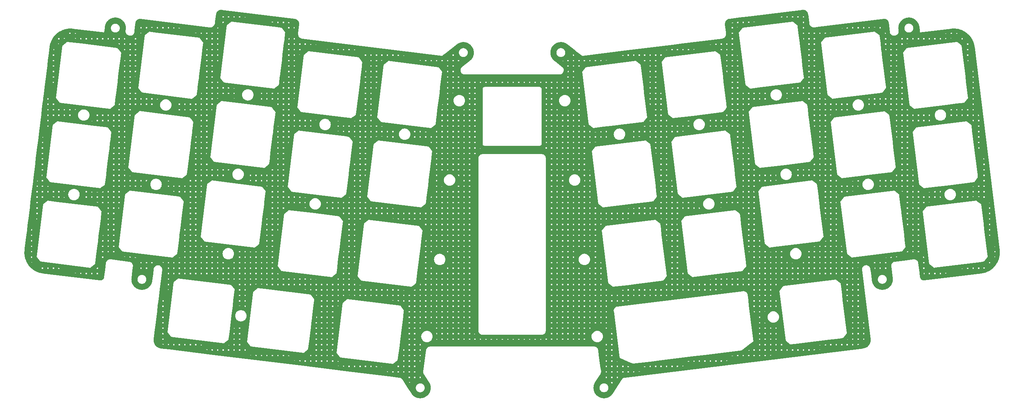
<source format=gbl>
G04 #@! TF.GenerationSoftware,KiCad,Pcbnew,7.0.10-7.0.10~ubuntu23.04.1*
G04 #@! TF.CreationDate,2024-02-06T05:15:10+00:00*
G04 #@! TF.ProjectId,plate_asym,706c6174-655f-4617-9379-6d2e6b696361,v0.1*
G04 #@! TF.SameCoordinates,PX8bd8a70PY50733a9*
G04 #@! TF.FileFunction,Copper,L2,Bot*
G04 #@! TF.FilePolarity,Positive*
%FSLAX46Y46*%
G04 Gerber Fmt 4.6, Leading zero omitted, Abs format (unit mm)*
G04 Created by KiCad (PCBNEW 7.0.10-7.0.10~ubuntu23.04.1) date 2024-02-06 05:15:10*
%MOMM*%
%LPD*%
G01*
G04 APERTURE LIST*
G04 APERTURE END LIST*
G04 #@! TA.AperFunction,NonConductor*
G36*
X215811438Y-58985844D02*
G01*
X215884552Y-58994177D01*
X215887642Y-58994570D01*
X215991590Y-59009182D01*
X216007443Y-59012481D01*
X216084419Y-59033830D01*
X216089598Y-59035388D01*
X216183305Y-59065837D01*
X216196377Y-59070920D01*
X216271238Y-59105036D01*
X216278025Y-59108383D01*
X216363054Y-59153592D01*
X216373247Y-59159656D01*
X216442605Y-59205561D01*
X216450505Y-59211248D01*
X216525897Y-59270147D01*
X216533326Y-59276436D01*
X216537600Y-59280352D01*
X216594654Y-59332627D01*
X216602995Y-59341040D01*
X216667445Y-59412610D01*
X216672318Y-59418367D01*
X216723536Y-59482748D01*
X216731650Y-59494227D01*
X216783872Y-59577784D01*
X216786639Y-59582434D01*
X216825964Y-59651928D01*
X216833011Y-59666535D01*
X216872314Y-59763786D01*
X216873491Y-59766810D01*
X216899217Y-59835595D01*
X216904361Y-59853236D01*
X216933239Y-59989009D01*
X216933460Y-59990070D01*
X216941721Y-60030649D01*
X216943289Y-60040273D01*
X217194032Y-62082417D01*
X217193994Y-62082642D01*
X217211747Y-62226980D01*
X217211748Y-62226985D01*
X217263865Y-62408610D01*
X217343740Y-62579837D01*
X217343750Y-62579854D01*
X217449421Y-62736482D01*
X217449428Y-62736492D01*
X217578302Y-62874673D01*
X217578314Y-62874684D01*
X217727196Y-62990997D01*
X217727201Y-62991000D01*
X217727207Y-62991005D01*
X217892471Y-63082616D01*
X218070026Y-63147251D01*
X218070028Y-63147251D01*
X218070029Y-63147252D01*
X218255511Y-63183325D01*
X218409120Y-63188709D01*
X218444345Y-63189945D01*
X218444346Y-63189944D01*
X218444352Y-63189945D01*
X218524320Y-63180138D01*
X218524346Y-63180138D01*
X218538029Y-63178457D01*
X218538030Y-63178458D01*
X218907873Y-63133047D01*
X227378685Y-63133047D01*
X227378685Y-63435047D01*
X227680685Y-63435047D01*
X227680685Y-63133047D01*
X228678685Y-63133047D01*
X228678685Y-63435047D01*
X228980685Y-63435047D01*
X228980685Y-63133047D01*
X229978685Y-63133047D01*
X229978685Y-63435047D01*
X230280685Y-63435047D01*
X230280685Y-63133047D01*
X231278685Y-63133047D01*
X231278685Y-63392281D01*
X231580685Y-63355199D01*
X231580685Y-63133047D01*
X232578685Y-63133047D01*
X232578685Y-63232432D01*
X232754632Y-63211262D01*
X232778928Y-63210737D01*
X232880685Y-63218542D01*
X232880685Y-63133047D01*
X233878685Y-63133047D01*
X233878685Y-63435047D01*
X234180685Y-63435047D01*
X234180685Y-63133047D01*
X235178685Y-63133047D01*
X235178685Y-63435047D01*
X235240572Y-63435047D01*
X235203491Y-63133047D01*
X235178685Y-63133047D01*
X234180685Y-63133047D01*
X233878685Y-63133047D01*
X232880685Y-63133047D01*
X232578685Y-63133047D01*
X231580685Y-63133047D01*
X231278685Y-63133047D01*
X230280685Y-63133047D01*
X229978685Y-63133047D01*
X228980685Y-63133047D01*
X228678685Y-63133047D01*
X227680685Y-63133047D01*
X227378685Y-63133047D01*
X218907873Y-63133047D01*
X234931073Y-61165644D01*
X234931101Y-61165647D01*
X234954586Y-61162759D01*
X234965387Y-61161908D01*
X235005766Y-61160497D01*
X235006582Y-61160473D01*
X235132312Y-61157436D01*
X235152532Y-61158604D01*
X235219934Y-61168077D01*
X235223703Y-61168670D01*
X235316817Y-61184878D01*
X235333840Y-61189103D01*
X235403638Y-61211781D01*
X235409995Y-61214041D01*
X235448661Y-61228980D01*
X235493060Y-61246134D01*
X235506571Y-61252309D01*
X235573040Y-61287652D01*
X235581192Y-61292394D01*
X235648581Y-61335120D01*
X235654994Y-61339186D01*
X235664938Y-61346198D01*
X235724643Y-61392845D01*
X235733852Y-61400797D01*
X235782775Y-61447429D01*
X235797108Y-61461090D01*
X235803690Y-61467862D01*
X235837918Y-61505877D01*
X235854048Y-61523792D01*
X235863316Y-61535418D01*
X235914549Y-61608250D01*
X235918284Y-61613880D01*
X235930339Y-61633174D01*
X235957161Y-61676100D01*
X235965392Y-61691622D01*
X235973266Y-61709412D01*
X235998316Y-61766013D01*
X236003602Y-61777955D01*
X236005165Y-61781649D01*
X236025929Y-61833047D01*
X236030622Y-61844663D01*
X236036652Y-61864011D01*
X236063671Y-61984663D01*
X236063959Y-61985985D01*
X236072749Y-62027348D01*
X236074534Y-62038012D01*
X236346754Y-64255066D01*
X236346757Y-64255098D01*
X236347268Y-64259250D01*
X236347271Y-64259313D01*
X236347275Y-64259313D01*
X236348747Y-64271336D01*
X236348797Y-64271562D01*
X236357965Y-64346188D01*
X236377599Y-64410393D01*
X236405173Y-64500566D01*
X236409159Y-64513599D01*
X236488637Y-64669570D01*
X236488643Y-64669579D01*
X236593993Y-64809377D01*
X236594002Y-64809387D01*
X236722017Y-64928764D01*
X236722028Y-64928772D01*
X236868837Y-65024114D01*
X236868839Y-65024114D01*
X236868841Y-65024116D01*
X237029981Y-65092523D01*
X237200552Y-65131912D01*
X237375371Y-65141087D01*
X237462249Y-65130427D01*
X237462357Y-65130412D01*
X237462577Y-65130386D01*
X237462670Y-65130374D01*
X237513370Y-65124149D01*
X237513400Y-65124152D01*
X237542212Y-65120609D01*
X237542269Y-65120602D01*
X237554656Y-65119084D01*
X237554955Y-65119015D01*
X237629150Y-65109905D01*
X237796559Y-65058717D01*
X237952538Y-64979239D01*
X238092346Y-64873885D01*
X238097515Y-64868343D01*
X238186819Y-64772577D01*
X238211738Y-64745855D01*
X238218757Y-64735047D01*
X249478685Y-64735047D01*
X249780685Y-64735047D01*
X250778685Y-64735047D01*
X251080685Y-64735047D01*
X251080685Y-64483938D01*
X252078685Y-64483938D01*
X252078685Y-64735047D01*
X252380685Y-64735047D01*
X252380685Y-64537565D01*
X252220289Y-64507837D01*
X252078685Y-64483938D01*
X251080685Y-64483938D01*
X251080685Y-64470094D01*
X251017698Y-64475196D01*
X250922392Y-64486920D01*
X250922176Y-64486920D01*
X250778685Y-64504538D01*
X250778685Y-64735047D01*
X249780685Y-64735047D01*
X249780685Y-64627077D01*
X249478685Y-64664159D01*
X249478685Y-64735047D01*
X238218757Y-64735047D01*
X238307085Y-64599039D01*
X238308716Y-64595198D01*
X238375490Y-64437901D01*
X238383930Y-64401350D01*
X238414878Y-64267326D01*
X238424049Y-64092506D01*
X238413387Y-64005628D01*
X238413326Y-64005132D01*
X238369913Y-63651565D01*
X238369231Y-63644173D01*
X238357204Y-63449680D01*
X238357261Y-63449678D01*
X238357186Y-63449377D01*
X238351301Y-63350165D01*
X238351300Y-63341708D01*
X239807302Y-63341708D01*
X239807634Y-63345078D01*
X239814816Y-63417997D01*
X239815413Y-63430151D01*
X239815413Y-63444875D01*
X239816716Y-63451426D01*
X239818285Y-63459314D01*
X239820070Y-63471349D01*
X239827584Y-63547641D01*
X239827585Y-63547644D01*
X239849839Y-63621010D01*
X239852794Y-63632804D01*
X239855667Y-63647244D01*
X239861299Y-63660841D01*
X239865397Y-63672296D01*
X239887651Y-63745657D01*
X239887652Y-63745661D01*
X239923793Y-63813277D01*
X239928993Y-63824272D01*
X239934625Y-63837868D01*
X239934627Y-63837872D01*
X239942814Y-63850125D01*
X239949063Y-63860551D01*
X239974908Y-63908904D01*
X239985202Y-63928161D01*
X240033827Y-63987411D01*
X240041074Y-63997182D01*
X240046758Y-64005689D01*
X240049261Y-64009434D01*
X240049264Y-64009438D01*
X240059671Y-64019844D01*
X240067847Y-64028864D01*
X240116474Y-64088118D01*
X240131109Y-64100128D01*
X240175726Y-64136744D01*
X240175728Y-64136745D01*
X240184748Y-64144921D01*
X240195156Y-64155329D01*
X240195157Y-64155331D01*
X240207410Y-64163518D01*
X240217180Y-64170764D01*
X240233218Y-64183926D01*
X240276433Y-64219392D01*
X240276436Y-64219394D01*
X240294086Y-64228828D01*
X240344045Y-64255531D01*
X240354464Y-64261776D01*
X240366721Y-64269966D01*
X240380338Y-64275606D01*
X240391318Y-64280799D01*
X240458931Y-64316940D01*
X240532311Y-64339199D01*
X240543744Y-64343290D01*
X240557349Y-64348926D01*
X240571785Y-64351797D01*
X240583576Y-64354750D01*
X240656951Y-64377008D01*
X240733255Y-64384523D01*
X240745272Y-64386306D01*
X240759718Y-64389180D01*
X240774441Y-64389180D01*
X240786595Y-64389777D01*
X240862885Y-64397291D01*
X240939175Y-64389777D01*
X240951329Y-64389180D01*
X240966050Y-64389180D01*
X240966052Y-64389180D01*
X240980518Y-64386302D01*
X240992500Y-64384524D01*
X241064436Y-64377439D01*
X241068820Y-64377008D01*
X241142178Y-64354755D01*
X241153970Y-64351800D01*
X241168421Y-64348926D01*
X241182026Y-64343290D01*
X241193459Y-64339199D01*
X241266839Y-64316940D01*
X241334454Y-64280798D01*
X241345442Y-64275601D01*
X241359049Y-64269966D01*
X241371305Y-64261776D01*
X241381712Y-64255538D01*
X241449335Y-64219393D01*
X241508601Y-64170754D01*
X241518350Y-64163524D01*
X241530610Y-64155333D01*
X241541038Y-64144904D01*
X241550015Y-64136767D01*
X241609295Y-64088118D01*
X241657944Y-64028838D01*
X241666081Y-64019861D01*
X241676510Y-64009433D01*
X241684701Y-63997173D01*
X241691931Y-63987424D01*
X241740570Y-63928158D01*
X241776715Y-63860535D01*
X241782953Y-63850128D01*
X241791143Y-63837872D01*
X241796778Y-63824265D01*
X241801979Y-63813270D01*
X241812099Y-63794338D01*
X241838117Y-63745662D01*
X241860376Y-63672282D01*
X241864467Y-63660849D01*
X241870103Y-63647244D01*
X241872977Y-63632793D01*
X241875932Y-63621001D01*
X241898185Y-63547642D01*
X241905701Y-63471323D01*
X241907480Y-63459338D01*
X241910357Y-63444875D01*
X241910925Y-63421691D01*
X241911478Y-63412671D01*
X241918468Y-63341708D01*
X241911478Y-63270747D01*
X241910924Y-63261720D01*
X241910357Y-63238541D01*
X241907483Y-63224092D01*
X241905700Y-63212078D01*
X241898185Y-63135774D01*
X241875927Y-63062399D01*
X241872974Y-63050608D01*
X241870103Y-63036172D01*
X241864467Y-63022567D01*
X241860376Y-63011134D01*
X241838117Y-62937754D01*
X241801975Y-62870137D01*
X241796783Y-62859161D01*
X241791143Y-62845544D01*
X241782953Y-62833287D01*
X241776706Y-62822864D01*
X241744546Y-62762696D01*
X241740571Y-62755259D01*
X241740569Y-62755256D01*
X241695038Y-62699777D01*
X241691940Y-62696002D01*
X241684695Y-62686233D01*
X241680290Y-62679641D01*
X241676510Y-62673983D01*
X241676508Y-62673980D01*
X241676506Y-62673979D01*
X241666098Y-62663571D01*
X241657922Y-62654551D01*
X241609295Y-62595297D01*
X241550041Y-62546670D01*
X241541021Y-62538494D01*
X241530615Y-62528087D01*
X241530611Y-62528084D01*
X241518359Y-62519897D01*
X241508588Y-62512650D01*
X241449338Y-62464025D01*
X241449336Y-62464024D01*
X241449335Y-62464023D01*
X241381730Y-62427887D01*
X241371302Y-62421637D01*
X241359049Y-62413450D01*
X241359046Y-62413448D01*
X241359045Y-62413448D01*
X241345449Y-62407816D01*
X241334454Y-62402616D01*
X241266838Y-62366475D01*
X241266834Y-62366474D01*
X241193473Y-62344220D01*
X241182018Y-62340122D01*
X241168421Y-62334490D01*
X241168422Y-62334490D01*
X241153981Y-62331617D01*
X241142187Y-62328662D01*
X241068821Y-62306408D01*
X241068818Y-62306407D01*
X240992526Y-62298893D01*
X240980491Y-62297108D01*
X240966052Y-62294236D01*
X240951329Y-62294236D01*
X240939175Y-62293639D01*
X240862885Y-62286125D01*
X240786595Y-62293639D01*
X240774441Y-62294236D01*
X240759714Y-62294236D01*
X240745269Y-62297109D01*
X240733237Y-62298894D01*
X240656950Y-62306408D01*
X240656948Y-62306408D01*
X240583586Y-62328661D01*
X240571793Y-62331616D01*
X240557346Y-62334490D01*
X240543744Y-62340124D01*
X240532296Y-62344220D01*
X240458932Y-62366475D01*
X240458930Y-62366476D01*
X240391314Y-62402616D01*
X240380326Y-62407813D01*
X240366727Y-62413446D01*
X240366713Y-62413454D01*
X240354465Y-62421637D01*
X240344041Y-62427885D01*
X240276435Y-62464023D01*
X240217179Y-62512652D01*
X240207410Y-62519897D01*
X240195165Y-62528079D01*
X240195153Y-62528088D01*
X240184740Y-62538501D01*
X240175731Y-62546666D01*
X240116474Y-62595297D01*
X240067843Y-62654554D01*
X240059678Y-62663563D01*
X240049265Y-62673976D01*
X240049256Y-62673988D01*
X240041074Y-62686233D01*
X240033829Y-62696002D01*
X239985200Y-62755258D01*
X239949062Y-62822864D01*
X239942814Y-62833288D01*
X239934631Y-62845536D01*
X239934623Y-62845550D01*
X239928990Y-62859149D01*
X239923793Y-62870137D01*
X239887653Y-62937753D01*
X239887652Y-62937755D01*
X239865397Y-63011119D01*
X239861301Y-63022567D01*
X239855667Y-63036169D01*
X239852793Y-63050616D01*
X239849838Y-63062409D01*
X239827585Y-63135771D01*
X239827585Y-63135773D01*
X239820071Y-63212060D01*
X239818286Y-63224092D01*
X239815413Y-63238537D01*
X239815413Y-63253263D01*
X239814816Y-63265417D01*
X239807302Y-63341708D01*
X238351300Y-63341708D01*
X238351300Y-63335541D01*
X238360977Y-63171914D01*
X238361031Y-63171069D01*
X238362613Y-63147251D01*
X238369662Y-63041112D01*
X238371386Y-63027174D01*
X238399792Y-62870984D01*
X238399998Y-62869888D01*
X238425887Y-62736698D01*
X238429166Y-62723659D01*
X238475539Y-62574137D01*
X238476066Y-62572486D01*
X238519113Y-62441556D01*
X238523751Y-62429586D01*
X238587282Y-62287916D01*
X238588314Y-62285679D01*
X238647926Y-62160137D01*
X238653705Y-62149378D01*
X238733462Y-62017043D01*
X238735100Y-62014404D01*
X238810339Y-61896756D01*
X238817048Y-61887281D01*
X238911840Y-61765952D01*
X238914191Y-61763039D01*
X239003891Y-61655376D01*
X239011321Y-61647229D01*
X239119816Y-61538441D01*
X239122912Y-61535449D01*
X239225626Y-61439667D01*
X239233579Y-61432854D01*
X239354148Y-61338133D01*
X239358076Y-61335176D01*
X239472217Y-61252855D01*
X239480388Y-61247443D01*
X239611362Y-61168026D01*
X239616197Y-61165244D01*
X239739850Y-61097827D01*
X239748110Y-61093717D01*
X239887545Y-61030737D01*
X239893233Y-61028339D01*
X240024489Y-60976900D01*
X240032635Y-60974033D01*
X240178553Y-60928348D01*
X240185106Y-60926495D01*
X240321806Y-60891904D01*
X240329625Y-60890195D01*
X240479986Y-60862431D01*
X240487297Y-60861308D01*
X240627294Y-60844119D01*
X240634641Y-60843442D01*
X240787257Y-60834004D01*
X240795272Y-60833771D01*
X240936276Y-60834263D01*
X240943041Y-60834475D01*
X241095729Y-60843505D01*
X241104331Y-60844317D01*
X241244059Y-60862465D01*
X241250198Y-60863421D01*
X241400740Y-60890800D01*
X241409759Y-60892791D01*
X241546024Y-60928287D01*
X241551441Y-60929831D01*
X241697673Y-60975184D01*
X241706958Y-60978475D01*
X241830881Y-61028040D01*
X241837497Y-61030687D01*
X241842186Y-61032675D01*
X241982033Y-61095389D01*
X241991405Y-61100077D01*
X242114174Y-61168129D01*
X242118000Y-61170341D01*
X242249541Y-61249620D01*
X242258743Y-61255743D01*
X242371745Y-61338448D01*
X242374823Y-61340776D01*
X242496101Y-61435528D01*
X242504949Y-61443140D01*
X242602530Y-61535418D01*
X242606324Y-61539005D01*
X242608689Y-61541302D01*
X242718008Y-61650329D01*
X242726259Y-61659416D01*
X242814404Y-61766726D01*
X242816045Y-61768769D01*
X242826428Y-61781985D01*
X242911887Y-61890765D01*
X242919307Y-61901292D01*
X242992656Y-62017768D01*
X242993759Y-62019554D01*
X243074813Y-62153231D01*
X243081164Y-62165118D01*
X243138442Y-62287952D01*
X243139067Y-62289312D01*
X243192951Y-62408607D01*
X243196973Y-62417513D01*
X243204303Y-62433740D01*
X243209360Y-62446878D01*
X243249199Y-62570963D01*
X243249471Y-62571820D01*
X243298393Y-62728079D01*
X243301941Y-62742318D01*
X243321071Y-62844539D01*
X243321126Y-62844834D01*
X243355570Y-63031383D01*
X243356707Y-63038786D01*
X243477167Y-64019844D01*
X243518424Y-64355859D01*
X243519547Y-64365000D01*
X243519526Y-64365276D01*
X243522511Y-64389488D01*
X243522715Y-64389848D01*
X243522716Y-64389849D01*
X243523012Y-64389930D01*
X250887570Y-63485675D01*
X250887602Y-63485678D01*
X250913899Y-63482444D01*
X250919004Y-63481923D01*
X251123368Y-63465370D01*
X251329586Y-63449168D01*
X251339494Y-63448788D01*
X251546390Y-63449171D01*
X251546757Y-63449173D01*
X251754565Y-63450989D01*
X251763879Y-63451424D01*
X251972011Y-63469057D01*
X251973152Y-63469160D01*
X252177775Y-63488865D01*
X252186453Y-63490014D01*
X252393381Y-63524937D01*
X252395125Y-63525246D01*
X252596200Y-63562515D01*
X252604211Y-63564277D01*
X252807977Y-63616277D01*
X252810250Y-63616882D01*
X253006851Y-63671406D01*
X253014161Y-63673679D01*
X253213189Y-63742416D01*
X253216029Y-63743437D01*
X253406740Y-63814742D01*
X253413330Y-63817423D01*
X253606095Y-63902401D01*
X253609435Y-63903933D01*
X253792960Y-63991470D01*
X253793042Y-63991509D01*
X253798876Y-63994484D01*
X253895862Y-64047200D01*
X253971139Y-64088117D01*
X253984042Y-64095130D01*
X253987705Y-64097203D01*
X254162946Y-64200427D01*
X254167974Y-64203555D01*
X254344281Y-64319204D01*
X254348236Y-64321909D01*
X254513761Y-64439977D01*
X254518025Y-64443161D01*
X254684218Y-64573003D01*
X254688347Y-64576376D01*
X254842945Y-64708414D01*
X254846564Y-64711629D01*
X255001378Y-64854670D01*
X255005670Y-64858832D01*
X255035495Y-64889181D01*
X255148209Y-65003877D01*
X255151108Y-65006931D01*
X255272747Y-65139552D01*
X255293562Y-65162246D01*
X255297860Y-65167188D01*
X255427251Y-65324150D01*
X255429562Y-65327040D01*
X255558632Y-65493494D01*
X255562830Y-65499242D01*
X255678156Y-65667036D01*
X255679834Y-65669543D01*
X255794681Y-65846031D01*
X255798671Y-65852601D01*
X255899060Y-66030031D01*
X255900299Y-66032274D01*
X256000006Y-66217320D01*
X256003678Y-66224714D01*
X256042984Y-66310958D01*
X256088454Y-66410729D01*
X256089219Y-66412443D01*
X256102292Y-66442393D01*
X256173137Y-66604708D01*
X256176377Y-66612917D01*
X256244916Y-66806454D01*
X256245383Y-66807798D01*
X256296356Y-66957156D01*
X256308639Y-66993150D01*
X256312813Y-67005379D01*
X256315507Y-67014374D01*
X256367492Y-67215365D01*
X256367703Y-67216193D01*
X256418040Y-67416497D01*
X256420078Y-67426250D01*
X256456178Y-67641941D01*
X256456225Y-67642222D01*
X256487432Y-67831346D01*
X256488162Y-67836422D01*
X262424359Y-116182867D01*
X262424363Y-116182905D01*
X262424565Y-116184549D01*
X262425085Y-116189652D01*
X262442923Y-116409781D01*
X262442945Y-116410058D01*
X262457852Y-116599290D01*
X262458235Y-116609253D01*
X262457838Y-116827891D01*
X262457833Y-116828745D01*
X262456132Y-117024153D01*
X262455695Y-117033539D01*
X262437427Y-117249218D01*
X262437298Y-117250636D01*
X262418362Y-117447333D01*
X262417204Y-117456083D01*
X262381358Y-117668504D01*
X262381011Y-117670466D01*
X262344826Y-117865725D01*
X262343052Y-117873790D01*
X262289902Y-118082071D01*
X262289243Y-118084547D01*
X262236056Y-118276341D01*
X262233773Y-118283682D01*
X262163708Y-118486567D01*
X262162648Y-118489515D01*
X262092841Y-118676225D01*
X262090157Y-118682818D01*
X262003663Y-118879027D01*
X262002120Y-118882392D01*
X261916233Y-119062460D01*
X261913258Y-119068294D01*
X261810902Y-119256606D01*
X261808798Y-119260324D01*
X261707512Y-119432273D01*
X261704354Y-119437350D01*
X261586806Y-119616551D01*
X261584072Y-119620546D01*
X261468176Y-119783026D01*
X261464939Y-119787361D01*
X261333014Y-119956218D01*
X261329591Y-119960408D01*
X261199968Y-120112175D01*
X261196753Y-120115794D01*
X261051314Y-120273200D01*
X261047151Y-120277493D01*
X260904812Y-120417367D01*
X260901715Y-120420307D01*
X260743757Y-120565181D01*
X260738815Y-120569479D01*
X260584878Y-120696372D01*
X260581986Y-120698684D01*
X260412508Y-120830091D01*
X260406760Y-120834289D01*
X260242518Y-120947167D01*
X260239914Y-120948909D01*
X260059996Y-121065980D01*
X260053426Y-121069971D01*
X259880170Y-121167992D01*
X259877926Y-121169231D01*
X259688711Y-121271176D01*
X259681316Y-121274848D01*
X259500663Y-121357172D01*
X259498843Y-121357984D01*
X259301341Y-121444181D01*
X259293130Y-121447422D01*
X259106799Y-121513400D01*
X259105455Y-121513867D01*
X258900677Y-121583742D01*
X258891676Y-121586437D01*
X258702364Y-121635391D01*
X258701537Y-121635602D01*
X258489585Y-121688857D01*
X258479831Y-121690895D01*
X258297653Y-121721376D01*
X258297372Y-121721423D01*
X258073861Y-121758293D01*
X258068791Y-121759022D01*
X244613206Y-123411160D01*
X244602411Y-123412009D01*
X244562190Y-123413410D01*
X244560858Y-123413449D01*
X244435540Y-123416467D01*
X244415288Y-123415295D01*
X244347843Y-123405811D01*
X244343838Y-123405181D01*
X244251047Y-123389023D01*
X244233995Y-123384790D01*
X244164101Y-123362076D01*
X244157731Y-123359812D01*
X244074809Y-123327770D01*
X244061283Y-123321588D01*
X243994730Y-123286197D01*
X243986551Y-123281438D01*
X243912871Y-123234722D01*
X243902940Y-123227720D01*
X243843133Y-123180992D01*
X243833957Y-123173069D01*
X243770775Y-123112848D01*
X243764182Y-123106064D01*
X243713752Y-123050056D01*
X243704484Y-123038431D01*
X243653339Y-122965729D01*
X243649600Y-122960094D01*
X243610643Y-122897752D01*
X243602421Y-122882248D01*
X243564279Y-122796083D01*
X243562752Y-122792475D01*
X243537182Y-122729193D01*
X243531157Y-122709865D01*
X243504230Y-122589674D01*
X243504002Y-122588631D01*
X243495040Y-122546478D01*
X243493261Y-122535848D01*
X243382411Y-121633047D01*
X244387906Y-121633047D01*
X244424986Y-121935047D01*
X244580685Y-121935047D01*
X244580685Y-121633047D01*
X245578685Y-121633047D01*
X245578685Y-121935047D01*
X245880685Y-121935047D01*
X245880685Y-121633047D01*
X246878685Y-121633047D01*
X246878685Y-121935047D01*
X247180685Y-121935047D01*
X247180685Y-121633047D01*
X248178685Y-121633047D01*
X248178685Y-121935047D01*
X248446071Y-121935047D01*
X248480685Y-121930796D01*
X248480685Y-121633047D01*
X249478685Y-121633047D01*
X249478685Y-121808257D01*
X249780685Y-121771176D01*
X249780685Y-121633047D01*
X250778685Y-121633047D01*
X250778685Y-121648637D01*
X250905659Y-121633047D01*
X250778685Y-121633047D01*
X249780685Y-121633047D01*
X249478685Y-121633047D01*
X248480685Y-121633047D01*
X248178685Y-121633047D01*
X247180685Y-121633047D01*
X246878685Y-121633047D01*
X245880685Y-121633047D01*
X245578685Y-121633047D01*
X244580685Y-121633047D01*
X244387906Y-121633047D01*
X243382411Y-121633047D01*
X243222792Y-120333047D01*
X244278685Y-120333047D01*
X244278685Y-120635047D01*
X244580685Y-120635047D01*
X253378685Y-120635047D01*
X253680685Y-120635047D01*
X254678685Y-120635047D01*
X254980685Y-120635047D01*
X254980685Y-120385026D01*
X254678685Y-120422107D01*
X254678685Y-120635047D01*
X253680685Y-120635047D01*
X253680685Y-120544646D01*
X253378685Y-120581727D01*
X253378685Y-120635047D01*
X244580685Y-120635047D01*
X244580685Y-120333047D01*
X244278685Y-120333047D01*
X243222792Y-120333047D01*
X243092187Y-119269356D01*
X243092186Y-119269354D01*
X243090703Y-119257274D01*
X243090649Y-119257035D01*
X243081512Y-119182576D01*
X243035806Y-119033047D01*
X244278685Y-119033047D01*
X244278685Y-119335047D01*
X244580685Y-119335047D01*
X244580685Y-119033047D01*
X244278685Y-119033047D01*
X243035806Y-119033047D01*
X243030338Y-119015157D01*
X242950868Y-118859168D01*
X242950866Y-118859165D01*
X242845518Y-118719354D01*
X242804229Y-118680850D01*
X242717483Y-118599954D01*
X242645362Y-118553118D01*
X242570658Y-118504604D01*
X242409513Y-118436204D01*
X242280168Y-118406346D01*
X242238932Y-118396827D01*
X242238931Y-118396826D01*
X242238927Y-118396826D01*
X242075687Y-118388277D01*
X242064106Y-118387671D01*
X242064105Y-118387671D01*
X241977326Y-118398330D01*
X241977324Y-118398330D01*
X240302504Y-118603972D01*
X237564766Y-118940123D01*
X237564700Y-118940131D01*
X237564279Y-118940182D01*
X237555778Y-118941253D01*
X237555391Y-118941301D01*
X237477280Y-118950888D01*
X237477273Y-118950889D01*
X237309860Y-119002060D01*
X237153868Y-119081533D01*
X237014054Y-119186882D01*
X237014053Y-119186883D01*
X236894656Y-119314915D01*
X236799309Y-119461735D01*
X236730904Y-119622889D01*
X236700295Y-119755484D01*
X236692002Y-119791415D01*
X236691527Y-119793471D01*
X236685700Y-119904741D01*
X236682450Y-119966813D01*
X236682372Y-119968293D01*
X236693044Y-120055182D01*
X236693047Y-120055201D01*
X236693104Y-120055668D01*
X237035025Y-122840396D01*
X237035031Y-122840457D01*
X237035088Y-122840917D01*
X237035134Y-122841422D01*
X237035440Y-122844282D01*
X237035441Y-122844293D01*
X237035399Y-122844296D01*
X237035776Y-122848377D01*
X237048893Y-123060445D01*
X237048901Y-123060732D01*
X237048911Y-123060732D01*
X237053643Y-123140221D01*
X237053646Y-123154908D01*
X237043448Y-123327396D01*
X237043392Y-123328294D01*
X237035463Y-123447701D01*
X237033734Y-123461671D01*
X237004403Y-123622961D01*
X237004126Y-123624434D01*
X236979609Y-123750570D01*
X236976322Y-123763641D01*
X236928881Y-123916615D01*
X236928243Y-123918614D01*
X236886948Y-124044217D01*
X236882296Y-124056225D01*
X236817584Y-124200534D01*
X236816453Y-124202984D01*
X236758889Y-124324215D01*
X236753079Y-124335034D01*
X236672139Y-124469337D01*
X236670400Y-124472138D01*
X236597386Y-124586309D01*
X236590635Y-124595844D01*
X236494617Y-124718742D01*
X236492172Y-124721772D01*
X236404909Y-124826512D01*
X236397439Y-124834703D01*
X236287741Y-124944696D01*
X236284511Y-124947820D01*
X236184391Y-125041186D01*
X236176427Y-125048007D01*
X236054570Y-125143741D01*
X236050501Y-125146804D01*
X235939171Y-125227099D01*
X235930928Y-125232558D01*
X235798722Y-125312723D01*
X235793787Y-125315563D01*
X235672965Y-125381437D01*
X235664651Y-125385574D01*
X235523970Y-125449118D01*
X235518171Y-125451562D01*
X235389871Y-125501842D01*
X235381676Y-125504727D01*
X235234450Y-125550822D01*
X235227818Y-125552697D01*
X235094170Y-125586515D01*
X235086267Y-125588243D01*
X234934620Y-125616244D01*
X234927217Y-125617381D01*
X234790331Y-125634189D01*
X234782872Y-125634877D01*
X234628956Y-125644394D01*
X234620871Y-125644629D01*
X234483009Y-125644149D01*
X234476119Y-125643934D01*
X234322101Y-125634824D01*
X234313452Y-125634007D01*
X234176845Y-125616264D01*
X234170628Y-125615296D01*
X234018712Y-125587667D01*
X234009643Y-125585664D01*
X233876500Y-125550982D01*
X233871025Y-125549421D01*
X233723342Y-125503618D01*
X233714023Y-125500315D01*
X233586543Y-125449325D01*
X233581854Y-125447336D01*
X233440485Y-125383938D01*
X233431108Y-125379248D01*
X233392292Y-125357732D01*
X233311375Y-125312878D01*
X233307498Y-125310636D01*
X233174426Y-125230434D01*
X233165198Y-125224293D01*
X233055191Y-125143778D01*
X233052084Y-125141429D01*
X232929188Y-125045411D01*
X232920331Y-125037792D01*
X232821865Y-124944675D01*
X232819528Y-124942406D01*
X232708477Y-124831650D01*
X232700229Y-124822566D01*
X232617556Y-124721916D01*
X232614995Y-124718799D01*
X232613313Y-124716704D01*
X232597705Y-124696836D01*
X232515650Y-124592389D01*
X232508242Y-124581878D01*
X232437692Y-124469844D01*
X232436754Y-124468326D01*
X232353616Y-124331211D01*
X232347284Y-124319358D01*
X232292927Y-124202783D01*
X232292424Y-124201688D01*
X232224864Y-124052107D01*
X232219819Y-124039000D01*
X232190719Y-123948359D01*
X232183225Y-123925015D01*
X232182954Y-123924160D01*
X232172672Y-123891318D01*
X232131329Y-123759261D01*
X232127789Y-123745053D01*
X232114151Y-123672171D01*
X232113975Y-123671230D01*
X232113921Y-123670938D01*
X232074417Y-123456975D01*
X232073280Y-123449573D01*
X232072147Y-123440344D01*
X232036406Y-123149257D01*
X233499094Y-123149257D01*
X233506078Y-123220165D01*
X233506608Y-123225546D01*
X233507205Y-123237700D01*
X233507205Y-123252424D01*
X233508013Y-123256485D01*
X233510077Y-123266863D01*
X233511862Y-123278898D01*
X233519376Y-123355190D01*
X233541629Y-123428549D01*
X233544584Y-123440344D01*
X233547459Y-123454794D01*
X233553091Y-123468391D01*
X233557189Y-123479845D01*
X233579445Y-123553210D01*
X233579447Y-123553215D01*
X233615581Y-123620819D01*
X233620781Y-123631811D01*
X233626420Y-123645424D01*
X233634605Y-123657673D01*
X233640854Y-123668100D01*
X233676992Y-123735708D01*
X233699880Y-123763597D01*
X233725621Y-123794963D01*
X233732868Y-123804734D01*
X233741051Y-123816980D01*
X233741054Y-123816984D01*
X233751460Y-123827390D01*
X233759633Y-123836407D01*
X233808266Y-123895668D01*
X233851061Y-123930788D01*
X233867523Y-123944298D01*
X233867526Y-123944300D01*
X233876546Y-123952476D01*
X233886947Y-123962878D01*
X233886949Y-123962879D01*
X233886953Y-123962883D01*
X233899197Y-123971064D01*
X233908967Y-123978310D01*
X233968227Y-124026943D01*
X234035847Y-124063086D01*
X234046257Y-124069327D01*
X234058513Y-124077516D01*
X234070688Y-124082559D01*
X234072129Y-124083156D01*
X234083126Y-124088358D01*
X234150717Y-124124486D01*
X234150723Y-124124489D01*
X234224097Y-124146746D01*
X234235527Y-124150837D01*
X234249141Y-124156476D01*
X234263586Y-124159349D01*
X234275385Y-124162305D01*
X234288766Y-124166364D01*
X234348744Y-124184558D01*
X234425048Y-124192073D01*
X234437065Y-124193856D01*
X234451511Y-124196730D01*
X234466234Y-124196730D01*
X234478388Y-124197327D01*
X234554678Y-124204841D01*
X234630968Y-124197327D01*
X234643122Y-124196730D01*
X234657843Y-124196730D01*
X234657845Y-124196730D01*
X234672311Y-124193852D01*
X234684293Y-124192074D01*
X234760612Y-124184558D01*
X234833981Y-124162301D01*
X234845754Y-124159352D01*
X234860215Y-124156476D01*
X234873843Y-124150830D01*
X234885234Y-124146754D01*
X234958633Y-124124489D01*
X235026246Y-124088348D01*
X235037218Y-124083159D01*
X235050843Y-124077516D01*
X235063107Y-124069321D01*
X235073502Y-124063089D01*
X235141129Y-124026943D01*
X235200395Y-123978304D01*
X235210136Y-123971079D01*
X235222403Y-123962883D01*
X235232824Y-123952461D01*
X235241802Y-123944322D01*
X235301089Y-123895668D01*
X235349743Y-123836381D01*
X235357882Y-123827403D01*
X235368304Y-123816982D01*
X235376500Y-123804715D01*
X235383725Y-123794974D01*
X235432364Y-123735708D01*
X235468510Y-123668081D01*
X235474742Y-123657686D01*
X235482937Y-123645422D01*
X235488580Y-123631797D01*
X235493773Y-123620819D01*
X235529910Y-123553212D01*
X235552175Y-123479813D01*
X235556251Y-123468422D01*
X235561897Y-123454794D01*
X235564773Y-123440333D01*
X235567722Y-123428560D01*
X235589979Y-123355191D01*
X235597495Y-123278872D01*
X235599274Y-123266887D01*
X235602151Y-123252424D01*
X235602719Y-123229240D01*
X235603272Y-123220220D01*
X235610262Y-123149257D01*
X235603272Y-123078296D01*
X235602718Y-123069269D01*
X235602151Y-123046090D01*
X235599276Y-123031641D01*
X235597494Y-123019627D01*
X235589979Y-122943323D01*
X235567726Y-122869964D01*
X235564770Y-122858164D01*
X235561897Y-122843720D01*
X235556258Y-122830106D01*
X235552167Y-122818676D01*
X235529910Y-122745302D01*
X235523576Y-122733451D01*
X235493779Y-122677705D01*
X235488577Y-122666708D01*
X235487980Y-122665267D01*
X235482937Y-122653092D01*
X235474748Y-122640836D01*
X235468507Y-122630426D01*
X235432364Y-122562806D01*
X235383731Y-122503546D01*
X235376489Y-122493782D01*
X235368304Y-122481532D01*
X235368300Y-122481528D01*
X235368299Y-122481526D01*
X235357897Y-122471125D01*
X235349721Y-122462105D01*
X235301089Y-122402845D01*
X235241828Y-122354212D01*
X235232811Y-122346039D01*
X235222405Y-122335633D01*
X235222403Y-122335631D01*
X235210155Y-122327447D01*
X235200384Y-122320200D01*
X235198090Y-122318318D01*
X235141129Y-122271571D01*
X235141126Y-122271569D01*
X235117979Y-122259197D01*
X235073521Y-122235433D01*
X235063094Y-122229184D01*
X235050845Y-122220999D01*
X235037232Y-122215360D01*
X235026240Y-122210160D01*
X234958636Y-122174026D01*
X234958631Y-122174024D01*
X234885266Y-122151768D01*
X234873812Y-122147670D01*
X234860215Y-122142038D01*
X234845765Y-122139163D01*
X234833970Y-122136208D01*
X234760610Y-122113955D01*
X234760611Y-122113955D01*
X234684319Y-122106441D01*
X234672284Y-122104656D01*
X234657845Y-122101784D01*
X234643122Y-122101784D01*
X234630968Y-122101187D01*
X234554678Y-122093673D01*
X234478388Y-122101187D01*
X234466234Y-122101784D01*
X234451507Y-122101784D01*
X234437062Y-122104657D01*
X234425030Y-122106442D01*
X234348743Y-122113956D01*
X234348741Y-122113956D01*
X234275380Y-122136209D01*
X234263585Y-122139164D01*
X234249139Y-122142038D01*
X234235530Y-122147675D01*
X234224078Y-122151772D01*
X234150724Y-122174024D01*
X234150722Y-122174025D01*
X234083119Y-122210158D01*
X234072133Y-122215355D01*
X234058515Y-122220996D01*
X234058507Y-122221001D01*
X234046257Y-122229186D01*
X234035824Y-122235439D01*
X233968226Y-122271570D01*
X233908973Y-122320198D01*
X233899209Y-122327440D01*
X233886960Y-122335625D01*
X233886946Y-122335636D01*
X233876541Y-122346042D01*
X233867529Y-122354210D01*
X233808267Y-122402846D01*
X233759631Y-122462108D01*
X233751463Y-122471120D01*
X233741057Y-122481525D01*
X233741046Y-122481539D01*
X233732861Y-122493788D01*
X233725619Y-122503552D01*
X233676991Y-122562805D01*
X233640860Y-122630403D01*
X233634607Y-122640836D01*
X233626422Y-122653086D01*
X233626417Y-122653094D01*
X233620776Y-122666712D01*
X233615579Y-122677698D01*
X233579446Y-122745301D01*
X233579445Y-122745303D01*
X233557193Y-122818657D01*
X233553096Y-122830109D01*
X233547459Y-122843718D01*
X233544585Y-122858164D01*
X233541630Y-122869959D01*
X233519377Y-122943320D01*
X233519377Y-122943322D01*
X233511863Y-123019609D01*
X233510078Y-123031641D01*
X233507205Y-123046086D01*
X233507205Y-123060812D01*
X233506608Y-123072966D01*
X233499424Y-123145903D01*
X233499094Y-123149257D01*
X232036406Y-123149257D01*
X231850239Y-121633047D01*
X232855734Y-121633047D01*
X232880685Y-121836255D01*
X232880685Y-121633047D01*
X232855734Y-121633047D01*
X231850239Y-121633047D01*
X231737733Y-120716762D01*
X231737740Y-120716718D01*
X231731310Y-120664360D01*
X231731312Y-120664360D01*
X231720013Y-120572344D01*
X231663983Y-120395600D01*
X231630475Y-120333047D01*
X232689184Y-120333047D01*
X232690210Y-120337282D01*
X232700033Y-120382350D01*
X232701123Y-120387974D01*
X232706933Y-120422148D01*
X232707763Y-120427818D01*
X232733209Y-120635047D01*
X232880685Y-120635047D01*
X232880685Y-120333047D01*
X233878685Y-120333047D01*
X233878685Y-120635047D01*
X234180685Y-120635047D01*
X234180685Y-120333047D01*
X235178685Y-120333047D01*
X235178685Y-120635047D01*
X235480685Y-120635047D01*
X235480685Y-120333047D01*
X235178685Y-120333047D01*
X234180685Y-120333047D01*
X233878685Y-120333047D01*
X232880685Y-120333047D01*
X232689184Y-120333047D01*
X231630475Y-120333047D01*
X231576432Y-120232159D01*
X231460339Y-120087590D01*
X231319658Y-119966813D01*
X231159181Y-119873943D01*
X231159176Y-119873941D01*
X230984370Y-119812140D01*
X230801182Y-119783513D01*
X230801174Y-119783512D01*
X230615847Y-119789032D01*
X230434700Y-119828508D01*
X230434690Y-119828512D01*
X230263870Y-119900606D01*
X230109201Y-120002863D01*
X229975956Y-120131800D01*
X229868677Y-120283017D01*
X229841385Y-120342177D01*
X229791005Y-120451383D01*
X229791004Y-120451386D01*
X229791003Y-120451386D01*
X229745595Y-120631139D01*
X229745594Y-120631146D01*
X229738044Y-120751532D01*
X229733988Y-120816198D01*
X229744469Y-120901568D01*
X229745287Y-120908227D01*
X229745300Y-120908332D01*
X229745346Y-120908710D01*
X231765872Y-137364580D01*
X231765899Y-137364835D01*
X231765902Y-137364835D01*
X231765927Y-137365042D01*
X231765954Y-137365356D01*
X231766287Y-137368466D01*
X231766288Y-137368477D01*
X231766232Y-137368482D01*
X231766623Y-137372883D01*
X231771162Y-137452849D01*
X231771201Y-137453578D01*
X231780202Y-137630580D01*
X231780021Y-137646068D01*
X231771546Y-137760107D01*
X231771362Y-137762312D01*
X231758294Y-137903917D01*
X231756221Y-137917773D01*
X231731611Y-138036091D01*
X231730806Y-138039693D01*
X231699225Y-138171693D01*
X231695695Y-138183722D01*
X231655006Y-138300236D01*
X231653202Y-138305075D01*
X231604094Y-138428878D01*
X231599560Y-138438969D01*
X231543476Y-138550237D01*
X231540330Y-138556084D01*
X231474649Y-138670684D01*
X231469563Y-138678813D01*
X231399154Y-138782223D01*
X231394370Y-138788778D01*
X231313252Y-138892603D01*
X231308050Y-138898830D01*
X231224733Y-138992178D01*
X231218076Y-138999079D01*
X231122780Y-139090523D01*
X231117868Y-139094990D01*
X231023473Y-139176326D01*
X231014777Y-139183167D01*
X230906499Y-139260789D01*
X230902241Y-139263709D01*
X230799064Y-139331355D01*
X230788246Y-139337691D01*
X230667808Y-139400266D01*
X230664509Y-139401918D01*
X230555660Y-139454420D01*
X230542716Y-139459784D01*
X230408435Y-139506736D01*
X230406340Y-139507448D01*
X230297766Y-139543250D01*
X230282788Y-139547171D01*
X230110146Y-139581014D01*
X230109421Y-139581154D01*
X230029282Y-139596369D01*
X230021265Y-139597621D01*
X173444504Y-146544372D01*
X173444438Y-146544380D01*
X173444179Y-146544411D01*
X173438105Y-146545176D01*
X173437715Y-146545224D01*
X173357181Y-146555098D01*
X173357180Y-146555098D01*
X173357179Y-146555099D01*
X173343945Y-146559140D01*
X173190063Y-146606126D01*
X173034324Y-146685345D01*
X173034317Y-146685349D01*
X172894670Y-146790359D01*
X172775334Y-146917984D01*
X172775331Y-146917988D01*
X172772688Y-146922045D01*
X172727692Y-146991103D01*
X172727691Y-146991105D01*
X170553825Y-150326441D01*
X170549548Y-150332589D01*
X170420094Y-150507178D01*
X170419926Y-150507404D01*
X170375351Y-150567236D01*
X170365891Y-150578477D01*
X170245597Y-150705333D01*
X170244976Y-150705983D01*
X170163416Y-150790753D01*
X170153096Y-150800326D01*
X170025863Y-150905575D01*
X170024703Y-150906524D01*
X169925639Y-150986474D01*
X169914705Y-150994356D01*
X169779121Y-151081314D01*
X169777347Y-151082431D01*
X169665636Y-151151440D01*
X169654342Y-151157631D01*
X169511248Y-151226657D01*
X169508805Y-151227802D01*
X169387356Y-151283163D01*
X169375942Y-151287698D01*
X169226907Y-151338515D01*
X169223775Y-151339537D01*
X169095026Y-151379651D01*
X169083721Y-151382597D01*
X168930539Y-151414893D01*
X168926714Y-151415636D01*
X168793103Y-151439448D01*
X168782116Y-151440903D01*
X168626813Y-151454442D01*
X168622329Y-151454752D01*
X168486126Y-151461664D01*
X168475641Y-151461752D01*
X168320344Y-151456489D01*
X168315258Y-151456212D01*
X168178811Y-151445965D01*
X168168989Y-151444832D01*
X168015783Y-151420938D01*
X168010180Y-151419932D01*
X167875802Y-151392605D01*
X167866777Y-151390415D01*
X167717781Y-151348290D01*
X167711772Y-151346425D01*
X167581682Y-151302405D01*
X167573567Y-151299338D01*
X167505681Y-151270926D01*
X167430868Y-151239615D01*
X167424589Y-151236779D01*
X167300939Y-151176752D01*
X167293803Y-151172996D01*
X167159353Y-151096513D01*
X167153009Y-151092646D01*
X167043473Y-151021254D01*
X167037815Y-151017566D01*
X167031683Y-151013300D01*
X166907440Y-150921175D01*
X166901142Y-150916178D01*
X166796302Y-150827283D01*
X166791176Y-150822685D01*
X166678917Y-150716230D01*
X166672832Y-150710042D01*
X166580048Y-150608803D01*
X166575917Y-150604059D01*
X166554756Y-150578477D01*
X166477202Y-150484722D01*
X166471583Y-150477384D01*
X166392336Y-150365479D01*
X166389154Y-150360760D01*
X166305433Y-150230220D01*
X166300432Y-150221693D01*
X166235973Y-150100998D01*
X166233674Y-150096470D01*
X166198913Y-150024406D01*
X166166150Y-149956484D01*
X166162008Y-149946880D01*
X166113320Y-149819410D01*
X166111831Y-149815287D01*
X166061507Y-149667695D01*
X166058412Y-149657088D01*
X166026235Y-149525138D01*
X166025386Y-149521402D01*
X165993090Y-149368210D01*
X165991229Y-149356725D01*
X165975940Y-149222629D01*
X165975621Y-149219460D01*
X165961944Y-149062546D01*
X165961486Y-149050312D01*
X165962525Y-148964762D01*
X167402212Y-148964762D01*
X167409726Y-149041052D01*
X167410323Y-149053206D01*
X167410323Y-149067930D01*
X167411131Y-149071991D01*
X167413195Y-149082369D01*
X167414980Y-149094404D01*
X167422494Y-149170696D01*
X167444747Y-149244055D01*
X167447702Y-149255850D01*
X167450577Y-149270300D01*
X167456209Y-149283897D01*
X167460307Y-149295351D01*
X167482563Y-149368716D01*
X167482565Y-149368721D01*
X167518699Y-149436325D01*
X167523899Y-149447317D01*
X167529538Y-149460930D01*
X167537723Y-149473179D01*
X167543972Y-149483606D01*
X167580110Y-149551214D01*
X167626857Y-149608175D01*
X167628739Y-149610469D01*
X167635986Y-149620240D01*
X167644169Y-149632486D01*
X167644172Y-149632490D01*
X167654578Y-149642896D01*
X167662751Y-149651913D01*
X167711384Y-149711174D01*
X167754179Y-149746294D01*
X167770641Y-149759804D01*
X167770644Y-149759806D01*
X167779664Y-149767982D01*
X167790065Y-149778384D01*
X167790067Y-149778385D01*
X167790071Y-149778389D01*
X167802315Y-149786570D01*
X167812085Y-149793816D01*
X167871345Y-149842449D01*
X167938965Y-149878592D01*
X167949375Y-149884833D01*
X167961631Y-149893022D01*
X167971433Y-149897082D01*
X167975247Y-149898662D01*
X167986244Y-149903864D01*
X168053835Y-149939992D01*
X168053841Y-149939995D01*
X168127215Y-149962252D01*
X168138645Y-149966343D01*
X168152259Y-149971982D01*
X168166704Y-149974855D01*
X168178503Y-149977811D01*
X168191884Y-149981870D01*
X168251862Y-150000064D01*
X168328166Y-150007579D01*
X168340183Y-150009362D01*
X168354629Y-150012236D01*
X168369352Y-150012236D01*
X168381506Y-150012833D01*
X168457796Y-150020347D01*
X168534086Y-150012833D01*
X168546240Y-150012236D01*
X168560961Y-150012236D01*
X168560963Y-150012236D01*
X168575429Y-150009358D01*
X168587411Y-150007580D01*
X168663730Y-150000064D01*
X168737099Y-149977807D01*
X168748872Y-149974858D01*
X168763333Y-149971982D01*
X168776961Y-149966336D01*
X168788352Y-149962260D01*
X168861751Y-149939995D01*
X168929364Y-149903854D01*
X168940336Y-149898665D01*
X168953961Y-149893022D01*
X168966225Y-149884827D01*
X168976620Y-149878595D01*
X169044247Y-149842449D01*
X169103513Y-149793810D01*
X169113254Y-149786585D01*
X169125521Y-149778389D01*
X169135942Y-149767967D01*
X169144920Y-149759828D01*
X169204207Y-149711174D01*
X169252861Y-149651887D01*
X169261000Y-149642909D01*
X169271422Y-149632488D01*
X169279618Y-149620221D01*
X169286843Y-149610480D01*
X169335482Y-149551214D01*
X169371628Y-149483587D01*
X169377860Y-149473192D01*
X169386055Y-149460928D01*
X169391698Y-149447303D01*
X169396891Y-149436325D01*
X169433028Y-149368718D01*
X169455293Y-149295319D01*
X169459369Y-149283928D01*
X169465015Y-149270300D01*
X169467891Y-149255839D01*
X169470840Y-149244066D01*
X169493097Y-149170697D01*
X169500613Y-149094378D01*
X169502392Y-149082393D01*
X169505269Y-149067930D01*
X169505837Y-149044746D01*
X169506390Y-149035726D01*
X169513380Y-148964763D01*
X169506390Y-148893802D01*
X169505836Y-148884775D01*
X169505269Y-148861596D01*
X169502394Y-148847147D01*
X169500612Y-148835133D01*
X169493097Y-148758829D01*
X169470844Y-148685470D01*
X169467888Y-148673670D01*
X169465015Y-148659226D01*
X169459376Y-148645612D01*
X169455285Y-148634182D01*
X169433028Y-148560808D01*
X169433025Y-148560802D01*
X169396897Y-148493211D01*
X169391695Y-148482214D01*
X169391098Y-148480773D01*
X169386055Y-148468598D01*
X169377866Y-148456342D01*
X169371625Y-148445932D01*
X169335482Y-148378312D01*
X169286849Y-148319052D01*
X169279607Y-148309288D01*
X169271422Y-148297038D01*
X169271418Y-148297034D01*
X169271417Y-148297032D01*
X169261015Y-148286631D01*
X169252839Y-148277611D01*
X169204207Y-148218351D01*
X169144946Y-148169718D01*
X169135929Y-148161545D01*
X169125523Y-148151139D01*
X169125521Y-148151137D01*
X169113273Y-148142953D01*
X169103502Y-148135706D01*
X169101208Y-148133824D01*
X169044247Y-148087077D01*
X169044244Y-148087075D01*
X169021097Y-148074703D01*
X168976639Y-148050939D01*
X168966212Y-148044690D01*
X168953963Y-148036505D01*
X168940350Y-148030866D01*
X168929358Y-148025666D01*
X168861754Y-147989532D01*
X168861749Y-147989530D01*
X168788384Y-147967274D01*
X168776930Y-147963176D01*
X168763333Y-147957544D01*
X168748883Y-147954669D01*
X168737088Y-147951714D01*
X168663728Y-147929461D01*
X168663729Y-147929461D01*
X168587437Y-147921947D01*
X168575402Y-147920162D01*
X168560963Y-147917290D01*
X168546240Y-147917290D01*
X168534086Y-147916693D01*
X168457796Y-147909179D01*
X168381506Y-147916693D01*
X168369352Y-147917290D01*
X168354625Y-147917290D01*
X168340180Y-147920163D01*
X168328148Y-147921948D01*
X168251861Y-147929462D01*
X168251859Y-147929462D01*
X168178498Y-147951715D01*
X168166703Y-147954670D01*
X168152257Y-147957544D01*
X168138648Y-147963181D01*
X168127196Y-147967278D01*
X168053842Y-147989530D01*
X168053840Y-147989531D01*
X167986237Y-148025664D01*
X167975251Y-148030861D01*
X167961633Y-148036502D01*
X167961625Y-148036507D01*
X167949375Y-148044692D01*
X167938942Y-148050945D01*
X167871344Y-148087076D01*
X167812091Y-148135704D01*
X167802327Y-148142946D01*
X167790078Y-148151131D01*
X167790064Y-148151142D01*
X167779659Y-148161548D01*
X167770647Y-148169716D01*
X167711385Y-148218352D01*
X167662749Y-148277614D01*
X167654581Y-148286626D01*
X167644175Y-148297031D01*
X167644164Y-148297045D01*
X167635979Y-148309294D01*
X167628737Y-148319058D01*
X167580109Y-148378311D01*
X167543978Y-148445909D01*
X167537725Y-148456342D01*
X167529540Y-148468592D01*
X167529535Y-148468600D01*
X167523894Y-148482218D01*
X167518697Y-148493204D01*
X167482564Y-148560807D01*
X167482563Y-148560809D01*
X167460311Y-148634163D01*
X167456214Y-148645615D01*
X167450577Y-148659224D01*
X167447703Y-148673670D01*
X167444748Y-148685465D01*
X167422495Y-148758826D01*
X167422495Y-148758828D01*
X167414981Y-148835115D01*
X167413196Y-148847147D01*
X167410323Y-148861592D01*
X167410323Y-148876318D01*
X167409726Y-148888472D01*
X167402212Y-148964762D01*
X165962525Y-148964762D01*
X165963108Y-148916731D01*
X165963167Y-148914154D01*
X165968551Y-148755338D01*
X165969653Y-148742531D01*
X165987702Y-148612384D01*
X165987982Y-148610487D01*
X166012825Y-148451200D01*
X166015616Y-148438050D01*
X166048804Y-148315013D01*
X166049084Y-148314000D01*
X166094106Y-148154768D01*
X166098685Y-148141501D01*
X166143397Y-148032458D01*
X166143503Y-148032202D01*
X166211173Y-147870518D01*
X166217609Y-147857381D01*
X166251794Y-147796951D01*
X166345033Y-147633047D01*
X170178685Y-147633047D01*
X170178685Y-147843902D01*
X170178895Y-147844217D01*
X170182151Y-147849358D01*
X170201090Y-147880954D01*
X170204093Y-147886255D01*
X170230171Y-147935047D01*
X170480685Y-147935047D01*
X170480685Y-147633047D01*
X170178685Y-147633047D01*
X166345033Y-147633047D01*
X166362407Y-147602506D01*
X166366276Y-147596158D01*
X167189360Y-146333047D01*
X168878685Y-146333047D01*
X168878685Y-146635047D01*
X169180685Y-146635047D01*
X169180685Y-146333047D01*
X170178685Y-146333047D01*
X170178685Y-146635047D01*
X170480685Y-146635047D01*
X170480685Y-146333047D01*
X171478685Y-146333047D01*
X171478685Y-146635047D01*
X171768495Y-146635047D01*
X171780685Y-146616343D01*
X171780685Y-146333047D01*
X171478685Y-146333047D01*
X170480685Y-146333047D01*
X170178685Y-146333047D01*
X169180685Y-146333047D01*
X168878685Y-146333047D01*
X167189360Y-146333047D01*
X167593967Y-145712134D01*
X167594808Y-145710863D01*
X167600606Y-145702217D01*
X167601277Y-145700915D01*
X167603961Y-145696796D01*
X167603963Y-145696792D01*
X167633208Y-145651949D01*
X167693297Y-145522765D01*
X167734476Y-145386371D01*
X167755914Y-145245518D01*
X167757179Y-145103049D01*
X167748023Y-145034935D01*
X167747769Y-145033047D01*
X168878685Y-145033047D01*
X168878685Y-145335047D01*
X169180685Y-145335047D01*
X169180685Y-145033047D01*
X170178685Y-145033047D01*
X170178685Y-145335047D01*
X170480685Y-145335047D01*
X170480685Y-145033047D01*
X171478685Y-145033047D01*
X171478685Y-145335047D01*
X171780685Y-145335047D01*
X171780685Y-145033047D01*
X172778685Y-145033047D01*
X172778685Y-145335047D01*
X173080685Y-145335047D01*
X173080685Y-145033047D01*
X174078685Y-145033047D01*
X174078685Y-145335047D01*
X174380685Y-145335047D01*
X174380685Y-145033047D01*
X175378685Y-145033047D01*
X175378685Y-145301388D01*
X175680685Y-145264306D01*
X175680685Y-145033047D01*
X176678685Y-145033047D01*
X176678685Y-145141768D01*
X176980685Y-145104687D01*
X176980685Y-145033047D01*
X176678685Y-145033047D01*
X175680685Y-145033047D01*
X175378685Y-145033047D01*
X174380685Y-145033047D01*
X174078685Y-145033047D01*
X173080685Y-145033047D01*
X172778685Y-145033047D01*
X171780685Y-145033047D01*
X171478685Y-145033047D01*
X170480685Y-145033047D01*
X170178685Y-145033047D01*
X169180685Y-145033047D01*
X168878685Y-145033047D01*
X167747769Y-145033047D01*
X167747702Y-145032545D01*
X167747703Y-145032545D01*
X167573368Y-143733047D01*
X168878685Y-143733047D01*
X168878685Y-144035047D01*
X169180685Y-144035047D01*
X169180685Y-143733047D01*
X170178685Y-143733047D01*
X170178685Y-144035047D01*
X170480685Y-144035047D01*
X170480685Y-143733047D01*
X171478685Y-143733047D01*
X171478685Y-144035047D01*
X171780685Y-144035047D01*
X171780685Y-143733047D01*
X172778685Y-143733047D01*
X172778685Y-144035047D01*
X173080685Y-144035047D01*
X173080685Y-143757729D01*
X174078685Y-143757729D01*
X174078685Y-144035047D01*
X174380685Y-144035047D01*
X177978685Y-144035047D01*
X178280685Y-144035047D01*
X179278685Y-144035047D01*
X179580685Y-144035047D01*
X179580685Y-143733047D01*
X180578685Y-143733047D01*
X180578685Y-144035047D01*
X180880685Y-144035047D01*
X180880685Y-143733047D01*
X181878685Y-143733047D01*
X181878685Y-144035047D01*
X182180685Y-144035047D01*
X182180685Y-143733047D01*
X183178685Y-143733047D01*
X183178685Y-144035047D01*
X183480685Y-144035047D01*
X183480685Y-143733047D01*
X184478685Y-143733047D01*
X184478685Y-144035047D01*
X184780685Y-144035047D01*
X184780685Y-143733047D01*
X185778685Y-143733047D01*
X185778685Y-144024429D01*
X186080685Y-143987347D01*
X186080685Y-143733047D01*
X187078685Y-143733047D01*
X187078685Y-143864809D01*
X187380685Y-143827727D01*
X187380685Y-143733047D01*
X187078685Y-143733047D01*
X186080685Y-143733047D01*
X185778685Y-143733047D01*
X184780685Y-143733047D01*
X184478685Y-143733047D01*
X183480685Y-143733047D01*
X183178685Y-143733047D01*
X182180685Y-143733047D01*
X181878685Y-143733047D01*
X180880685Y-143733047D01*
X180578685Y-143733047D01*
X179580685Y-143733047D01*
X179448941Y-143733047D01*
X179278685Y-143753951D01*
X179278685Y-144035047D01*
X178280685Y-144035047D01*
X178280685Y-143876490D01*
X177978685Y-143913571D01*
X177978685Y-144035047D01*
X174380685Y-144035047D01*
X174380685Y-143891959D01*
X174078685Y-143757729D01*
X173080685Y-143757729D01*
X173080685Y-143733047D01*
X172778685Y-143733047D01*
X171780685Y-143733047D01*
X171478685Y-143733047D01*
X170480685Y-143733047D01*
X170178685Y-143733047D01*
X169180685Y-143733047D01*
X168878685Y-143733047D01*
X167573368Y-143733047D01*
X167398965Y-142433047D01*
X168878685Y-142433047D01*
X168878685Y-142735047D01*
X169180685Y-142735047D01*
X169180685Y-142433047D01*
X170178685Y-142433047D01*
X170178685Y-142735047D01*
X170480685Y-142735047D01*
X170480685Y-142549519D01*
X171478685Y-142549519D01*
X171478685Y-142735047D01*
X171766477Y-142735047D01*
X171638551Y-142670899D01*
X171617982Y-142657915D01*
X171478685Y-142549519D01*
X170480685Y-142549519D01*
X170480685Y-142433047D01*
X170178685Y-142433047D01*
X169180685Y-142433047D01*
X168878685Y-142433047D01*
X167398965Y-142433047D01*
X167224562Y-141133047D01*
X168878685Y-141133047D01*
X168878685Y-141435047D01*
X169180685Y-141435047D01*
X169180685Y-141133047D01*
X170178685Y-141133047D01*
X170178685Y-141435047D01*
X170480685Y-141435047D01*
X170480685Y-141133047D01*
X170178685Y-141133047D01*
X169180685Y-141133047D01*
X168878685Y-141133047D01*
X167224562Y-141133047D01*
X167079629Y-140052715D01*
X167079632Y-140052690D01*
X167074347Y-140013332D01*
X167074348Y-140013332D01*
X167062353Y-139924002D01*
X167032909Y-139833047D01*
X168878685Y-139833047D01*
X168878685Y-140135047D01*
X169180685Y-140135047D01*
X169180685Y-139833047D01*
X170178685Y-139833047D01*
X170178685Y-140135047D01*
X170480685Y-140135047D01*
X170480685Y-139833047D01*
X170178685Y-139833047D01*
X169180685Y-139833047D01*
X168878685Y-139833047D01*
X167032909Y-139833047D01*
X167025859Y-139811270D01*
X167006835Y-139752503D01*
X166921559Y-139593683D01*
X166809275Y-139452663D01*
X166809273Y-139452660D01*
X166682451Y-139341728D01*
X166673593Y-139333980D01*
X166673590Y-139333978D01*
X166673587Y-139333976D01*
X166518887Y-139241457D01*
X166518886Y-139241456D01*
X166518885Y-139241456D01*
X166350133Y-139178071D01*
X166350128Y-139178070D01*
X166172772Y-139145866D01*
X166172763Y-139145865D01*
X166082739Y-139145864D01*
X166082737Y-139145864D01*
X166082717Y-139145864D01*
X166082638Y-139145864D01*
X166082138Y-139145864D01*
X166027928Y-139145868D01*
X127257171Y-139149396D01*
X127257089Y-139149372D01*
X127115665Y-139149398D01*
X127115653Y-139149399D01*
X126938328Y-139181628D01*
X126938315Y-139181632D01*
X126769584Y-139245038D01*
X126614901Y-139337579D01*
X126614900Y-139337580D01*
X126479243Y-139456275D01*
X126479242Y-139456276D01*
X126366986Y-139597299D01*
X126366978Y-139597312D01*
X126281732Y-139756123D01*
X126226238Y-139927620D01*
X126220444Y-139970808D01*
X126220390Y-139970928D01*
X126214330Y-140016379D01*
X126214268Y-140016848D01*
X126214268Y-140016849D01*
X126214255Y-140016948D01*
X126214254Y-140016948D01*
X126214188Y-140017443D01*
X126214179Y-140017507D01*
X125539657Y-145048357D01*
X125539647Y-145048627D01*
X125531786Y-145107100D01*
X125531785Y-145107116D01*
X125533045Y-145249576D01*
X125533045Y-145249578D01*
X125554475Y-145390427D01*
X125595646Y-145526823D01*
X125595649Y-145526830D01*
X125655725Y-145656006D01*
X125655726Y-145656007D01*
X125655727Y-145656009D01*
X125682294Y-145696755D01*
X125694633Y-145715679D01*
X125694886Y-145716067D01*
X125694906Y-145716098D01*
X126923087Y-147600877D01*
X126926978Y-147607261D01*
X127028498Y-147785716D01*
X127034854Y-147796951D01*
X127071487Y-147861708D01*
X127077944Y-147874886D01*
X127143195Y-148030782D01*
X127143539Y-148031613D01*
X127190388Y-148145864D01*
X127194981Y-148159172D01*
X127238928Y-148314603D01*
X127239327Y-148316046D01*
X127273421Y-148442440D01*
X127276219Y-148455624D01*
X127300631Y-148612136D01*
X127300936Y-148614211D01*
X127319345Y-148746943D01*
X127320450Y-148759777D01*
X127325757Y-148916317D01*
X127325819Y-148919012D01*
X127327468Y-149054738D01*
X127327009Y-149067011D01*
X127313502Y-149221977D01*
X127313172Y-149225256D01*
X127297677Y-149361167D01*
X127295808Y-149372700D01*
X127263875Y-149524172D01*
X127263012Y-149527970D01*
X127230436Y-149661559D01*
X127227331Y-149672199D01*
X127177542Y-149818225D01*
X127176015Y-149822453D01*
X127126777Y-149951363D01*
X127122625Y-149960991D01*
X127055742Y-150099649D01*
X127053435Y-150104190D01*
X126988285Y-150226182D01*
X126983284Y-150234710D01*
X126900316Y-150364076D01*
X126897133Y-150368797D01*
X126817067Y-150481857D01*
X126811420Y-150489230D01*
X126713571Y-150607521D01*
X126709439Y-150612265D01*
X126615732Y-150714513D01*
X126609641Y-150720709D01*
X126498342Y-150826254D01*
X126493210Y-150830856D01*
X126387363Y-150920604D01*
X126381027Y-150925631D01*
X126257837Y-151016976D01*
X126251687Y-151021254D01*
X126135421Y-151097032D01*
X126129026Y-151100930D01*
X125995720Y-151176762D01*
X125988561Y-151180531D01*
X125863718Y-151241137D01*
X125857438Y-151243973D01*
X125715951Y-151303189D01*
X125707823Y-151306261D01*
X125576432Y-151350721D01*
X125570423Y-151352585D01*
X125422708Y-151394349D01*
X125413683Y-151396540D01*
X125277920Y-151424149D01*
X125272316Y-151425155D01*
X125120470Y-151448835D01*
X125110649Y-151449968D01*
X124972739Y-151460325D01*
X124967653Y-151460602D01*
X124813796Y-151465816D01*
X124803310Y-151465728D01*
X124665476Y-151458732D01*
X124660992Y-151458422D01*
X124507313Y-151445024D01*
X124496326Y-151443569D01*
X124360960Y-151419444D01*
X124357136Y-151418701D01*
X124205659Y-151386765D01*
X124194354Y-151383819D01*
X124063734Y-151343121D01*
X124060600Y-151342098D01*
X123913392Y-151291902D01*
X123901979Y-151287368D01*
X123778460Y-151231063D01*
X123776018Y-151229918D01*
X123634954Y-151161871D01*
X123623660Y-151155680D01*
X123509591Y-151085214D01*
X123507867Y-151084129D01*
X123374537Y-150998615D01*
X123363614Y-150990739D01*
X123261723Y-150908506D01*
X123260634Y-150907617D01*
X123136117Y-150804614D01*
X123125802Y-150795045D01*
X123040173Y-150706045D01*
X123039552Y-150705394D01*
X122923271Y-150582768D01*
X122913821Y-150571541D01*
X122862516Y-150502695D01*
X122862337Y-150502455D01*
X122849207Y-150484747D01*
X122739296Y-150336511D01*
X122735043Y-150330397D01*
X121847612Y-148968821D01*
X123775556Y-148968821D01*
X123783070Y-149045111D01*
X123783667Y-149057265D01*
X123783667Y-149071989D01*
X123785558Y-149081498D01*
X123786539Y-149086428D01*
X123788324Y-149098463D01*
X123795838Y-149174755D01*
X123818091Y-149248114D01*
X123821046Y-149259909D01*
X123823921Y-149274359D01*
X123829553Y-149287956D01*
X123833651Y-149299410D01*
X123855907Y-149372775D01*
X123855909Y-149372780D01*
X123892043Y-149440384D01*
X123897243Y-149451376D01*
X123901198Y-149460925D01*
X123902882Y-149464989D01*
X123911067Y-149477238D01*
X123917316Y-149487665D01*
X123935333Y-149521371D01*
X123951287Y-149551220D01*
X123953454Y-149555273D01*
X123998749Y-149610465D01*
X124002083Y-149614528D01*
X124009330Y-149624299D01*
X124017513Y-149636545D01*
X124017516Y-149636549D01*
X124027922Y-149646955D01*
X124036095Y-149655972D01*
X124084728Y-149715233D01*
X124127523Y-149750353D01*
X124143985Y-149763863D01*
X124143988Y-149763865D01*
X124153008Y-149772041D01*
X124163409Y-149782443D01*
X124163411Y-149782444D01*
X124163415Y-149782448D01*
X124175659Y-149790629D01*
X124185429Y-149797875D01*
X124244689Y-149846508D01*
X124312309Y-149882651D01*
X124322719Y-149888892D01*
X124334975Y-149897081D01*
X124347150Y-149902124D01*
X124348591Y-149902721D01*
X124359588Y-149907923D01*
X124419589Y-149939994D01*
X124427185Y-149944054D01*
X124500559Y-149966311D01*
X124511989Y-149970402D01*
X124525603Y-149976041D01*
X124540048Y-149978914D01*
X124551847Y-149981870D01*
X124551854Y-149981872D01*
X124625206Y-150004123D01*
X124701510Y-150011638D01*
X124713527Y-150013421D01*
X124727973Y-150016295D01*
X124742696Y-150016295D01*
X124754850Y-150016892D01*
X124831140Y-150024406D01*
X124907430Y-150016892D01*
X124919584Y-150016295D01*
X124934305Y-150016295D01*
X124934307Y-150016295D01*
X124948773Y-150013417D01*
X124960755Y-150011639D01*
X125037074Y-150004123D01*
X125110443Y-149981866D01*
X125122216Y-149978917D01*
X125136677Y-149976041D01*
X125150305Y-149970395D01*
X125161696Y-149966319D01*
X125235095Y-149944054D01*
X125302708Y-149907913D01*
X125313680Y-149902724D01*
X125327305Y-149897081D01*
X125339569Y-149888886D01*
X125349964Y-149882654D01*
X125417591Y-149846508D01*
X125476857Y-149797869D01*
X125486598Y-149790644D01*
X125498865Y-149782448D01*
X125509286Y-149772026D01*
X125518264Y-149763887D01*
X125577551Y-149715233D01*
X125626205Y-149655946D01*
X125634344Y-149646968D01*
X125644766Y-149636547D01*
X125652962Y-149624280D01*
X125660187Y-149614539D01*
X125708826Y-149555273D01*
X125744972Y-149487646D01*
X125751204Y-149477251D01*
X125759399Y-149464987D01*
X125765042Y-149451362D01*
X125770235Y-149440384D01*
X125806372Y-149372777D01*
X125828637Y-149299378D01*
X125832713Y-149287987D01*
X125838359Y-149274359D01*
X125841235Y-149259898D01*
X125844184Y-149248125D01*
X125866441Y-149174756D01*
X125873957Y-149098437D01*
X125875736Y-149086452D01*
X125878613Y-149071989D01*
X125879181Y-149048805D01*
X125879734Y-149039785D01*
X125886724Y-148968822D01*
X125879734Y-148897861D01*
X125879180Y-148888834D01*
X125878613Y-148865655D01*
X125875738Y-148851206D01*
X125873956Y-148839192D01*
X125866441Y-148762888D01*
X125844188Y-148689529D01*
X125841232Y-148677729D01*
X125838359Y-148663285D01*
X125832720Y-148649671D01*
X125828629Y-148638241D01*
X125806372Y-148564867D01*
X125804203Y-148560809D01*
X125770241Y-148497270D01*
X125765039Y-148486273D01*
X125763359Y-148482218D01*
X125759399Y-148472657D01*
X125751210Y-148460401D01*
X125744969Y-148449991D01*
X125708826Y-148382371D01*
X125660193Y-148323111D01*
X125652951Y-148313347D01*
X125644766Y-148301097D01*
X125644762Y-148301093D01*
X125644761Y-148301091D01*
X125634359Y-148290690D01*
X125626183Y-148281670D01*
X125622854Y-148277614D01*
X125581082Y-148226713D01*
X125577551Y-148222410D01*
X125518290Y-148173777D01*
X125509273Y-148165604D01*
X125498867Y-148155198D01*
X125498865Y-148155196D01*
X125486617Y-148147012D01*
X125476846Y-148139765D01*
X125471898Y-148135704D01*
X125417591Y-148091136D01*
X125417588Y-148091134D01*
X125394441Y-148078762D01*
X125349983Y-148054998D01*
X125339556Y-148048749D01*
X125327307Y-148040564D01*
X125313694Y-148034925D01*
X125302702Y-148029725D01*
X125235098Y-147993591D01*
X125235093Y-147993589D01*
X125161728Y-147971333D01*
X125150274Y-147967235D01*
X125136677Y-147961603D01*
X125122227Y-147958728D01*
X125110432Y-147955773D01*
X125037072Y-147933520D01*
X125037073Y-147933520D01*
X124960781Y-147926006D01*
X124948746Y-147924221D01*
X124934307Y-147921349D01*
X124919584Y-147921349D01*
X124907430Y-147920752D01*
X124831140Y-147913238D01*
X124754850Y-147920752D01*
X124742696Y-147921349D01*
X124727969Y-147921349D01*
X124713524Y-147924222D01*
X124701492Y-147926007D01*
X124625205Y-147933521D01*
X124625203Y-147933521D01*
X124551842Y-147955774D01*
X124540047Y-147958729D01*
X124525601Y-147961603D01*
X124511992Y-147967240D01*
X124500540Y-147971337D01*
X124427186Y-147993589D01*
X124427184Y-147993590D01*
X124359581Y-148029723D01*
X124348595Y-148034920D01*
X124334977Y-148040561D01*
X124334969Y-148040566D01*
X124322719Y-148048751D01*
X124312286Y-148055004D01*
X124244688Y-148091135D01*
X124185435Y-148139763D01*
X124175671Y-148147005D01*
X124163422Y-148155190D01*
X124163408Y-148155201D01*
X124153003Y-148165607D01*
X124143991Y-148173775D01*
X124084729Y-148222411D01*
X124036093Y-148281673D01*
X124027925Y-148290685D01*
X124017519Y-148301090D01*
X124017508Y-148301104D01*
X124009323Y-148313353D01*
X124002081Y-148323117D01*
X123953453Y-148382370D01*
X123917322Y-148449968D01*
X123911069Y-148460401D01*
X123902884Y-148472651D01*
X123902879Y-148472659D01*
X123897238Y-148486277D01*
X123892041Y-148497263D01*
X123855908Y-148564866D01*
X123855907Y-148564868D01*
X123833655Y-148638222D01*
X123829558Y-148649674D01*
X123823921Y-148663283D01*
X123821047Y-148677729D01*
X123818092Y-148689524D01*
X123795839Y-148762885D01*
X123795839Y-148762887D01*
X123788325Y-148839174D01*
X123786540Y-148851206D01*
X123783667Y-148865651D01*
X123783667Y-148880377D01*
X123783070Y-148892531D01*
X123775556Y-148968821D01*
X121847612Y-148968821D01*
X120976997Y-147633047D01*
X122168261Y-147633047D01*
X122365095Y-147935047D01*
X122380685Y-147935047D01*
X122380685Y-147633047D01*
X122168261Y-147633047D01*
X120976997Y-147633047D01*
X120590092Y-147039423D01*
X120590086Y-147039403D01*
X120590085Y-147039405D01*
X120513618Y-146922045D01*
X120513611Y-146922036D01*
X120394273Y-146794409D01*
X120254620Y-146689395D01*
X120254615Y-146689392D01*
X120147779Y-146635047D01*
X120098876Y-146610171D01*
X120098873Y-146610170D01*
X120098871Y-146610169D01*
X119931760Y-146559139D01*
X119845086Y-146548512D01*
X119845070Y-146548505D01*
X119845048Y-146548507D01*
X119840856Y-146547991D01*
X119840794Y-146547985D01*
X118090264Y-146333047D01*
X122078685Y-146333047D01*
X122078685Y-146635047D01*
X122380685Y-146635047D01*
X122380685Y-146333047D01*
X123378685Y-146333047D01*
X123378685Y-146635047D01*
X123680685Y-146635047D01*
X123680685Y-146333047D01*
X124678685Y-146333047D01*
X124678685Y-146635047D01*
X124980685Y-146635047D01*
X124980685Y-146448056D01*
X124905741Y-146333047D01*
X124678685Y-146333047D01*
X123680685Y-146333047D01*
X123378685Y-146333047D01*
X122380685Y-146333047D01*
X122078685Y-146333047D01*
X118090264Y-146333047D01*
X107502613Y-145033047D01*
X115691724Y-145033047D01*
X115880685Y-145056248D01*
X115880685Y-145033047D01*
X116878685Y-145033047D01*
X116878685Y-145178787D01*
X117180685Y-145215868D01*
X117180685Y-145033047D01*
X118178685Y-145033047D01*
X118178685Y-145335047D01*
X118480685Y-145335047D01*
X118480685Y-145033047D01*
X119478685Y-145033047D01*
X119478685Y-145335047D01*
X119780685Y-145335047D01*
X119780685Y-145033047D01*
X120778685Y-145033047D01*
X120778685Y-145335047D01*
X121080685Y-145335047D01*
X121080685Y-145033047D01*
X122078685Y-145033047D01*
X122078685Y-145335047D01*
X122380685Y-145335047D01*
X122380685Y-145033047D01*
X123378685Y-145033047D01*
X123378685Y-145335047D01*
X123680685Y-145335047D01*
X123680685Y-145033047D01*
X123378685Y-145033047D01*
X122380685Y-145033047D01*
X122078685Y-145033047D01*
X121080685Y-145033047D01*
X120778685Y-145033047D01*
X119780685Y-145033047D01*
X119478685Y-145033047D01*
X118480685Y-145033047D01*
X118178685Y-145033047D01*
X117180685Y-145033047D01*
X116878685Y-145033047D01*
X115880685Y-145033047D01*
X115691724Y-145033047D01*
X107502613Y-145033047D01*
X96914961Y-143733047D01*
X105178685Y-143733047D01*
X105178685Y-143742207D01*
X105480685Y-143779289D01*
X105480685Y-143733047D01*
X106478685Y-143733047D01*
X106478685Y-143901827D01*
X106780685Y-143938909D01*
X106780685Y-143733047D01*
X107778685Y-143733047D01*
X107778685Y-144035047D01*
X108080685Y-144035047D01*
X108080685Y-143733047D01*
X109078685Y-143733047D01*
X109078685Y-144035047D01*
X109380685Y-144035047D01*
X109380685Y-143733047D01*
X110378685Y-143733047D01*
X110378685Y-144035047D01*
X110680685Y-144035047D01*
X110680685Y-143733047D01*
X111678685Y-143733047D01*
X111678685Y-144035047D01*
X111980685Y-144035047D01*
X111980685Y-143733047D01*
X112978685Y-143733047D01*
X112978685Y-144035047D01*
X113280685Y-144035047D01*
X113280685Y-143809840D01*
X114278685Y-143809840D01*
X114278685Y-144035047D01*
X114580685Y-144035047D01*
X114580685Y-143969459D01*
X115578685Y-143969459D01*
X115578685Y-144035047D01*
X115880685Y-144035047D01*
X115880685Y-144006541D01*
X115578685Y-143969459D01*
X114580685Y-143969459D01*
X114580685Y-143846921D01*
X114278685Y-143809840D01*
X113280685Y-143809840D01*
X113280685Y-143733047D01*
X119478685Y-143733047D01*
X119478685Y-144035047D01*
X119780685Y-144035047D01*
X119780685Y-143733047D01*
X120778685Y-143733047D01*
X120778685Y-144035047D01*
X121080685Y-144035047D01*
X121080685Y-143733047D01*
X122078685Y-143733047D01*
X122078685Y-144035047D01*
X122380685Y-144035047D01*
X122380685Y-143733047D01*
X123378685Y-143733047D01*
X123378685Y-144035047D01*
X123680685Y-144035047D01*
X123680685Y-143733047D01*
X124678685Y-143733047D01*
X124678685Y-143959747D01*
X124709080Y-143733047D01*
X124678685Y-143733047D01*
X123680685Y-143733047D01*
X123378685Y-143733047D01*
X122380685Y-143733047D01*
X122078685Y-143733047D01*
X121080685Y-143733047D01*
X120778685Y-143733047D01*
X119780685Y-143733047D01*
X119478685Y-143733047D01*
X113280685Y-143733047D01*
X112978685Y-143733047D01*
X111980685Y-143733047D01*
X111678685Y-143733047D01*
X110680685Y-143733047D01*
X110378685Y-143733047D01*
X109380685Y-143733047D01*
X109078685Y-143733047D01*
X108080685Y-143733047D01*
X107778685Y-143733047D01*
X106780685Y-143733047D01*
X106478685Y-143733047D01*
X105480685Y-143733047D01*
X105178685Y-143733047D01*
X96914961Y-143733047D01*
X86327310Y-142433047D01*
X94778685Y-142433047D01*
X94778685Y-142465248D01*
X95080685Y-142502329D01*
X95080685Y-142433047D01*
X96078685Y-142433047D01*
X96078685Y-142624868D01*
X96380685Y-142661949D01*
X96380685Y-142433047D01*
X97378685Y-142433047D01*
X97378685Y-142735047D01*
X97680685Y-142735047D01*
X97680685Y-142433047D01*
X98678685Y-142433047D01*
X98678685Y-142735047D01*
X98980685Y-142735047D01*
X98980685Y-142433047D01*
X99978685Y-142433047D01*
X99978685Y-142735047D01*
X100280685Y-142735047D01*
X100280685Y-142433047D01*
X101278685Y-142433047D01*
X101278685Y-142735047D01*
X101580685Y-142735047D01*
X101580685Y-142433047D01*
X102578685Y-142433047D01*
X102578685Y-142735047D01*
X102880685Y-142735047D01*
X102880685Y-142433047D01*
X103878685Y-142433047D01*
X103878685Y-142735047D01*
X104180685Y-142735047D01*
X104180685Y-142506071D01*
X105178685Y-142506071D01*
X105178685Y-142735047D01*
X105480685Y-142735047D01*
X105480685Y-142699568D01*
X105475160Y-142697753D01*
X105452816Y-142687880D01*
X105368477Y-142640177D01*
X105283874Y-142592878D01*
X105263775Y-142578868D01*
X105178685Y-142506071D01*
X104180685Y-142506071D01*
X104180685Y-142433047D01*
X103878685Y-142433047D01*
X102880685Y-142433047D01*
X102578685Y-142433047D01*
X101580685Y-142433047D01*
X101278685Y-142433047D01*
X100280685Y-142433047D01*
X99978685Y-142433047D01*
X98980685Y-142433047D01*
X98678685Y-142433047D01*
X97680685Y-142433047D01*
X97378685Y-142433047D01*
X96380685Y-142433047D01*
X96078685Y-142433047D01*
X95080685Y-142433047D01*
X94778685Y-142433047D01*
X86327310Y-142433047D01*
X75739658Y-141133047D01*
X84378685Y-141133047D01*
X84378685Y-141188288D01*
X84680685Y-141225370D01*
X84680685Y-141133047D01*
X85678685Y-141133047D01*
X85678685Y-141347908D01*
X85980685Y-141384990D01*
X85980685Y-141133047D01*
X86978685Y-141133047D01*
X86978685Y-141435047D01*
X87280685Y-141435047D01*
X87280685Y-141133047D01*
X88278685Y-141133047D01*
X88278685Y-141435047D01*
X88580685Y-141435047D01*
X88580685Y-141133047D01*
X89578685Y-141133047D01*
X89578685Y-141435047D01*
X89880685Y-141435047D01*
X89880685Y-141133047D01*
X90878685Y-141133047D01*
X90878685Y-141435047D01*
X91180685Y-141435047D01*
X91180685Y-141133047D01*
X92178685Y-141133047D01*
X92178685Y-141435047D01*
X92480685Y-141435047D01*
X92480685Y-141255921D01*
X93478685Y-141255921D01*
X93478685Y-141435047D01*
X93780685Y-141435047D01*
X93780685Y-141415541D01*
X94778685Y-141415541D01*
X94778685Y-141435047D01*
X94937544Y-141435047D01*
X94778685Y-141415541D01*
X93780685Y-141415541D01*
X93780685Y-141293003D01*
X93478685Y-141255921D01*
X92480685Y-141255921D01*
X92480685Y-141133383D01*
X92477945Y-141133047D01*
X98678685Y-141133047D01*
X98678685Y-141435047D01*
X98980685Y-141435047D01*
X98980685Y-141133047D01*
X99978685Y-141133047D01*
X99978685Y-141435047D01*
X100280685Y-141435047D01*
X100280685Y-141133047D01*
X101278685Y-141133047D01*
X101278685Y-141435047D01*
X101580685Y-141435047D01*
X101580685Y-141133047D01*
X102578685Y-141133047D01*
X102578685Y-141435047D01*
X102880685Y-141435047D01*
X102880685Y-141133047D01*
X103878685Y-141133047D01*
X103878685Y-141435047D01*
X104180685Y-141435047D01*
X104180685Y-141244819D01*
X104138746Y-141190892D01*
X104125800Y-141170381D01*
X104107067Y-141133047D01*
X103878685Y-141133047D01*
X102880685Y-141133047D01*
X102578685Y-141133047D01*
X101580685Y-141133047D01*
X101278685Y-141133047D01*
X100280685Y-141133047D01*
X99978685Y-141133047D01*
X98980685Y-141133047D01*
X98678685Y-141133047D01*
X92477945Y-141133047D01*
X92178685Y-141133047D01*
X91180685Y-141133047D01*
X90878685Y-141133047D01*
X89880685Y-141133047D01*
X89578685Y-141133047D01*
X88580685Y-141133047D01*
X88278685Y-141133047D01*
X87280685Y-141133047D01*
X86978685Y-141133047D01*
X85980685Y-141133047D01*
X85678685Y-141133047D01*
X84680685Y-141133047D01*
X84378685Y-141133047D01*
X75739658Y-141133047D01*
X65152007Y-139833047D01*
X73978685Y-139833047D01*
X73978685Y-139911329D01*
X74280685Y-139948410D01*
X74280685Y-139833047D01*
X75278685Y-139833047D01*
X75278685Y-140070949D01*
X75580685Y-140108030D01*
X75580685Y-139833047D01*
X76578685Y-139833047D01*
X76578685Y-140135047D01*
X76880685Y-140135047D01*
X76880685Y-139833047D01*
X77878685Y-139833047D01*
X77878685Y-140135047D01*
X78180685Y-140135047D01*
X78180685Y-139833047D01*
X79178685Y-139833047D01*
X79178685Y-140135047D01*
X79480685Y-140135047D01*
X79480685Y-139833047D01*
X80478685Y-139833047D01*
X80478685Y-140135047D01*
X80780685Y-140135047D01*
X80780685Y-139833047D01*
X81778685Y-139833047D01*
X81778685Y-140135047D01*
X82080685Y-140135047D01*
X82080685Y-139833047D01*
X83078685Y-139833047D01*
X83078685Y-140135047D01*
X83380685Y-140135047D01*
X83380685Y-139833047D01*
X83078685Y-139833047D01*
X82080685Y-139833047D01*
X81778685Y-139833047D01*
X80780685Y-139833047D01*
X80478685Y-139833047D01*
X79480685Y-139833047D01*
X79178685Y-139833047D01*
X78180685Y-139833047D01*
X77878685Y-139833047D01*
X76880685Y-139833047D01*
X76578685Y-139833047D01*
X75580685Y-139833047D01*
X75278685Y-139833047D01*
X74280685Y-139833047D01*
X73978685Y-139833047D01*
X65152007Y-139833047D01*
X63267503Y-139601659D01*
X63259488Y-139600407D01*
X63181176Y-139585540D01*
X63180454Y-139585401D01*
X63027720Y-139555466D01*
X63006085Y-139551226D01*
X62991113Y-139547307D01*
X62930765Y-139527408D01*
X62882950Y-139511641D01*
X62880855Y-139510929D01*
X62746152Y-139463830D01*
X62733210Y-139458467D01*
X62624662Y-139406112D01*
X62621362Y-139404459D01*
X62500621Y-139341728D01*
X62489803Y-139335393D01*
X62386816Y-139267873D01*
X62382568Y-139264960D01*
X62274075Y-139187184D01*
X62265394Y-139180353D01*
X62171151Y-139099149D01*
X62166246Y-139094688D01*
X62070784Y-139003085D01*
X62064127Y-138996184D01*
X61980949Y-138902992D01*
X61975746Y-138896763D01*
X61894486Y-138792753D01*
X61889703Y-138786200D01*
X61819410Y-138682961D01*
X61814323Y-138674831D01*
X61807703Y-138663281D01*
X61748536Y-138560043D01*
X61745390Y-138554197D01*
X61734730Y-138533047D01*
X63578685Y-138533047D01*
X63578685Y-138634370D01*
X63880685Y-138671451D01*
X63880685Y-138533047D01*
X64878685Y-138533047D01*
X64878685Y-138793989D01*
X65180685Y-138831071D01*
X65180685Y-138533047D01*
X66178685Y-138533047D01*
X66178685Y-138835047D01*
X66480685Y-138835047D01*
X66480685Y-138533047D01*
X67478685Y-138533047D01*
X67478685Y-138835047D01*
X67780685Y-138835047D01*
X67780685Y-138533047D01*
X68778685Y-138533047D01*
X68778685Y-138835047D01*
X69080685Y-138835047D01*
X69080685Y-138533047D01*
X70078685Y-138533047D01*
X70078685Y-138835047D01*
X70380685Y-138835047D01*
X70380685Y-138542386D01*
X71378685Y-138542386D01*
X71378685Y-138835047D01*
X71680685Y-138835047D01*
X71680685Y-138702005D01*
X72678685Y-138702005D01*
X72678685Y-138835047D01*
X72980685Y-138835047D01*
X79213802Y-138835047D01*
X79480685Y-138835047D01*
X79480685Y-138626535D01*
X79213802Y-138835047D01*
X72980685Y-138835047D01*
X72980685Y-138739087D01*
X72678685Y-138702005D01*
X71680685Y-138702005D01*
X71680685Y-138579467D01*
X71378685Y-138542386D01*
X70380685Y-138542386D01*
X70380685Y-138533047D01*
X80478685Y-138533047D01*
X80478685Y-138835047D01*
X80780685Y-138835047D01*
X80780685Y-138533047D01*
X81778685Y-138533047D01*
X81778685Y-138835047D01*
X82080685Y-138835047D01*
X82080685Y-138533047D01*
X81778685Y-138533047D01*
X80780685Y-138533047D01*
X80478685Y-138533047D01*
X70380685Y-138533047D01*
X70078685Y-138533047D01*
X69080685Y-138533047D01*
X68778685Y-138533047D01*
X67780685Y-138533047D01*
X67478685Y-138533047D01*
X66480685Y-138533047D01*
X66178685Y-138533047D01*
X65180685Y-138533047D01*
X64878685Y-138533047D01*
X63880685Y-138533047D01*
X63578685Y-138533047D01*
X61734730Y-138533047D01*
X61689398Y-138443110D01*
X61684864Y-138433018D01*
X61659662Y-138369482D01*
X61635654Y-138308955D01*
X61633852Y-138304119D01*
X61632496Y-138300236D01*
X61593241Y-138187825D01*
X61589728Y-138175851D01*
X61558056Y-138043457D01*
X61557280Y-138039987D01*
X61532717Y-137921887D01*
X61530651Y-137908081D01*
X61517521Y-137765783D01*
X61517357Y-137763810D01*
X61508913Y-137650164D01*
X61508733Y-137634717D01*
X61513799Y-137535047D01*
X62513086Y-137535047D01*
X62580685Y-137535047D01*
X62580685Y-137233047D01*
X63578685Y-137233047D01*
X63578685Y-137535047D01*
X63880685Y-137535047D01*
X63880685Y-137434743D01*
X64878685Y-137434743D01*
X64878685Y-137535047D01*
X64958083Y-137535047D01*
X64954164Y-137530958D01*
X64878685Y-137434743D01*
X63880685Y-137434743D01*
X63880685Y-137233047D01*
X63578685Y-137233047D01*
X62580685Y-137233047D01*
X62545206Y-137233047D01*
X62527335Y-137378590D01*
X62527335Y-137378804D01*
X62517082Y-137462144D01*
X62514319Y-137510785D01*
X62513086Y-137535047D01*
X61513799Y-137535047D01*
X61517749Y-137457327D01*
X61522318Y-137376885D01*
X61523045Y-137368791D01*
X61526093Y-137344009D01*
X61526090Y-137343982D01*
X61531967Y-137296123D01*
X61699331Y-135933047D01*
X63578685Y-135933047D01*
X63578685Y-136235047D01*
X63880685Y-136235047D01*
X63880685Y-136106216D01*
X63880178Y-136105206D01*
X63871471Y-136082564D01*
X63845796Y-135989484D01*
X63829995Y-135933047D01*
X63578685Y-135933047D01*
X61699331Y-135933047D01*
X61725243Y-135722014D01*
X64807287Y-135722014D01*
X64807351Y-135722240D01*
X64807399Y-135722412D01*
X64822184Y-135741424D01*
X64822554Y-135741744D01*
X65662819Y-136817232D01*
X65663026Y-136817641D01*
X65678075Y-136836825D01*
X65678076Y-136836827D01*
X65678169Y-136836879D01*
X65678170Y-136836880D01*
X65678437Y-136837031D01*
X65678438Y-136837030D01*
X65678439Y-136837031D01*
X65698319Y-136839431D01*
X65698424Y-136839443D01*
X78159599Y-138369483D01*
X78159764Y-138369539D01*
X78159767Y-138369518D01*
X78184515Y-138372584D01*
X78184518Y-138372586D01*
X78184600Y-138372562D01*
X78184916Y-138372476D01*
X78184916Y-138372475D01*
X78184918Y-138372475D01*
X78184918Y-138372473D01*
X78204585Y-138357074D01*
X78204597Y-138357090D01*
X78204709Y-138356958D01*
X78605761Y-138043622D01*
X83715292Y-138043622D01*
X83715356Y-138043848D01*
X83715404Y-138044020D01*
X83730189Y-138063032D01*
X83730559Y-138063352D01*
X84570824Y-139138840D01*
X84571031Y-139139249D01*
X84586080Y-139158433D01*
X84586081Y-139158435D01*
X84586174Y-139158487D01*
X84586175Y-139158488D01*
X84586442Y-139158639D01*
X84586443Y-139158638D01*
X84586444Y-139158639D01*
X84606324Y-139161039D01*
X84606429Y-139161051D01*
X97067604Y-140691091D01*
X97067769Y-140691147D01*
X97067772Y-140691126D01*
X97092520Y-140694192D01*
X97092523Y-140694194D01*
X97092605Y-140694170D01*
X97092921Y-140694084D01*
X97092921Y-140694083D01*
X97092923Y-140694083D01*
X97092923Y-140694081D01*
X97112590Y-140678682D01*
X97112602Y-140678698D01*
X97112714Y-140678566D01*
X97142322Y-140655434D01*
X104986797Y-140655434D01*
X104986861Y-140655660D01*
X104986909Y-140655832D01*
X105001694Y-140674844D01*
X105002064Y-140675164D01*
X105842329Y-141750652D01*
X105842536Y-141751061D01*
X105857585Y-141770245D01*
X105857586Y-141770247D01*
X105857679Y-141770299D01*
X105857680Y-141770300D01*
X105857947Y-141770451D01*
X105857948Y-141770450D01*
X105857949Y-141770451D01*
X105877829Y-141772851D01*
X105877934Y-141772863D01*
X118339109Y-143302903D01*
X118339274Y-143302959D01*
X118339277Y-143302938D01*
X118364025Y-143306004D01*
X118364028Y-143306006D01*
X118364110Y-143305982D01*
X118364426Y-143305896D01*
X118364426Y-143305895D01*
X118364428Y-143305895D01*
X118364428Y-143305893D01*
X118384095Y-143290494D01*
X118384107Y-143290510D01*
X118384219Y-143290378D01*
X119471023Y-142441274D01*
X119478841Y-142435218D01*
X119478843Y-142435218D01*
X119478896Y-142435124D01*
X119479048Y-142434857D01*
X119479047Y-142434854D01*
X119479048Y-142434853D01*
X119479267Y-142433047D01*
X120778685Y-142433047D01*
X120778685Y-142735047D01*
X121080685Y-142735047D01*
X121080685Y-142433047D01*
X122078685Y-142433047D01*
X122078685Y-142735047D01*
X122380685Y-142735047D01*
X122380685Y-142433047D01*
X123378685Y-142433047D01*
X123378685Y-142735047D01*
X123680685Y-142735047D01*
X123680685Y-142433047D01*
X124678685Y-142433047D01*
X124678685Y-142735047D01*
X124842889Y-142735047D01*
X124883380Y-142433047D01*
X124678685Y-142433047D01*
X123680685Y-142433047D01*
X123378685Y-142433047D01*
X122380685Y-142433047D01*
X122078685Y-142433047D01*
X121080685Y-142433047D01*
X120778685Y-142433047D01*
X119479267Y-142433047D01*
X119482052Y-142410119D01*
X119482080Y-142410122D01*
X119482065Y-142409932D01*
X119638847Y-141133047D01*
X120778685Y-141133047D01*
X120778685Y-141435047D01*
X121080685Y-141435047D01*
X121080685Y-141133047D01*
X122078685Y-141133047D01*
X122078685Y-141435047D01*
X122380685Y-141435047D01*
X122380685Y-141133047D01*
X123378685Y-141133047D01*
X123378685Y-141435047D01*
X123680685Y-141435047D01*
X123680685Y-141133047D01*
X124678685Y-141133047D01*
X124678685Y-141435047D01*
X124980685Y-141435047D01*
X124980685Y-141133047D01*
X124678685Y-141133047D01*
X123680685Y-141133047D01*
X123378685Y-141133047D01*
X122380685Y-141133047D01*
X122078685Y-141133047D01*
X121080685Y-141133047D01*
X120778685Y-141133047D01*
X119638847Y-141133047D01*
X119761386Y-140135047D01*
X120778685Y-140135047D01*
X121080685Y-140135047D01*
X121080685Y-139833047D01*
X122078685Y-139833047D01*
X122078685Y-140135047D01*
X122380685Y-140135047D01*
X122380685Y-139833047D01*
X123378685Y-139833047D01*
X123378685Y-140135047D01*
X123680685Y-140135047D01*
X123680685Y-139833047D01*
X124678685Y-139833047D01*
X124678685Y-140135047D01*
X124980685Y-140135047D01*
X124980685Y-139833047D01*
X124678685Y-139833047D01*
X123680685Y-139833047D01*
X123378685Y-139833047D01*
X122380685Y-139833047D01*
X122078685Y-139833047D01*
X121080685Y-139833047D01*
X120803962Y-139833047D01*
X120778685Y-140038910D01*
X120778685Y-140135047D01*
X119761386Y-140135047D01*
X119921006Y-138835047D01*
X120926501Y-138835047D01*
X121080685Y-138835047D01*
X121080685Y-138533047D01*
X122078685Y-138533047D01*
X122078685Y-138835047D01*
X122380685Y-138835047D01*
X122380685Y-138533047D01*
X123378685Y-138533047D01*
X123378685Y-138835047D01*
X123680685Y-138835047D01*
X123680685Y-138533047D01*
X124678685Y-138533047D01*
X124678685Y-138835047D01*
X124980685Y-138835047D01*
X124980685Y-138611145D01*
X124956477Y-138594195D01*
X124952114Y-138590996D01*
X124926153Y-138571076D01*
X124921934Y-138567690D01*
X124888566Y-138539692D01*
X124884498Y-138536124D01*
X124881140Y-138533047D01*
X168878685Y-138533047D01*
X168878685Y-138835047D01*
X169180685Y-138835047D01*
X169180685Y-138533047D01*
X170178685Y-138533047D01*
X170178685Y-138835047D01*
X170480685Y-138835047D01*
X170480685Y-138533047D01*
X170178685Y-138533047D01*
X169180685Y-138533047D01*
X168878685Y-138533047D01*
X124881140Y-138533047D01*
X124678685Y-138533047D01*
X123680685Y-138533047D01*
X123378685Y-138533047D01*
X122380685Y-138533047D01*
X122078685Y-138533047D01*
X121080685Y-138533047D01*
X120963581Y-138533047D01*
X120926501Y-138835047D01*
X119921006Y-138835047D01*
X120117706Y-137233047D01*
X122078685Y-137233047D01*
X122078685Y-137535047D01*
X122380685Y-137535047D01*
X122380685Y-137233047D01*
X123378685Y-137233047D01*
X123378685Y-137535047D01*
X123680685Y-137535047D01*
X123680685Y-137233047D01*
X123378685Y-137233047D01*
X122380685Y-137233047D01*
X122078685Y-137233047D01*
X120117706Y-137233047D01*
X120176934Y-136750673D01*
X125062482Y-136750673D01*
X125083077Y-136986076D01*
X125083079Y-136986086D01*
X125144235Y-137214328D01*
X125144237Y-137214332D01*
X125144238Y-137214336D01*
X125179070Y-137289032D01*
X125244105Y-137428501D01*
X125244106Y-137428503D01*
X125379646Y-137622075D01*
X125546738Y-137789167D01*
X125740310Y-137924707D01*
X125740312Y-137924708D01*
X125954478Y-138024576D01*
X126182733Y-138085736D01*
X126359173Y-138101172D01*
X126359174Y-138101173D01*
X126359175Y-138101173D01*
X126477108Y-138101173D01*
X126477108Y-138101172D01*
X126653549Y-138085736D01*
X126881804Y-138024576D01*
X127095970Y-137924708D01*
X127289542Y-137789168D01*
X127456636Y-137622074D01*
X127517573Y-137535047D01*
X128637361Y-137535047D01*
X128880685Y-137535047D01*
X128880685Y-137233047D01*
X129878685Y-137233047D01*
X129878685Y-137535047D01*
X130180685Y-137535047D01*
X130180685Y-137233047D01*
X131178685Y-137233047D01*
X131178685Y-137535047D01*
X131480685Y-137535047D01*
X131480685Y-137233047D01*
X132478685Y-137233047D01*
X132478685Y-137535047D01*
X132780685Y-137535047D01*
X132780685Y-137233047D01*
X133778685Y-137233047D01*
X133778685Y-137535047D01*
X134080685Y-137535047D01*
X134080685Y-137233047D01*
X135078685Y-137233047D01*
X135078685Y-137535047D01*
X135380685Y-137535047D01*
X135380685Y-137233047D01*
X136378685Y-137233047D01*
X136378685Y-137535047D01*
X136680685Y-137535047D01*
X136680685Y-137233047D01*
X137678685Y-137233047D01*
X137678685Y-137535047D01*
X137980685Y-137535047D01*
X137980685Y-137233852D01*
X138978685Y-137233852D01*
X138978685Y-137535047D01*
X139280685Y-137535047D01*
X139280685Y-137346633D01*
X140278685Y-137346633D01*
X140278685Y-137535047D01*
X140580685Y-137535047D01*
X140580685Y-137346633D01*
X141578685Y-137346633D01*
X141578685Y-137535047D01*
X141880685Y-137535047D01*
X141880685Y-137346633D01*
X142878685Y-137346633D01*
X142878685Y-137535047D01*
X143180685Y-137535047D01*
X143180685Y-137346633D01*
X144178685Y-137346633D01*
X144178685Y-137535047D01*
X144480685Y-137535047D01*
X144480685Y-137346633D01*
X145478685Y-137346633D01*
X145478685Y-137535047D01*
X145780685Y-137535047D01*
X145780685Y-137346633D01*
X146778685Y-137346633D01*
X146778685Y-137535047D01*
X147080685Y-137535047D01*
X147080685Y-137346633D01*
X148078685Y-137346633D01*
X148078685Y-137535047D01*
X148380685Y-137535047D01*
X148380685Y-137346633D01*
X149378685Y-137346633D01*
X149378685Y-137535047D01*
X149680685Y-137535047D01*
X149680685Y-137346633D01*
X150678685Y-137346633D01*
X150678685Y-137535047D01*
X150980685Y-137535047D01*
X150980685Y-137346633D01*
X151978685Y-137346633D01*
X151978685Y-137535047D01*
X152280685Y-137535047D01*
X152280685Y-137346633D01*
X153278685Y-137346633D01*
X153278685Y-137535047D01*
X153580685Y-137535047D01*
X153580685Y-137346696D01*
X153440215Y-137346709D01*
X153439832Y-137346633D01*
X153278685Y-137346633D01*
X152280685Y-137346633D01*
X151978685Y-137346633D01*
X150980685Y-137346633D01*
X150678685Y-137346633D01*
X149680685Y-137346633D01*
X149378685Y-137346633D01*
X148380685Y-137346633D01*
X148078685Y-137346633D01*
X147080685Y-137346633D01*
X146778685Y-137346633D01*
X145780685Y-137346633D01*
X145478685Y-137346633D01*
X144480685Y-137346633D01*
X144178685Y-137346633D01*
X143180685Y-137346633D01*
X142878685Y-137346633D01*
X141880685Y-137346633D01*
X141578685Y-137346633D01*
X140580685Y-137346633D01*
X140278685Y-137346633D01*
X139280685Y-137346633D01*
X139280685Y-137313933D01*
X139185806Y-137297180D01*
X139180500Y-137296123D01*
X139148552Y-137289032D01*
X139143298Y-137287745D01*
X139101241Y-137276465D01*
X139096054Y-137274952D01*
X139064856Y-137265109D01*
X139059733Y-137263369D01*
X138978685Y-137233852D01*
X137980685Y-137233852D01*
X137980685Y-137233047D01*
X154578685Y-137233047D01*
X154578685Y-137535047D01*
X154880685Y-137535047D01*
X154880685Y-137233047D01*
X155878685Y-137233047D01*
X155878685Y-137535047D01*
X156180685Y-137535047D01*
X156180685Y-137233047D01*
X157178685Y-137233047D01*
X157178685Y-137535047D01*
X157480685Y-137535047D01*
X157480685Y-137233047D01*
X158478685Y-137233047D01*
X158478685Y-137535047D01*
X158780685Y-137535047D01*
X158780685Y-137233047D01*
X159778685Y-137233047D01*
X159778685Y-137535047D01*
X160080685Y-137535047D01*
X160080685Y-137233047D01*
X161078685Y-137233047D01*
X161078685Y-137535047D01*
X161380685Y-137535047D01*
X161380685Y-137233047D01*
X162378685Y-137233047D01*
X162378685Y-137535047D01*
X162680685Y-137535047D01*
X162680685Y-137233047D01*
X163678685Y-137233047D01*
X163678685Y-137535047D01*
X163980685Y-137535047D01*
X163980685Y-137233047D01*
X163678685Y-137233047D01*
X162680685Y-137233047D01*
X162378685Y-137233047D01*
X161380685Y-137233047D01*
X161078685Y-137233047D01*
X160080685Y-137233047D01*
X159778685Y-137233047D01*
X158780685Y-137233047D01*
X158478685Y-137233047D01*
X157480685Y-137233047D01*
X157178685Y-137233047D01*
X156180685Y-137233047D01*
X155878685Y-137233047D01*
X154880685Y-137233047D01*
X154578685Y-137233047D01*
X137980685Y-137233047D01*
X137678685Y-137233047D01*
X136680685Y-137233047D01*
X136378685Y-137233047D01*
X135380685Y-137233047D01*
X135078685Y-137233047D01*
X134080685Y-137233047D01*
X133778685Y-137233047D01*
X132780685Y-137233047D01*
X132478685Y-137233047D01*
X131480685Y-137233047D01*
X131178685Y-137233047D01*
X130180685Y-137233047D01*
X129878685Y-137233047D01*
X128880685Y-137233047D01*
X128720235Y-137233047D01*
X128650400Y-137493681D01*
X128648885Y-137498878D01*
X128639036Y-137530113D01*
X128637361Y-137535047D01*
X127517573Y-137535047D01*
X127592176Y-137428503D01*
X127692044Y-137214336D01*
X127753204Y-136986081D01*
X127773800Y-136750673D01*
X165505144Y-136750673D01*
X165525739Y-136986076D01*
X165525741Y-136986086D01*
X165586897Y-137214328D01*
X165586899Y-137214332D01*
X165586900Y-137214336D01*
X165621732Y-137289032D01*
X165686767Y-137428501D01*
X165686768Y-137428503D01*
X165822308Y-137622075D01*
X165989400Y-137789167D01*
X166182972Y-137924707D01*
X166182974Y-137924708D01*
X166397140Y-138024576D01*
X166625395Y-138085736D01*
X166801835Y-138101172D01*
X166801836Y-138101173D01*
X166801837Y-138101173D01*
X166919770Y-138101173D01*
X166919770Y-138101172D01*
X167096211Y-138085736D01*
X167324466Y-138024576D01*
X167538632Y-137924708D01*
X167732204Y-137789168D01*
X167899298Y-137622074D01*
X167960235Y-137535047D01*
X169080023Y-137535047D01*
X169180685Y-137535047D01*
X169180685Y-137233047D01*
X170178685Y-137233047D01*
X170178685Y-137535047D01*
X170480685Y-137535047D01*
X170480685Y-137233047D01*
X170178685Y-137233047D01*
X169180685Y-137233047D01*
X169162897Y-137233047D01*
X169093062Y-137493681D01*
X169091547Y-137498878D01*
X169081698Y-137530113D01*
X169080023Y-137535047D01*
X167960235Y-137535047D01*
X168034838Y-137428503D01*
X168134706Y-137214336D01*
X168195866Y-136986081D01*
X168216462Y-136750673D01*
X168195866Y-136515265D01*
X168134706Y-136287010D01*
X168034838Y-136072844D01*
X168034837Y-136072842D01*
X167936952Y-135933047D01*
X169067922Y-135933047D01*
X169079957Y-135966105D01*
X169081698Y-135971233D01*
X169091547Y-136002468D01*
X169093062Y-136007665D01*
X169153987Y-136235047D01*
X169180685Y-136235047D01*
X169180685Y-135933047D01*
X170178685Y-135933047D01*
X170178685Y-136235047D01*
X170462972Y-136235047D01*
X170425891Y-135933047D01*
X170178685Y-135933047D01*
X169180685Y-135933047D01*
X169067922Y-135933047D01*
X167936952Y-135933047D01*
X167899297Y-135879270D01*
X167732205Y-135712178D01*
X167538633Y-135576638D01*
X167538631Y-135576637D01*
X167420756Y-135521671D01*
X167324466Y-135476770D01*
X167324462Y-135476769D01*
X167324458Y-135476767D01*
X167096216Y-135415611D01*
X167096206Y-135415609D01*
X166919770Y-135400173D01*
X166919769Y-135400173D01*
X166801837Y-135400173D01*
X166801836Y-135400173D01*
X166625399Y-135415609D01*
X166625389Y-135415611D01*
X166397147Y-135476767D01*
X166397138Y-135476771D01*
X166182974Y-135576637D01*
X166182972Y-135576638D01*
X165989400Y-135712178D01*
X165822309Y-135879270D01*
X165822304Y-135879277D01*
X165686770Y-136072838D01*
X165686768Y-136072842D01*
X165586901Y-136287008D01*
X165586897Y-136287017D01*
X165525741Y-136515259D01*
X165525739Y-136515269D01*
X165505144Y-136750672D01*
X165505144Y-136750673D01*
X127773800Y-136750673D01*
X127753204Y-136515265D01*
X127692044Y-136287010D01*
X127592176Y-136072844D01*
X127592175Y-136072842D01*
X127494290Y-135933047D01*
X128625260Y-135933047D01*
X128637295Y-135966105D01*
X128639036Y-135971233D01*
X128648885Y-136002468D01*
X128650400Y-136007665D01*
X128711325Y-136235047D01*
X128880685Y-136235047D01*
X128880685Y-135933047D01*
X129878685Y-135933047D01*
X129878685Y-136235047D01*
X130180685Y-136235047D01*
X130180685Y-135933047D01*
X131178685Y-135933047D01*
X131178685Y-136235047D01*
X131480685Y-136235047D01*
X131480685Y-135933047D01*
X132478685Y-135933047D01*
X132478685Y-136235047D01*
X132780685Y-136235047D01*
X132780685Y-135933047D01*
X133778685Y-135933047D01*
X133778685Y-136235047D01*
X134080685Y-136235047D01*
X134080685Y-135933047D01*
X135078685Y-135933047D01*
X135078685Y-136235047D01*
X135380685Y-136235047D01*
X135380685Y-135933047D01*
X136378685Y-135933047D01*
X136378685Y-136235047D01*
X136680685Y-136235047D01*
X136680685Y-135933047D01*
X137678685Y-135933047D01*
X137678685Y-136235047D01*
X137846116Y-136235047D01*
X137837722Y-136218925D01*
X137835328Y-136214072D01*
X137816925Y-136174611D01*
X137814748Y-136169664D01*
X137802231Y-136139452D01*
X137800271Y-136134414D01*
X137726953Y-135933047D01*
X137678685Y-135933047D01*
X136680685Y-135933047D01*
X136378685Y-135933047D01*
X135380685Y-135933047D01*
X135078685Y-135933047D01*
X134080685Y-135933047D01*
X133778685Y-135933047D01*
X132780685Y-135933047D01*
X132478685Y-135933047D01*
X131480685Y-135933047D01*
X131178685Y-135933047D01*
X130180685Y-135933047D01*
X129878685Y-135933047D01*
X128880685Y-135933047D01*
X128625260Y-135933047D01*
X127494290Y-135933047D01*
X127456635Y-135879270D01*
X127289543Y-135712178D01*
X127095971Y-135576638D01*
X127095969Y-135576637D01*
X126978094Y-135521671D01*
X126881804Y-135476770D01*
X126881800Y-135476769D01*
X126881796Y-135476767D01*
X126653554Y-135415611D01*
X126653544Y-135415609D01*
X126477108Y-135400173D01*
X126477107Y-135400173D01*
X126359175Y-135400173D01*
X126359174Y-135400173D01*
X126182737Y-135415609D01*
X126182727Y-135415611D01*
X125954485Y-135476767D01*
X125954476Y-135476771D01*
X125740312Y-135576637D01*
X125740310Y-135576638D01*
X125546738Y-135712178D01*
X125379647Y-135879270D01*
X125379642Y-135879277D01*
X125244108Y-136072838D01*
X125244106Y-136072842D01*
X125144239Y-136287008D01*
X125144235Y-136287017D01*
X125083079Y-136515259D01*
X125083077Y-136515269D01*
X125062482Y-136750672D01*
X125062482Y-136750673D01*
X120176934Y-136750673D01*
X120277326Y-135933047D01*
X122078685Y-135933047D01*
X122078685Y-136235047D01*
X122380685Y-136235047D01*
X122380685Y-135933047D01*
X123378685Y-135933047D01*
X123378685Y-136235047D01*
X123680685Y-136235047D01*
X123680685Y-135933047D01*
X123378685Y-135933047D01*
X122380685Y-135933047D01*
X122078685Y-135933047D01*
X120277326Y-135933047D01*
X120436945Y-134633047D01*
X122078685Y-134633047D01*
X122078685Y-134935047D01*
X122380685Y-134935047D01*
X122380685Y-134633047D01*
X123378685Y-134633047D01*
X123378685Y-134935047D01*
X123680685Y-134935047D01*
X123680685Y-134633047D01*
X124678685Y-134633047D01*
X124678685Y-134935047D01*
X124920277Y-134935047D01*
X124921936Y-134933655D01*
X124926153Y-134930270D01*
X124952114Y-134910350D01*
X124956476Y-134907152D01*
X124980685Y-134890200D01*
X124980685Y-134633047D01*
X127433903Y-134633047D01*
X127537486Y-134681349D01*
X127542340Y-134683743D01*
X127571376Y-134698859D01*
X127576119Y-134701461D01*
X127580685Y-134704097D01*
X127580685Y-134633047D01*
X128578685Y-134633047D01*
X128578685Y-134935047D01*
X128880685Y-134935047D01*
X128880685Y-134633047D01*
X129878685Y-134633047D01*
X129878685Y-134935047D01*
X130180685Y-134935047D01*
X130180685Y-134633047D01*
X131178685Y-134633047D01*
X131178685Y-134935047D01*
X131480685Y-134935047D01*
X131480685Y-134633047D01*
X132478685Y-134633047D01*
X132478685Y-134935047D01*
X132780685Y-134935047D01*
X132780685Y-134633047D01*
X133778685Y-134633047D01*
X133778685Y-134935047D01*
X134080685Y-134935047D01*
X134080685Y-134633047D01*
X135078685Y-134633047D01*
X135078685Y-134935047D01*
X135380685Y-134935047D01*
X135380685Y-134633047D01*
X136378685Y-134633047D01*
X136378685Y-134935047D01*
X136680685Y-134935047D01*
X136680685Y-134633047D01*
X136378685Y-134633047D01*
X135380685Y-134633047D01*
X135078685Y-134633047D01*
X134080685Y-134633047D01*
X133778685Y-134633047D01*
X132780685Y-134633047D01*
X132478685Y-134633047D01*
X131480685Y-134633047D01*
X131178685Y-134633047D01*
X130180685Y-134633047D01*
X129878685Y-134633047D01*
X128880685Y-134633047D01*
X128578685Y-134633047D01*
X127580685Y-134633047D01*
X127433903Y-134633047D01*
X124980685Y-134633047D01*
X124678685Y-134633047D01*
X123680685Y-134633047D01*
X123378685Y-134633047D01*
X122380685Y-134633047D01*
X122078685Y-134633047D01*
X120436945Y-134633047D01*
X120596565Y-133333047D01*
X122078685Y-133333047D01*
X122078685Y-133635047D01*
X122380685Y-133635047D01*
X122380685Y-133333047D01*
X123378685Y-133333047D01*
X123378685Y-133635047D01*
X123680685Y-133635047D01*
X123680685Y-133333047D01*
X124678685Y-133333047D01*
X124678685Y-133635047D01*
X124980685Y-133635047D01*
X124980685Y-133333047D01*
X125978685Y-133333047D01*
X125978685Y-133635047D01*
X126280685Y-133635047D01*
X126280685Y-133333047D01*
X127278685Y-133333047D01*
X127278685Y-133635047D01*
X127580685Y-133635047D01*
X127580685Y-133333047D01*
X128578685Y-133333047D01*
X128578685Y-133635047D01*
X128880685Y-133635047D01*
X128880685Y-133333047D01*
X129878685Y-133333047D01*
X129878685Y-133635047D01*
X130180685Y-133635047D01*
X130180685Y-133333047D01*
X131178685Y-133333047D01*
X131178685Y-133635047D01*
X131480685Y-133635047D01*
X131480685Y-133333047D01*
X132478685Y-133333047D01*
X132478685Y-133635047D01*
X132780685Y-133635047D01*
X132780685Y-133333047D01*
X133778685Y-133333047D01*
X133778685Y-133635047D01*
X134080685Y-133635047D01*
X134080685Y-133333047D01*
X135078685Y-133333047D01*
X135078685Y-133635047D01*
X135380685Y-133635047D01*
X135380685Y-133333047D01*
X136378685Y-133333047D01*
X136378685Y-133635047D01*
X136680685Y-133635047D01*
X136680685Y-133333047D01*
X136378685Y-133333047D01*
X135380685Y-133333047D01*
X135078685Y-133333047D01*
X134080685Y-133333047D01*
X133778685Y-133333047D01*
X132780685Y-133333047D01*
X132478685Y-133333047D01*
X131480685Y-133333047D01*
X131178685Y-133333047D01*
X130180685Y-133333047D01*
X129878685Y-133333047D01*
X128880685Y-133333047D01*
X128578685Y-133333047D01*
X127580685Y-133333047D01*
X127278685Y-133333047D01*
X126280685Y-133333047D01*
X125978685Y-133333047D01*
X124980685Y-133333047D01*
X124678685Y-133333047D01*
X123680685Y-133333047D01*
X123378685Y-133333047D01*
X122380685Y-133333047D01*
X122078685Y-133333047D01*
X120596565Y-133333047D01*
X120756185Y-132033047D01*
X122078685Y-132033047D01*
X122078685Y-132335047D01*
X122380685Y-132335047D01*
X122380685Y-132033047D01*
X123378685Y-132033047D01*
X123378685Y-132335047D01*
X123680685Y-132335047D01*
X123680685Y-132033047D01*
X124678685Y-132033047D01*
X124678685Y-132335047D01*
X124980685Y-132335047D01*
X124980685Y-132033047D01*
X125978685Y-132033047D01*
X125978685Y-132335047D01*
X126280685Y-132335047D01*
X126280685Y-132033047D01*
X127278685Y-132033047D01*
X127278685Y-132335047D01*
X127580685Y-132335047D01*
X127580685Y-132033047D01*
X128578685Y-132033047D01*
X128578685Y-132335047D01*
X128880685Y-132335047D01*
X128880685Y-132033047D01*
X129878685Y-132033047D01*
X129878685Y-132335047D01*
X130180685Y-132335047D01*
X130180685Y-132033047D01*
X131178685Y-132033047D01*
X131178685Y-132335047D01*
X131480685Y-132335047D01*
X131480685Y-132033047D01*
X132478685Y-132033047D01*
X132478685Y-132335047D01*
X132780685Y-132335047D01*
X132780685Y-132033047D01*
X133778685Y-132033047D01*
X133778685Y-132335047D01*
X134080685Y-132335047D01*
X134080685Y-132033047D01*
X135078685Y-132033047D01*
X135078685Y-132335047D01*
X135380685Y-132335047D01*
X135380685Y-132033047D01*
X136378685Y-132033047D01*
X136378685Y-132335047D01*
X136680685Y-132335047D01*
X136680685Y-132033047D01*
X136378685Y-132033047D01*
X135380685Y-132033047D01*
X135078685Y-132033047D01*
X134080685Y-132033047D01*
X133778685Y-132033047D01*
X132780685Y-132033047D01*
X132478685Y-132033047D01*
X131480685Y-132033047D01*
X131178685Y-132033047D01*
X130180685Y-132033047D01*
X129878685Y-132033047D01*
X128880685Y-132033047D01*
X128578685Y-132033047D01*
X127580685Y-132033047D01*
X127278685Y-132033047D01*
X126280685Y-132033047D01*
X125978685Y-132033047D01*
X124980685Y-132033047D01*
X124678685Y-132033047D01*
X123680685Y-132033047D01*
X123378685Y-132033047D01*
X122380685Y-132033047D01*
X122078685Y-132033047D01*
X120756185Y-132033047D01*
X120915805Y-130733047D01*
X122078685Y-130733047D01*
X122078685Y-131035047D01*
X122380685Y-131035047D01*
X122380685Y-130733047D01*
X123378685Y-130733047D01*
X123378685Y-131035047D01*
X123680685Y-131035047D01*
X123680685Y-130733047D01*
X124678685Y-130733047D01*
X124678685Y-131035047D01*
X124980685Y-131035047D01*
X124980685Y-130733047D01*
X125978685Y-130733047D01*
X125978685Y-131035047D01*
X126280685Y-131035047D01*
X126280685Y-130733047D01*
X127278685Y-130733047D01*
X127278685Y-131035047D01*
X127580685Y-131035047D01*
X127580685Y-130733047D01*
X128578685Y-130733047D01*
X128578685Y-131035047D01*
X128880685Y-131035047D01*
X128880685Y-130733047D01*
X129878685Y-130733047D01*
X129878685Y-131035047D01*
X130180685Y-131035047D01*
X130180685Y-130733047D01*
X131178685Y-130733047D01*
X131178685Y-131035047D01*
X131480685Y-131035047D01*
X131480685Y-130733047D01*
X132478685Y-130733047D01*
X132478685Y-131035047D01*
X132780685Y-131035047D01*
X132780685Y-130733047D01*
X133778685Y-130733047D01*
X133778685Y-131035047D01*
X134080685Y-131035047D01*
X134080685Y-130733047D01*
X135078685Y-130733047D01*
X135078685Y-131035047D01*
X135380685Y-131035047D01*
X135380685Y-130733047D01*
X136378685Y-130733047D01*
X136378685Y-131035047D01*
X136680685Y-131035047D01*
X136680685Y-130733047D01*
X136378685Y-130733047D01*
X135380685Y-130733047D01*
X135078685Y-130733047D01*
X134080685Y-130733047D01*
X133778685Y-130733047D01*
X132780685Y-130733047D01*
X132478685Y-130733047D01*
X131480685Y-130733047D01*
X131178685Y-130733047D01*
X130180685Y-130733047D01*
X129878685Y-130733047D01*
X128880685Y-130733047D01*
X128578685Y-130733047D01*
X127580685Y-130733047D01*
X127278685Y-130733047D01*
X126280685Y-130733047D01*
X125978685Y-130733047D01*
X124980685Y-130733047D01*
X124678685Y-130733047D01*
X123680685Y-130733047D01*
X123378685Y-130733047D01*
X122380685Y-130733047D01*
X122078685Y-130733047D01*
X120915805Y-130733047D01*
X120940527Y-130531702D01*
X120940590Y-130531209D01*
X120941477Y-130524305D01*
X120941479Y-130524303D01*
X120941397Y-130524007D01*
X120941369Y-130523904D01*
X120927049Y-130505353D01*
X120926349Y-130504746D01*
X120908727Y-130482191D01*
X120089045Y-129433047D01*
X122078685Y-129433047D01*
X122078685Y-129735047D01*
X122380685Y-129735047D01*
X122380685Y-129433047D01*
X123378685Y-129433047D01*
X123378685Y-129735047D01*
X123680685Y-129735047D01*
X123680685Y-129433047D01*
X124678685Y-129433047D01*
X124678685Y-129735047D01*
X124980685Y-129735047D01*
X124980685Y-129433047D01*
X125978685Y-129433047D01*
X125978685Y-129735047D01*
X126280685Y-129735047D01*
X126280685Y-129433047D01*
X127278685Y-129433047D01*
X127278685Y-129735047D01*
X127580685Y-129735047D01*
X127580685Y-129433047D01*
X128578685Y-129433047D01*
X128578685Y-129735047D01*
X128880685Y-129735047D01*
X128880685Y-129433047D01*
X129878685Y-129433047D01*
X129878685Y-129735047D01*
X130180685Y-129735047D01*
X130180685Y-129433047D01*
X131178685Y-129433047D01*
X131178685Y-129735047D01*
X131480685Y-129735047D01*
X131480685Y-129433047D01*
X132478685Y-129433047D01*
X132478685Y-129735047D01*
X132780685Y-129735047D01*
X132780685Y-129433047D01*
X133778685Y-129433047D01*
X133778685Y-129735047D01*
X134080685Y-129735047D01*
X134080685Y-129433047D01*
X135078685Y-129433047D01*
X135078685Y-129735047D01*
X135380685Y-129735047D01*
X135380685Y-129433047D01*
X136378685Y-129433047D01*
X136378685Y-129735047D01*
X136680685Y-129735047D01*
X136680685Y-129433047D01*
X136378685Y-129433047D01*
X135380685Y-129433047D01*
X135078685Y-129433047D01*
X134080685Y-129433047D01*
X133778685Y-129433047D01*
X132780685Y-129433047D01*
X132478685Y-129433047D01*
X131480685Y-129433047D01*
X131178685Y-129433047D01*
X130180685Y-129433047D01*
X129878685Y-129433047D01*
X128880685Y-129433047D01*
X128578685Y-129433047D01*
X127580685Y-129433047D01*
X127278685Y-129433047D01*
X126280685Y-129433047D01*
X125978685Y-129433047D01*
X124980685Y-129433047D01*
X124678685Y-129433047D01*
X123680685Y-129433047D01*
X123378685Y-129433047D01*
X122380685Y-129433047D01*
X122078685Y-129433047D01*
X120089045Y-129433047D01*
X120076620Y-129417144D01*
X120070691Y-129409488D01*
X120070528Y-129409396D01*
X120070410Y-129409329D01*
X120070329Y-129409283D01*
X120046528Y-129406293D01*
X120045965Y-129406334D01*
X109675876Y-128133047D01*
X118178685Y-128133047D01*
X118178685Y-128171563D01*
X118480685Y-128208645D01*
X118480685Y-128133047D01*
X119478685Y-128133047D01*
X119478685Y-128331183D01*
X119780685Y-128368264D01*
X119780685Y-128133047D01*
X120778685Y-128133047D01*
X120778685Y-128435047D01*
X121080685Y-128435047D01*
X121080685Y-128133047D01*
X122078685Y-128133047D01*
X122078685Y-128435047D01*
X122380685Y-128435047D01*
X122380685Y-128133047D01*
X123378685Y-128133047D01*
X123378685Y-128435047D01*
X123680685Y-128435047D01*
X123680685Y-128133047D01*
X124678685Y-128133047D01*
X124678685Y-128435047D01*
X124980685Y-128435047D01*
X124980685Y-128133047D01*
X125978685Y-128133047D01*
X125978685Y-128435047D01*
X126280685Y-128435047D01*
X126280685Y-128133047D01*
X127278685Y-128133047D01*
X127278685Y-128435047D01*
X127580685Y-128435047D01*
X127580685Y-128133047D01*
X128578685Y-128133047D01*
X128578685Y-128435047D01*
X128880685Y-128435047D01*
X128880685Y-128133047D01*
X129878685Y-128133047D01*
X129878685Y-128435047D01*
X130180685Y-128435047D01*
X130180685Y-128133047D01*
X131178685Y-128133047D01*
X131178685Y-128435047D01*
X131480685Y-128435047D01*
X131480685Y-128133047D01*
X132478685Y-128133047D01*
X132478685Y-128435047D01*
X132780685Y-128435047D01*
X132780685Y-128133047D01*
X133778685Y-128133047D01*
X133778685Y-128435047D01*
X134080685Y-128435047D01*
X134080685Y-128133047D01*
X135078685Y-128133047D01*
X135078685Y-128435047D01*
X135380685Y-128435047D01*
X135380685Y-128133047D01*
X136378685Y-128133047D01*
X136378685Y-128435047D01*
X136680685Y-128435047D01*
X136680685Y-128133047D01*
X136378685Y-128133047D01*
X135380685Y-128133047D01*
X135078685Y-128133047D01*
X134080685Y-128133047D01*
X133778685Y-128133047D01*
X132780685Y-128133047D01*
X132478685Y-128133047D01*
X131480685Y-128133047D01*
X131178685Y-128133047D01*
X130180685Y-128133047D01*
X129878685Y-128133047D01*
X128880685Y-128133047D01*
X128578685Y-128133047D01*
X127580685Y-128133047D01*
X127278685Y-128133047D01*
X126280685Y-128133047D01*
X125978685Y-128133047D01*
X124980685Y-128133047D01*
X124678685Y-128133047D01*
X123680685Y-128133047D01*
X123378685Y-128133047D01*
X122380685Y-128133047D01*
X122078685Y-128133047D01*
X121080685Y-128133047D01*
X120778685Y-128133047D01*
X119780685Y-128133047D01*
X119478685Y-128133047D01*
X118480685Y-128133047D01*
X118178685Y-128133047D01*
X109675876Y-128133047D01*
X107588953Y-127876805D01*
X107588789Y-127876750D01*
X107564250Y-127873730D01*
X107564249Y-127873730D01*
X107564189Y-127873747D01*
X107563982Y-127873804D01*
X107563851Y-127873840D01*
X107545530Y-127887984D01*
X107544926Y-127888676D01*
X106468903Y-128729359D01*
X106468762Y-128729431D01*
X106468769Y-128729439D01*
X106449435Y-128744517D01*
X106448779Y-128745669D01*
X106448430Y-128751298D01*
X106446228Y-128768956D01*
X106446261Y-128769396D01*
X104989838Y-140631014D01*
X104989674Y-140631514D01*
X104986797Y-140655434D01*
X97142322Y-140655434D01*
X98194929Y-139833047D01*
X99978685Y-139833047D01*
X99978685Y-140135047D01*
X100280685Y-140135047D01*
X100280685Y-139833047D01*
X101278685Y-139833047D01*
X101278685Y-140135047D01*
X101580685Y-140135047D01*
X101580685Y-139833047D01*
X102578685Y-139833047D01*
X102578685Y-140135047D01*
X102880685Y-140135047D01*
X102880685Y-139833047D01*
X103878685Y-139833047D01*
X103878685Y-140135047D01*
X104045239Y-140135047D01*
X104082319Y-139833047D01*
X103878685Y-139833047D01*
X102880685Y-139833047D01*
X102578685Y-139833047D01*
X101580685Y-139833047D01*
X101278685Y-139833047D01*
X100280685Y-139833047D01*
X99978685Y-139833047D01*
X98194929Y-139833047D01*
X98199518Y-139829462D01*
X98207336Y-139823406D01*
X98207338Y-139823406D01*
X98207391Y-139823312D01*
X98207543Y-139823045D01*
X98207542Y-139823042D01*
X98207543Y-139823041D01*
X98210547Y-139798307D01*
X98210575Y-139798310D01*
X98210560Y-139798120D01*
X98216161Y-139752503D01*
X98365891Y-138533047D01*
X99978685Y-138533047D01*
X99978685Y-138835047D01*
X100280685Y-138835047D01*
X100280685Y-138533047D01*
X101278685Y-138533047D01*
X101278685Y-138835047D01*
X101580685Y-138835047D01*
X101580685Y-138533047D01*
X102578685Y-138533047D01*
X102578685Y-138835047D01*
X102880685Y-138835047D01*
X102880685Y-138533047D01*
X103878685Y-138533047D01*
X103878685Y-138835047D01*
X104180685Y-138835047D01*
X104180685Y-138533047D01*
X103878685Y-138533047D01*
X102880685Y-138533047D01*
X102578685Y-138533047D01*
X101580685Y-138533047D01*
X101278685Y-138533047D01*
X100280685Y-138533047D01*
X99978685Y-138533047D01*
X98365891Y-138533047D01*
X98525511Y-137233047D01*
X99978685Y-137233047D01*
X99978685Y-137535047D01*
X100280685Y-137535047D01*
X100280685Y-137233047D01*
X101278685Y-137233047D01*
X101278685Y-137535047D01*
X101580685Y-137535047D01*
X101580685Y-137233047D01*
X102578685Y-137233047D01*
X102578685Y-137535047D01*
X102880685Y-137535047D01*
X102880685Y-137233047D01*
X103878685Y-137233047D01*
X103878685Y-137535047D01*
X104180685Y-137535047D01*
X104180685Y-137233047D01*
X103878685Y-137233047D01*
X102880685Y-137233047D01*
X102578685Y-137233047D01*
X101580685Y-137233047D01*
X101278685Y-137233047D01*
X100280685Y-137233047D01*
X99978685Y-137233047D01*
X98525511Y-137233047D01*
X98685131Y-135933047D01*
X99978685Y-135933047D01*
X99978685Y-136235047D01*
X100280685Y-136235047D01*
X100280685Y-135933047D01*
X101278685Y-135933047D01*
X101278685Y-136235047D01*
X101580685Y-136235047D01*
X101580685Y-135933047D01*
X102578685Y-135933047D01*
X102578685Y-136235047D01*
X102880685Y-136235047D01*
X102880685Y-135933047D01*
X103878685Y-135933047D01*
X103878685Y-136235047D01*
X104180685Y-136235047D01*
X104180685Y-135933047D01*
X103878685Y-135933047D01*
X102880685Y-135933047D01*
X102578685Y-135933047D01*
X101580685Y-135933047D01*
X101278685Y-135933047D01*
X100280685Y-135933047D01*
X99978685Y-135933047D01*
X98685131Y-135933047D01*
X98844751Y-134633047D01*
X99978685Y-134633047D01*
X99978685Y-134935047D01*
X100280685Y-134935047D01*
X100280685Y-134633047D01*
X101278685Y-134633047D01*
X101278685Y-134935047D01*
X101580685Y-134935047D01*
X101580685Y-134633047D01*
X102578685Y-134633047D01*
X102578685Y-134935047D01*
X102880685Y-134935047D01*
X102880685Y-134633047D01*
X103878685Y-134633047D01*
X103878685Y-134935047D01*
X104180685Y-134935047D01*
X104180685Y-134633047D01*
X103878685Y-134633047D01*
X102880685Y-134633047D01*
X102578685Y-134633047D01*
X101580685Y-134633047D01*
X101278685Y-134633047D01*
X100280685Y-134633047D01*
X99978685Y-134633047D01*
X98844751Y-134633047D01*
X98967290Y-133635047D01*
X99978685Y-133635047D01*
X100280685Y-133635047D01*
X100280685Y-133333047D01*
X101278685Y-133333047D01*
X101278685Y-133635047D01*
X101580685Y-133635047D01*
X101580685Y-133333047D01*
X102578685Y-133333047D01*
X102578685Y-133635047D01*
X102880685Y-133635047D01*
X102880685Y-133333047D01*
X103878685Y-133333047D01*
X103878685Y-133635047D01*
X104180685Y-133635047D01*
X104180685Y-133333047D01*
X103878685Y-133333047D01*
X102880685Y-133333047D01*
X102578685Y-133333047D01*
X101580685Y-133333047D01*
X101278685Y-133333047D01*
X100280685Y-133333047D01*
X100009866Y-133333047D01*
X99978685Y-133586994D01*
X99978685Y-133635047D01*
X98967290Y-133635047D01*
X99126910Y-132335047D01*
X100132405Y-132335047D01*
X100280685Y-132335047D01*
X100280685Y-132033047D01*
X101278685Y-132033047D01*
X101278685Y-132335047D01*
X101580685Y-132335047D01*
X101580685Y-132033047D01*
X102578685Y-132033047D01*
X102578685Y-132335047D01*
X102880685Y-132335047D01*
X102880685Y-132033047D01*
X103878685Y-132033047D01*
X103878685Y-132335047D01*
X104180685Y-132335047D01*
X104180685Y-132033047D01*
X103878685Y-132033047D01*
X102880685Y-132033047D01*
X102578685Y-132033047D01*
X101580685Y-132033047D01*
X101278685Y-132033047D01*
X100280685Y-132033047D01*
X100169485Y-132033047D01*
X100132405Y-132335047D01*
X99126910Y-132335047D01*
X99323610Y-130733047D01*
X101278685Y-130733047D01*
X101278685Y-131035047D01*
X101580685Y-131035047D01*
X101580685Y-130733047D01*
X102578685Y-130733047D01*
X102578685Y-131035047D01*
X102880685Y-131035047D01*
X102880685Y-130733047D01*
X103878685Y-130733047D01*
X103878685Y-131035047D01*
X104180685Y-131035047D01*
X104180685Y-130733047D01*
X105178685Y-130733047D01*
X105178685Y-130903865D01*
X105199659Y-130733047D01*
X105178685Y-130733047D01*
X104180685Y-130733047D01*
X103878685Y-130733047D01*
X102880685Y-130733047D01*
X102578685Y-130733047D01*
X101580685Y-130733047D01*
X101278685Y-130733047D01*
X99323610Y-130733047D01*
X99483230Y-129433047D01*
X101278685Y-129433047D01*
X101278685Y-129735047D01*
X101580685Y-129735047D01*
X101580685Y-129433047D01*
X102578685Y-129433047D01*
X102578685Y-129735047D01*
X102880685Y-129735047D01*
X102880685Y-129433047D01*
X103878685Y-129433047D01*
X103878685Y-129735047D01*
X104180685Y-129735047D01*
X104180685Y-129433047D01*
X105178685Y-129433047D01*
X105178685Y-129735047D01*
X105322198Y-129735047D01*
X105359278Y-129433047D01*
X105178685Y-129433047D01*
X104180685Y-129433047D01*
X103878685Y-129433047D01*
X102880685Y-129433047D01*
X102578685Y-129433047D01*
X101580685Y-129433047D01*
X101278685Y-129433047D01*
X99483230Y-129433047D01*
X99642850Y-128133047D01*
X101278685Y-128133047D01*
X101278685Y-128435047D01*
X101580685Y-128435047D01*
X101580685Y-128133047D01*
X102578685Y-128133047D01*
X102578685Y-128435047D01*
X102880685Y-128435047D01*
X102880685Y-128133047D01*
X103878685Y-128133047D01*
X103878685Y-128435047D01*
X104180685Y-128435047D01*
X104180685Y-128133047D01*
X105178685Y-128133047D01*
X105178685Y-128435047D01*
X105480685Y-128435047D01*
X105480685Y-128133047D01*
X105178685Y-128133047D01*
X104180685Y-128133047D01*
X103878685Y-128133047D01*
X102880685Y-128133047D01*
X102578685Y-128133047D01*
X101580685Y-128133047D01*
X101278685Y-128133047D01*
X99642850Y-128133047D01*
X99669022Y-127919890D01*
X99669085Y-127919397D01*
X99669972Y-127912493D01*
X99669974Y-127912491D01*
X99669892Y-127912195D01*
X99669864Y-127912092D01*
X99655544Y-127893541D01*
X99654844Y-127892934D01*
X98826768Y-126833047D01*
X100093249Y-126833047D01*
X100280685Y-127072953D01*
X100280685Y-126833047D01*
X101278685Y-126833047D01*
X101278685Y-127135047D01*
X101580685Y-127135047D01*
X101580685Y-126833047D01*
X102578685Y-126833047D01*
X102578685Y-127135047D01*
X102880685Y-127135047D01*
X102880685Y-126833047D01*
X103878685Y-126833047D01*
X103878685Y-127135047D01*
X104180685Y-127135047D01*
X104180685Y-126833047D01*
X105178685Y-126833047D01*
X105178685Y-127135047D01*
X105480685Y-127135047D01*
X105480685Y-126833047D01*
X106478685Y-126833047D01*
X106478685Y-127135047D01*
X106780685Y-127135047D01*
X106780685Y-126833047D01*
X107778685Y-126833047D01*
X107778685Y-126894594D01*
X107784036Y-126895253D01*
X107784127Y-126895273D01*
X108080685Y-126931685D01*
X108080685Y-126833047D01*
X109078685Y-126833047D01*
X109078685Y-127054224D01*
X109380685Y-127091305D01*
X109380685Y-126833047D01*
X110378685Y-126833047D01*
X110378685Y-127135047D01*
X110680685Y-127135047D01*
X110680685Y-126833047D01*
X111678685Y-126833047D01*
X111678685Y-127135047D01*
X111980685Y-127135047D01*
X111980685Y-126833047D01*
X112978685Y-126833047D01*
X112978685Y-127135047D01*
X113280685Y-127135047D01*
X113280685Y-126833047D01*
X114278685Y-126833047D01*
X114278685Y-127135047D01*
X114580685Y-127135047D01*
X114580685Y-126833047D01*
X115578685Y-126833047D01*
X115578685Y-127135047D01*
X115880685Y-127135047D01*
X115880685Y-126833047D01*
X116878685Y-126833047D01*
X116878685Y-127135047D01*
X117180685Y-127135047D01*
X117180685Y-126833047D01*
X118178685Y-126833047D01*
X118178685Y-127135047D01*
X118480685Y-127135047D01*
X118480685Y-126833047D01*
X119478685Y-126833047D01*
X119478685Y-127135047D01*
X119780685Y-127135047D01*
X119780685Y-126833047D01*
X120778685Y-126833047D01*
X120778685Y-127135047D01*
X121080685Y-127135047D01*
X121080685Y-126833047D01*
X122078685Y-126833047D01*
X122078685Y-127135047D01*
X122380685Y-127135047D01*
X122380685Y-126833047D01*
X123378685Y-126833047D01*
X123378685Y-127135047D01*
X123680685Y-127135047D01*
X123680685Y-126833047D01*
X124678685Y-126833047D01*
X124678685Y-127135047D01*
X124980685Y-127135047D01*
X124980685Y-126833047D01*
X125978685Y-126833047D01*
X125978685Y-127135047D01*
X126280685Y-127135047D01*
X126280685Y-126833047D01*
X127278685Y-126833047D01*
X127278685Y-127135047D01*
X127580685Y-127135047D01*
X127580685Y-126833047D01*
X128578685Y-126833047D01*
X128578685Y-127135047D01*
X128880685Y-127135047D01*
X128880685Y-126833047D01*
X129878685Y-126833047D01*
X129878685Y-127135047D01*
X130180685Y-127135047D01*
X130180685Y-126833047D01*
X131178685Y-126833047D01*
X131178685Y-127135047D01*
X131480685Y-127135047D01*
X131480685Y-126833047D01*
X132478685Y-126833047D01*
X132478685Y-127135047D01*
X132780685Y-127135047D01*
X132780685Y-126833047D01*
X133778685Y-126833047D01*
X133778685Y-127135047D01*
X134080685Y-127135047D01*
X134080685Y-126833047D01*
X135078685Y-126833047D01*
X135078685Y-127135047D01*
X135380685Y-127135047D01*
X135380685Y-126833047D01*
X136378685Y-126833047D01*
X136378685Y-127135047D01*
X136680685Y-127135047D01*
X136680685Y-126833047D01*
X136378685Y-126833047D01*
X135380685Y-126833047D01*
X135078685Y-126833047D01*
X134080685Y-126833047D01*
X133778685Y-126833047D01*
X132780685Y-126833047D01*
X132478685Y-126833047D01*
X131480685Y-126833047D01*
X131178685Y-126833047D01*
X130180685Y-126833047D01*
X129878685Y-126833047D01*
X128880685Y-126833047D01*
X128578685Y-126833047D01*
X127580685Y-126833047D01*
X127278685Y-126833047D01*
X126280685Y-126833047D01*
X125978685Y-126833047D01*
X124980685Y-126833047D01*
X124678685Y-126833047D01*
X123680685Y-126833047D01*
X123378685Y-126833047D01*
X122380685Y-126833047D01*
X122078685Y-126833047D01*
X121080685Y-126833047D01*
X120778685Y-126833047D01*
X119780685Y-126833047D01*
X119478685Y-126833047D01*
X118480685Y-126833047D01*
X118178685Y-126833047D01*
X117180685Y-126833047D01*
X116878685Y-126833047D01*
X115880685Y-126833047D01*
X115578685Y-126833047D01*
X114580685Y-126833047D01*
X114278685Y-126833047D01*
X113280685Y-126833047D01*
X112978685Y-126833047D01*
X111980685Y-126833047D01*
X111678685Y-126833047D01*
X110680685Y-126833047D01*
X110378685Y-126833047D01*
X109380685Y-126833047D01*
X109078685Y-126833047D01*
X108080685Y-126833047D01*
X107778685Y-126833047D01*
X106780685Y-126833047D01*
X106478685Y-126833047D01*
X105480685Y-126833047D01*
X105178685Y-126833047D01*
X104180685Y-126833047D01*
X103878685Y-126833047D01*
X102880685Y-126833047D01*
X102578685Y-126833047D01*
X101580685Y-126833047D01*
X101278685Y-126833047D01*
X100280685Y-126833047D01*
X100093249Y-126833047D01*
X98826768Y-126833047D01*
X98805115Y-126805332D01*
X98799186Y-126797676D01*
X98799023Y-126797584D01*
X98798905Y-126797517D01*
X98798824Y-126797471D01*
X98775023Y-126794481D01*
X98774460Y-126794522D01*
X88500572Y-125533047D01*
X97378685Y-125533047D01*
X97378685Y-125617645D01*
X97680685Y-125654726D01*
X97680685Y-125533047D01*
X98678685Y-125533047D01*
X98678685Y-125777265D01*
X98822720Y-125794951D01*
X98825997Y-125795042D01*
X98980685Y-125814473D01*
X98980685Y-125533047D01*
X99978685Y-125533047D01*
X99978685Y-125835047D01*
X100280685Y-125835047D01*
X100280685Y-125533047D01*
X101278685Y-125533047D01*
X101278685Y-125835047D01*
X101580685Y-125835047D01*
X101580685Y-125533047D01*
X102578685Y-125533047D01*
X102578685Y-125835047D01*
X102880685Y-125835047D01*
X102880685Y-125533047D01*
X103878685Y-125533047D01*
X103878685Y-125835047D01*
X104180685Y-125835047D01*
X104180685Y-125533047D01*
X105178685Y-125533047D01*
X105178685Y-125835047D01*
X105480685Y-125835047D01*
X105480685Y-125533047D01*
X106478685Y-125533047D01*
X106478685Y-125835047D01*
X106780685Y-125835047D01*
X106780685Y-125533047D01*
X107778685Y-125533047D01*
X107778685Y-125835047D01*
X108080685Y-125835047D01*
X108080685Y-125533047D01*
X109078685Y-125533047D01*
X109078685Y-125835047D01*
X109380685Y-125835047D01*
X109380685Y-125533047D01*
X110378685Y-125533047D01*
X110378685Y-125835047D01*
X110680685Y-125835047D01*
X110680685Y-125533047D01*
X111678685Y-125533047D01*
X111678685Y-125835047D01*
X111980685Y-125835047D01*
X111980685Y-125533047D01*
X112978685Y-125533047D01*
X112978685Y-125835047D01*
X113280685Y-125835047D01*
X113280685Y-125533047D01*
X114278685Y-125533047D01*
X114278685Y-125835047D01*
X114580685Y-125835047D01*
X114580685Y-125533047D01*
X115578685Y-125533047D01*
X115578685Y-125835047D01*
X115880685Y-125835047D01*
X115880685Y-125533047D01*
X116878685Y-125533047D01*
X116878685Y-125835047D01*
X117180685Y-125835047D01*
X117180685Y-125533047D01*
X118178685Y-125533047D01*
X118178685Y-125835047D01*
X118480685Y-125835047D01*
X118480685Y-125557509D01*
X119478685Y-125557509D01*
X119478685Y-125835047D01*
X119780685Y-125835047D01*
X119780685Y-125717129D01*
X120778685Y-125717129D01*
X120778685Y-125835047D01*
X121080685Y-125835047D01*
X123378685Y-125835047D01*
X123680685Y-125835047D01*
X123680685Y-125533047D01*
X124678685Y-125533047D01*
X124678685Y-125835047D01*
X124980685Y-125835047D01*
X124980685Y-125533047D01*
X125978685Y-125533047D01*
X125978685Y-125835047D01*
X126280685Y-125835047D01*
X126280685Y-125533047D01*
X127278685Y-125533047D01*
X127278685Y-125835047D01*
X127580685Y-125835047D01*
X127580685Y-125533047D01*
X128578685Y-125533047D01*
X128578685Y-125835047D01*
X128880685Y-125835047D01*
X128880685Y-125533047D01*
X129878685Y-125533047D01*
X129878685Y-125835047D01*
X130180685Y-125835047D01*
X130180685Y-125533047D01*
X131178685Y-125533047D01*
X131178685Y-125835047D01*
X131480685Y-125835047D01*
X131480685Y-125533047D01*
X132478685Y-125533047D01*
X132478685Y-125835047D01*
X132780685Y-125835047D01*
X132780685Y-125533047D01*
X133778685Y-125533047D01*
X133778685Y-125835047D01*
X134080685Y-125835047D01*
X134080685Y-125533047D01*
X135078685Y-125533047D01*
X135078685Y-125835047D01*
X135380685Y-125835047D01*
X135380685Y-125533047D01*
X136378685Y-125533047D01*
X136378685Y-125835047D01*
X136680685Y-125835047D01*
X136680685Y-125533047D01*
X136378685Y-125533047D01*
X135380685Y-125533047D01*
X135078685Y-125533047D01*
X134080685Y-125533047D01*
X133778685Y-125533047D01*
X132780685Y-125533047D01*
X132478685Y-125533047D01*
X131480685Y-125533047D01*
X131178685Y-125533047D01*
X130180685Y-125533047D01*
X129878685Y-125533047D01*
X128880685Y-125533047D01*
X128578685Y-125533047D01*
X127580685Y-125533047D01*
X127278685Y-125533047D01*
X126280685Y-125533047D01*
X125978685Y-125533047D01*
X124980685Y-125533047D01*
X124678685Y-125533047D01*
X123680685Y-125533047D01*
X123588995Y-125533047D01*
X123408933Y-125673726D01*
X123405632Y-125676860D01*
X123378685Y-125697740D01*
X123378685Y-125835047D01*
X121080685Y-125835047D01*
X121080685Y-125754211D01*
X120778685Y-125717129D01*
X119780685Y-125717129D01*
X119780685Y-125594591D01*
X119478685Y-125557509D01*
X118480685Y-125557509D01*
X118480685Y-125533047D01*
X118178685Y-125533047D01*
X117180685Y-125533047D01*
X116878685Y-125533047D01*
X115880685Y-125533047D01*
X115578685Y-125533047D01*
X114580685Y-125533047D01*
X114278685Y-125533047D01*
X113280685Y-125533047D01*
X112978685Y-125533047D01*
X111980685Y-125533047D01*
X111678685Y-125533047D01*
X110680685Y-125533047D01*
X110378685Y-125533047D01*
X109380685Y-125533047D01*
X109078685Y-125533047D01*
X108080685Y-125533047D01*
X107778685Y-125533047D01*
X106780685Y-125533047D01*
X106478685Y-125533047D01*
X105480685Y-125533047D01*
X105178685Y-125533047D01*
X104180685Y-125533047D01*
X103878685Y-125533047D01*
X102880685Y-125533047D01*
X102578685Y-125533047D01*
X101580685Y-125533047D01*
X101278685Y-125533047D01*
X100280685Y-125533047D01*
X99978685Y-125533047D01*
X98980685Y-125533047D01*
X98678685Y-125533047D01*
X97680685Y-125533047D01*
X97378685Y-125533047D01*
X88500572Y-125533047D01*
X86317448Y-125264993D01*
X86317284Y-125264938D01*
X86292745Y-125261918D01*
X86292744Y-125261918D01*
X86292684Y-125261935D01*
X86292477Y-125261992D01*
X86292346Y-125262028D01*
X86274025Y-125276172D01*
X86273421Y-125276864D01*
X85197398Y-126117547D01*
X85197257Y-126117619D01*
X85197264Y-126117627D01*
X85177930Y-126132705D01*
X85177274Y-126133857D01*
X85176925Y-126139486D01*
X85174723Y-126157144D01*
X85174756Y-126157584D01*
X83718333Y-138019202D01*
X83718169Y-138019702D01*
X83715292Y-138043622D01*
X78605761Y-138043622D01*
X79291513Y-137507854D01*
X79299331Y-137501798D01*
X79299333Y-137501798D01*
X79299386Y-137501704D01*
X79299538Y-137501437D01*
X79299537Y-137501434D01*
X79299538Y-137501433D01*
X79302542Y-137476699D01*
X79302570Y-137476702D01*
X79302555Y-137476512D01*
X79332449Y-137233047D01*
X80478685Y-137233047D01*
X80478685Y-137535047D01*
X80780685Y-137535047D01*
X80780685Y-137233047D01*
X81778685Y-137233047D01*
X81778685Y-137535047D01*
X82080685Y-137535047D01*
X82080685Y-137233047D01*
X81778685Y-137233047D01*
X80780685Y-137233047D01*
X80478685Y-137233047D01*
X79332449Y-137233047D01*
X79454988Y-136235047D01*
X80478685Y-136235047D01*
X80780685Y-136235047D01*
X80780685Y-135933047D01*
X81778685Y-135933047D01*
X81778685Y-136235047D01*
X82080685Y-136235047D01*
X82080685Y-135933047D01*
X81778685Y-135933047D01*
X80780685Y-135933047D01*
X80497564Y-135933047D01*
X80478685Y-136086803D01*
X80478685Y-136235047D01*
X79454988Y-136235047D01*
X79614608Y-134935047D01*
X80620103Y-134935047D01*
X80780685Y-134935047D01*
X80780685Y-134633047D01*
X81778685Y-134633047D01*
X81778685Y-134935047D01*
X82080685Y-134935047D01*
X82080685Y-134633047D01*
X83078685Y-134633047D01*
X83078685Y-134935047D01*
X83091523Y-134935047D01*
X83128603Y-134633047D01*
X83078685Y-134633047D01*
X82080685Y-134633047D01*
X81778685Y-134633047D01*
X80780685Y-134633047D01*
X80657183Y-134633047D01*
X80620103Y-134935047D01*
X79614608Y-134935047D01*
X79997424Y-131817253D01*
X80882972Y-131817253D01*
X80903567Y-132052656D01*
X80903569Y-132052666D01*
X80964725Y-132280908D01*
X80964727Y-132280912D01*
X80964728Y-132280916D01*
X81014662Y-132387999D01*
X81064595Y-132495081D01*
X81064596Y-132495083D01*
X81200136Y-132688655D01*
X81367228Y-132855747D01*
X81560800Y-132991287D01*
X81560802Y-132991288D01*
X81774968Y-133091156D01*
X82003223Y-133152316D01*
X82179663Y-133167752D01*
X82179664Y-133167753D01*
X82179665Y-133167753D01*
X82297598Y-133167753D01*
X82297598Y-133167752D01*
X82474039Y-133152316D01*
X82702294Y-133091156D01*
X82916460Y-132991288D01*
X83110032Y-132855748D01*
X83277126Y-132688654D01*
X83412666Y-132495083D01*
X83512534Y-132280916D01*
X83573694Y-132052661D01*
X83594290Y-131817253D01*
X83573694Y-131581845D01*
X83512534Y-131353590D01*
X83412666Y-131139424D01*
X83412665Y-131139422D01*
X83277125Y-130945850D01*
X83110033Y-130778758D01*
X82916461Y-130643218D01*
X82916459Y-130643217D01*
X82809377Y-130593284D01*
X82702294Y-130543350D01*
X82702290Y-130543349D01*
X82702286Y-130543347D01*
X82474044Y-130482191D01*
X82474034Y-130482189D01*
X82297598Y-130466753D01*
X82297597Y-130466753D01*
X82179665Y-130466753D01*
X82179664Y-130466753D01*
X82003227Y-130482189D01*
X82003217Y-130482191D01*
X81774975Y-130543347D01*
X81774966Y-130543351D01*
X81560802Y-130643217D01*
X81560800Y-130643218D01*
X81367228Y-130778758D01*
X81200137Y-130945850D01*
X81200132Y-130945857D01*
X81064598Y-131139418D01*
X81064596Y-131139422D01*
X80964729Y-131353588D01*
X80964725Y-131353597D01*
X80903569Y-131581839D01*
X80903567Y-131581849D01*
X80882972Y-131817252D01*
X80882972Y-131817253D01*
X79997424Y-131817253D01*
X80290167Y-129433047D01*
X81778685Y-129433047D01*
X81778685Y-129509616D01*
X81803177Y-129504187D01*
X81808485Y-129503132D01*
X81851380Y-129495569D01*
X81856726Y-129494746D01*
X81889168Y-129490475D01*
X81894546Y-129489886D01*
X82080685Y-129473600D01*
X82080685Y-129433047D01*
X83078685Y-129433047D01*
X83078685Y-129618900D01*
X83099387Y-129627476D01*
X83104339Y-129629655D01*
X83330350Y-129735047D01*
X83380685Y-129735047D01*
X83380685Y-129433047D01*
X83078685Y-129433047D01*
X82080685Y-129433047D01*
X81778685Y-129433047D01*
X80290167Y-129433047D01*
X80449787Y-128133047D01*
X81778685Y-128133047D01*
X81778685Y-128435047D01*
X82080685Y-128435047D01*
X82080685Y-128133047D01*
X83078685Y-128133047D01*
X83078685Y-128435047D01*
X83380685Y-128435047D01*
X83380685Y-128133047D01*
X83078685Y-128133047D01*
X82080685Y-128133047D01*
X81778685Y-128133047D01*
X80449787Y-128133047D01*
X80609407Y-126833047D01*
X81778685Y-126833047D01*
X81778685Y-127135047D01*
X82080685Y-127135047D01*
X82080685Y-126833047D01*
X83078685Y-126833047D01*
X83078685Y-127135047D01*
X83380685Y-127135047D01*
X83380685Y-126833047D01*
X83078685Y-126833047D01*
X82080685Y-126833047D01*
X81778685Y-126833047D01*
X80609407Y-126833047D01*
X80761017Y-125598282D01*
X80761080Y-125597789D01*
X80761967Y-125590885D01*
X80761969Y-125590883D01*
X80761887Y-125590587D01*
X80761859Y-125590484D01*
X80747539Y-125571933D01*
X80746839Y-125571326D01*
X80732704Y-125553234D01*
X80716932Y-125533047D01*
X81778685Y-125533047D01*
X81778685Y-125835047D01*
X82080685Y-125835047D01*
X82080685Y-125533047D01*
X83078685Y-125533047D01*
X83078685Y-125835047D01*
X83380685Y-125835047D01*
X83380685Y-125533047D01*
X83078685Y-125533047D01*
X82080685Y-125533047D01*
X81778685Y-125533047D01*
X80716932Y-125533047D01*
X79897110Y-124483724D01*
X79891181Y-124476068D01*
X79891018Y-124475976D01*
X79890900Y-124475909D01*
X79890819Y-124475863D01*
X79867018Y-124472873D01*
X79866455Y-124472914D01*
X77912895Y-124233047D01*
X81778685Y-124233047D01*
X81778685Y-124535047D01*
X82080685Y-124535047D01*
X82080685Y-124233047D01*
X83078685Y-124233047D01*
X83078685Y-124535047D01*
X83380685Y-124535047D01*
X83380685Y-124233047D01*
X84378685Y-124233047D01*
X84378685Y-124535047D01*
X84680685Y-124535047D01*
X84680685Y-124233047D01*
X85678685Y-124233047D01*
X85678685Y-124474978D01*
X85759385Y-124412678D01*
X85779688Y-124399932D01*
X85909979Y-124334761D01*
X85932356Y-124326159D01*
X85980685Y-124312774D01*
X85980685Y-124233047D01*
X86978685Y-124233047D01*
X86978685Y-124340685D01*
X87280685Y-124377767D01*
X87280685Y-124233047D01*
X88278685Y-124233047D01*
X88278685Y-124500305D01*
X88561624Y-124535047D01*
X88580685Y-124535047D01*
X88580685Y-124233047D01*
X89578685Y-124233047D01*
X89578685Y-124535047D01*
X89880685Y-124535047D01*
X89880685Y-124233047D01*
X90878685Y-124233047D01*
X90878685Y-124535047D01*
X91180685Y-124535047D01*
X91180685Y-124233047D01*
X92178685Y-124233047D01*
X92178685Y-124535047D01*
X92480685Y-124535047D01*
X92480685Y-124233047D01*
X93478685Y-124233047D01*
X93478685Y-124535047D01*
X93780685Y-124535047D01*
X93780685Y-124233047D01*
X94778685Y-124233047D01*
X94778685Y-124535047D01*
X95080685Y-124535047D01*
X95080685Y-124233047D01*
X96078685Y-124233047D01*
X96078685Y-124535047D01*
X96380685Y-124535047D01*
X96380685Y-124233047D01*
X97378685Y-124233047D01*
X97378685Y-124535047D01*
X97680685Y-124535047D01*
X97680685Y-124233047D01*
X98678685Y-124233047D01*
X98678685Y-124535047D01*
X98980685Y-124535047D01*
X98980685Y-124233047D01*
X99978685Y-124233047D01*
X99978685Y-124535047D01*
X100280685Y-124535047D01*
X100280685Y-124233047D01*
X101278685Y-124233047D01*
X101278685Y-124535047D01*
X101580685Y-124535047D01*
X101580685Y-124233047D01*
X102578685Y-124233047D01*
X102578685Y-124535047D01*
X102880685Y-124535047D01*
X102880685Y-124233047D01*
X103878685Y-124233047D01*
X103878685Y-124535047D01*
X104180685Y-124535047D01*
X104180685Y-124233047D01*
X105178685Y-124233047D01*
X105178685Y-124535047D01*
X105480685Y-124535047D01*
X105480685Y-124233047D01*
X106478685Y-124233047D01*
X106478685Y-124535047D01*
X106780685Y-124535047D01*
X106780685Y-124233047D01*
X107778685Y-124233047D01*
X107778685Y-124535047D01*
X108080685Y-124535047D01*
X108080685Y-124233047D01*
X109078685Y-124233047D01*
X109078685Y-124535047D01*
X109380685Y-124535047D01*
X109380685Y-124393089D01*
X110378685Y-124393089D01*
X110378685Y-124535047D01*
X110680685Y-124535047D01*
X110680685Y-124477303D01*
X110586050Y-124465934D01*
X110562004Y-124460580D01*
X110419806Y-124413684D01*
X110397295Y-124403684D01*
X110378685Y-124393089D01*
X109380685Y-124393089D01*
X109380685Y-124233047D01*
X109078685Y-124233047D01*
X108080685Y-124233047D01*
X107778685Y-124233047D01*
X106780685Y-124233047D01*
X106478685Y-124233047D01*
X105480685Y-124233047D01*
X105178685Y-124233047D01*
X104180685Y-124233047D01*
X103878685Y-124233047D01*
X102880685Y-124233047D01*
X102578685Y-124233047D01*
X101580685Y-124233047D01*
X101278685Y-124233047D01*
X100280685Y-124233047D01*
X99978685Y-124233047D01*
X98980685Y-124233047D01*
X98678685Y-124233047D01*
X97680685Y-124233047D01*
X97378685Y-124233047D01*
X96380685Y-124233047D01*
X96078685Y-124233047D01*
X95080685Y-124233047D01*
X94778685Y-124233047D01*
X93780685Y-124233047D01*
X93478685Y-124233047D01*
X92480685Y-124233047D01*
X92178685Y-124233047D01*
X91180685Y-124233047D01*
X90878685Y-124233047D01*
X89880685Y-124233047D01*
X89578685Y-124233047D01*
X88580685Y-124233047D01*
X88278685Y-124233047D01*
X87280685Y-124233047D01*
X86978685Y-124233047D01*
X85980685Y-124233047D01*
X85678685Y-124233047D01*
X84680685Y-124233047D01*
X84378685Y-124233047D01*
X83380685Y-124233047D01*
X83078685Y-124233047D01*
X82080685Y-124233047D01*
X81778685Y-124233047D01*
X77912895Y-124233047D01*
X67409443Y-122943385D01*
X67409279Y-122943330D01*
X67384740Y-122940310D01*
X67384739Y-122940310D01*
X67384679Y-122940327D01*
X67384472Y-122940384D01*
X67384341Y-122940420D01*
X67366020Y-122954564D01*
X67365416Y-122955256D01*
X66289393Y-123795939D01*
X66289252Y-123796011D01*
X66289259Y-123796019D01*
X66269925Y-123811097D01*
X66269269Y-123812249D01*
X66268920Y-123817878D01*
X66266718Y-123835536D01*
X66266751Y-123835976D01*
X64810328Y-135697594D01*
X64810164Y-135698094D01*
X64807287Y-135722014D01*
X61725243Y-135722014D01*
X61858951Y-134633047D01*
X63578685Y-134633047D01*
X63578685Y-134935047D01*
X63880685Y-134935047D01*
X63880685Y-134633047D01*
X63578685Y-134633047D01*
X61858951Y-134633047D01*
X62018571Y-133333047D01*
X63578685Y-133333047D01*
X63578685Y-133635047D01*
X63880685Y-133635047D01*
X63880685Y-133333047D01*
X63578685Y-133333047D01*
X62018571Y-133333047D01*
X62178191Y-132033047D01*
X63578685Y-132033047D01*
X63578685Y-132335047D01*
X63880685Y-132335047D01*
X63880685Y-132033047D01*
X63578685Y-132033047D01*
X62178191Y-132033047D01*
X62337811Y-130733047D01*
X63578685Y-130733047D01*
X63578685Y-131035047D01*
X63880685Y-131035047D01*
X63880685Y-130733047D01*
X63578685Y-130733047D01*
X62337811Y-130733047D01*
X62497431Y-129433047D01*
X63578685Y-129433047D01*
X63578685Y-129735047D01*
X63880685Y-129735047D01*
X63880685Y-129433047D01*
X63578685Y-129433047D01*
X62497431Y-129433047D01*
X62619970Y-128435047D01*
X63625465Y-128435047D01*
X63880685Y-128435047D01*
X63880685Y-128133047D01*
X63662546Y-128133047D01*
X63625465Y-128435047D01*
X62619970Y-128435047D01*
X62779590Y-127135047D01*
X63785085Y-127135047D01*
X63880685Y-127135047D01*
X63880685Y-126833047D01*
X64878685Y-126833047D01*
X64878685Y-126951758D01*
X64893261Y-126833047D01*
X64878685Y-126833047D01*
X63880685Y-126833047D01*
X63822166Y-126833047D01*
X63785085Y-127135047D01*
X62779590Y-127135047D01*
X62976291Y-125533047D01*
X64878685Y-125533047D01*
X64878685Y-125835047D01*
X65015800Y-125835047D01*
X65052880Y-125533047D01*
X64878685Y-125533047D01*
X62976291Y-125533047D01*
X63135911Y-124233047D01*
X64878685Y-124233047D01*
X64878685Y-124535047D01*
X65175420Y-124535047D01*
X65180685Y-124492163D01*
X65180685Y-124233047D01*
X64878685Y-124233047D01*
X63135911Y-124233047D01*
X63295531Y-122933047D01*
X64878685Y-122933047D01*
X64878685Y-123235047D01*
X65180685Y-123235047D01*
X65180685Y-122933047D01*
X75514362Y-122933047D01*
X75580685Y-122941190D01*
X75580685Y-122933047D01*
X76578685Y-122933047D01*
X76578685Y-123063729D01*
X76880685Y-123100810D01*
X76880685Y-122933047D01*
X77878685Y-122933047D01*
X77878685Y-123223349D01*
X77973950Y-123235047D01*
X78180685Y-123235047D01*
X78180685Y-122933047D01*
X79178685Y-122933047D01*
X79178685Y-123235047D01*
X79480685Y-123235047D01*
X79480685Y-122933047D01*
X80478685Y-122933047D01*
X80478685Y-123235047D01*
X80780685Y-123235047D01*
X80780685Y-122933047D01*
X81778685Y-122933047D01*
X81778685Y-123235047D01*
X82080685Y-123235047D01*
X82080685Y-122933047D01*
X83078685Y-122933047D01*
X83078685Y-123235047D01*
X83380685Y-123235047D01*
X83380685Y-122933047D01*
X84378685Y-122933047D01*
X84378685Y-123235047D01*
X84680685Y-123235047D01*
X84680685Y-122933047D01*
X85678685Y-122933047D01*
X85678685Y-123235047D01*
X85980685Y-123235047D01*
X85980685Y-122933047D01*
X86978685Y-122933047D01*
X86978685Y-123235047D01*
X87280685Y-123235047D01*
X87280685Y-122933047D01*
X88278685Y-122933047D01*
X88278685Y-123235047D01*
X88580685Y-123235047D01*
X88580685Y-122933047D01*
X89578685Y-122933047D01*
X89578685Y-123235047D01*
X89880685Y-123235047D01*
X89880685Y-122933047D01*
X90878685Y-122933047D01*
X90878685Y-123235047D01*
X91180685Y-123235047D01*
X91180685Y-122933047D01*
X92178685Y-122933047D01*
X92178685Y-123235047D01*
X92480685Y-123235047D01*
X92480685Y-122933047D01*
X93478685Y-122933047D01*
X93478685Y-123235047D01*
X93780685Y-123235047D01*
X93780685Y-122933047D01*
X94778685Y-122933047D01*
X94778685Y-123235047D01*
X95080685Y-123235047D01*
X95080685Y-122933047D01*
X96078685Y-122933047D01*
X96078685Y-123235047D01*
X96380685Y-123235047D01*
X96380685Y-122933047D01*
X97378685Y-122933047D01*
X97378685Y-123235047D01*
X97680685Y-123235047D01*
X97680685Y-123003591D01*
X98678685Y-123003591D01*
X98678685Y-123235047D01*
X98980685Y-123235047D01*
X98980685Y-123163210D01*
X99978685Y-123163210D01*
X99978685Y-123235047D01*
X100280685Y-123235047D01*
X100280685Y-123200292D01*
X99978685Y-123163210D01*
X98980685Y-123163210D01*
X98980685Y-123040672D01*
X98678685Y-123003591D01*
X97680685Y-123003591D01*
X97680685Y-122933047D01*
X105178685Y-122933047D01*
X105178685Y-123235047D01*
X105480685Y-123235047D01*
X105480685Y-122933047D01*
X106478685Y-122933047D01*
X106478685Y-123235047D01*
X106780685Y-123235047D01*
X106780685Y-122933047D01*
X107778685Y-122933047D01*
X107778685Y-123235047D01*
X108080685Y-123235047D01*
X108080685Y-122933047D01*
X109078685Y-122933047D01*
X109078685Y-123235047D01*
X109340806Y-123235047D01*
X109207934Y-123064979D01*
X109205731Y-123062657D01*
X109105036Y-122933047D01*
X109078685Y-122933047D01*
X108080685Y-122933047D01*
X107778685Y-122933047D01*
X106780685Y-122933047D01*
X106478685Y-122933047D01*
X105480685Y-122933047D01*
X105178685Y-122933047D01*
X97680685Y-122933047D01*
X97378685Y-122933047D01*
X96380685Y-122933047D01*
X96078685Y-122933047D01*
X95080685Y-122933047D01*
X94778685Y-122933047D01*
X93780685Y-122933047D01*
X93478685Y-122933047D01*
X92480685Y-122933047D01*
X92178685Y-122933047D01*
X91180685Y-122933047D01*
X90878685Y-122933047D01*
X89880685Y-122933047D01*
X89578685Y-122933047D01*
X88580685Y-122933047D01*
X88278685Y-122933047D01*
X87280685Y-122933047D01*
X86978685Y-122933047D01*
X85980685Y-122933047D01*
X85678685Y-122933047D01*
X84680685Y-122933047D01*
X84378685Y-122933047D01*
X83380685Y-122933047D01*
X83078685Y-122933047D01*
X82080685Y-122933047D01*
X81778685Y-122933047D01*
X80780685Y-122933047D01*
X80478685Y-122933047D01*
X79480685Y-122933047D01*
X79178685Y-122933047D01*
X78180685Y-122933047D01*
X77878685Y-122933047D01*
X76880685Y-122933047D01*
X76578685Y-122933047D01*
X75580685Y-122933047D01*
X75514362Y-122933047D01*
X65180685Y-122933047D01*
X64878685Y-122933047D01*
X63295531Y-122933047D01*
X63455151Y-121633047D01*
X64878685Y-121633047D01*
X64878685Y-121935047D01*
X65180685Y-121935047D01*
X65180685Y-121633047D01*
X66178685Y-121633047D01*
X66178685Y-121935047D01*
X66480685Y-121935047D01*
X66480685Y-121633047D01*
X67478685Y-121633047D01*
X67478685Y-121935047D01*
X67780685Y-121935047D01*
X67780685Y-121633047D01*
X68778685Y-121633047D01*
X68778685Y-121935047D01*
X69080685Y-121935047D01*
X69080685Y-121633047D01*
X70078685Y-121633047D01*
X70078685Y-121935047D01*
X70380685Y-121935047D01*
X70380685Y-121633047D01*
X71378685Y-121633047D01*
X71378685Y-121935047D01*
X71680685Y-121935047D01*
X71680685Y-121633047D01*
X72678685Y-121633047D01*
X72678685Y-121935047D01*
X72980685Y-121935047D01*
X72980685Y-121633047D01*
X73978685Y-121633047D01*
X73978685Y-121935047D01*
X74280685Y-121935047D01*
X74280685Y-121633047D01*
X75278685Y-121633047D01*
X75278685Y-121935047D01*
X75580685Y-121935047D01*
X75580685Y-121633047D01*
X76578685Y-121633047D01*
X76578685Y-121935047D01*
X76880685Y-121935047D01*
X76880685Y-121633047D01*
X77878685Y-121633047D01*
X77878685Y-121935047D01*
X78180685Y-121935047D01*
X78180685Y-121633047D01*
X79178685Y-121633047D01*
X79178685Y-121935047D01*
X79480685Y-121935047D01*
X79480685Y-121633047D01*
X80478685Y-121633047D01*
X80478685Y-121935047D01*
X80780685Y-121935047D01*
X80780685Y-121633047D01*
X81778685Y-121633047D01*
X81778685Y-121935047D01*
X82080685Y-121935047D01*
X82080685Y-121633047D01*
X83078685Y-121633047D01*
X83078685Y-121935047D01*
X83380685Y-121935047D01*
X83380685Y-121633047D01*
X84378685Y-121633047D01*
X84378685Y-121935047D01*
X84680685Y-121935047D01*
X84680685Y-121633047D01*
X85678685Y-121633047D01*
X85678685Y-121935047D01*
X85980685Y-121935047D01*
X85980685Y-121633047D01*
X86978685Y-121633047D01*
X86978685Y-121935047D01*
X87280685Y-121935047D01*
X87280685Y-121633047D01*
X88278685Y-121633047D01*
X88278685Y-121935047D01*
X88580685Y-121935047D01*
X88580685Y-121633047D01*
X89578685Y-121633047D01*
X89578685Y-121935047D01*
X89880685Y-121935047D01*
X89880685Y-121633047D01*
X90878685Y-121633047D01*
X90878685Y-121935047D01*
X91180685Y-121935047D01*
X91180685Y-121868368D01*
X91171981Y-121859287D01*
X91049746Y-121703472D01*
X91048424Y-121701396D01*
X90995024Y-121633047D01*
X90878685Y-121633047D01*
X89880685Y-121633047D01*
X89578685Y-121633047D01*
X88580685Y-121633047D01*
X88278685Y-121633047D01*
X87280685Y-121633047D01*
X86978685Y-121633047D01*
X85980685Y-121633047D01*
X85678685Y-121633047D01*
X84680685Y-121633047D01*
X84378685Y-121633047D01*
X83380685Y-121633047D01*
X83078685Y-121633047D01*
X82080685Y-121633047D01*
X81778685Y-121633047D01*
X80780685Y-121633047D01*
X80478685Y-121633047D01*
X79480685Y-121633047D01*
X79178685Y-121633047D01*
X78180685Y-121633047D01*
X77878685Y-121633047D01*
X76880685Y-121633047D01*
X76578685Y-121633047D01*
X75580685Y-121633047D01*
X75278685Y-121633047D01*
X74280685Y-121633047D01*
X73978685Y-121633047D01*
X72980685Y-121633047D01*
X72678685Y-121633047D01*
X71680685Y-121633047D01*
X71378685Y-121633047D01*
X70380685Y-121633047D01*
X70078685Y-121633047D01*
X69080685Y-121633047D01*
X68778685Y-121633047D01*
X67780685Y-121633047D01*
X67478685Y-121633047D01*
X66480685Y-121633047D01*
X66178685Y-121633047D01*
X65180685Y-121633047D01*
X64878685Y-121633047D01*
X63455151Y-121633047D01*
X63543590Y-120912769D01*
X63543762Y-120911432D01*
X63545084Y-120901568D01*
X63545116Y-120900363D01*
X63547120Y-120884068D01*
X63547082Y-120883705D01*
X63554870Y-120820257D01*
X63554615Y-120816193D01*
X63543258Y-120635219D01*
X63497843Y-120455467D01*
X63441364Y-120333047D01*
X64878685Y-120333047D01*
X64878685Y-120635047D01*
X65180685Y-120635047D01*
X65180685Y-120333047D01*
X66178685Y-120333047D01*
X66178685Y-120635047D01*
X66480685Y-120635047D01*
X66480685Y-120333047D01*
X67478685Y-120333047D01*
X67478685Y-120635047D01*
X67780685Y-120635047D01*
X67780685Y-120333047D01*
X68778685Y-120333047D01*
X68778685Y-120635047D01*
X69080685Y-120635047D01*
X69080685Y-120333047D01*
X70078685Y-120333047D01*
X70078685Y-120635047D01*
X70380685Y-120635047D01*
X70380685Y-120333047D01*
X71378685Y-120333047D01*
X71378685Y-120635047D01*
X71680685Y-120635047D01*
X71680685Y-120333047D01*
X72678685Y-120333047D01*
X72678685Y-120635047D01*
X72980685Y-120635047D01*
X72980685Y-120333047D01*
X73978685Y-120333047D01*
X73978685Y-120635047D01*
X74280685Y-120635047D01*
X74280685Y-120333047D01*
X75278685Y-120333047D01*
X75278685Y-120635047D01*
X75580685Y-120635047D01*
X75580685Y-120333047D01*
X76578685Y-120333047D01*
X76578685Y-120635047D01*
X76880685Y-120635047D01*
X76880685Y-120333047D01*
X77878685Y-120333047D01*
X77878685Y-120635047D01*
X78180685Y-120635047D01*
X78180685Y-120333047D01*
X79178685Y-120333047D01*
X79178685Y-120635047D01*
X79480685Y-120635047D01*
X79480685Y-120333047D01*
X80478685Y-120333047D01*
X80478685Y-120635047D01*
X80780685Y-120635047D01*
X80780685Y-120333047D01*
X81778685Y-120333047D01*
X81778685Y-120635047D01*
X82080685Y-120635047D01*
X82080685Y-120333047D01*
X83078685Y-120333047D01*
X83078685Y-120635047D01*
X83380685Y-120635047D01*
X83380685Y-120333047D01*
X84378685Y-120333047D01*
X84378685Y-120635047D01*
X84680685Y-120635047D01*
X84680685Y-120333047D01*
X85678685Y-120333047D01*
X85678685Y-120635047D01*
X85980685Y-120635047D01*
X85980685Y-120333047D01*
X86978685Y-120333047D01*
X86978685Y-120635047D01*
X87280685Y-120635047D01*
X87280685Y-120333047D01*
X88278685Y-120333047D01*
X88278685Y-120635047D01*
X88580685Y-120635047D01*
X88580685Y-120333047D01*
X89578685Y-120333047D01*
X89578685Y-120635047D01*
X89880685Y-120635047D01*
X89880685Y-120333047D01*
X89578685Y-120333047D01*
X88580685Y-120333047D01*
X88278685Y-120333047D01*
X87280685Y-120333047D01*
X86978685Y-120333047D01*
X85980685Y-120333047D01*
X85678685Y-120333047D01*
X84680685Y-120333047D01*
X84378685Y-120333047D01*
X83380685Y-120333047D01*
X83078685Y-120333047D01*
X82080685Y-120333047D01*
X81778685Y-120333047D01*
X80780685Y-120333047D01*
X80478685Y-120333047D01*
X79480685Y-120333047D01*
X79178685Y-120333047D01*
X78180685Y-120333047D01*
X77878685Y-120333047D01*
X76880685Y-120333047D01*
X76578685Y-120333047D01*
X75580685Y-120333047D01*
X75278685Y-120333047D01*
X74280685Y-120333047D01*
X73978685Y-120333047D01*
X72980685Y-120333047D01*
X72678685Y-120333047D01*
X71680685Y-120333047D01*
X71378685Y-120333047D01*
X70380685Y-120333047D01*
X70078685Y-120333047D01*
X69080685Y-120333047D01*
X68778685Y-120333047D01*
X67780685Y-120333047D01*
X67478685Y-120333047D01*
X66480685Y-120333047D01*
X66178685Y-120333047D01*
X65180685Y-120333047D01*
X64878685Y-120333047D01*
X63441364Y-120333047D01*
X63420175Y-120287120D01*
X63312896Y-120135911D01*
X63312892Y-120135907D01*
X63312890Y-120135904D01*
X63224463Y-120050341D01*
X91025107Y-120050341D01*
X91025122Y-120050392D01*
X91025218Y-120050741D01*
X91039959Y-120069715D01*
X91040372Y-120070071D01*
X91057268Y-120091697D01*
X91880639Y-121145563D01*
X91880846Y-121145972D01*
X91895895Y-121165156D01*
X91895896Y-121165158D01*
X91895897Y-121165158D01*
X91895899Y-121165161D01*
X91896204Y-121165333D01*
X91896257Y-121165363D01*
X91896261Y-121165361D01*
X91912176Y-121167274D01*
X103781892Y-122624692D01*
X103782118Y-122624767D01*
X103806810Y-122627794D01*
X103806811Y-122627795D01*
X103806811Y-122627794D01*
X103806822Y-122627796D01*
X103807198Y-122627692D01*
X103807207Y-122627684D01*
X103807210Y-122627684D01*
X103807211Y-122627681D01*
X103826315Y-122612879D01*
X103826773Y-122612346D01*
X104134463Y-122371952D01*
X109933111Y-122371952D01*
X109933126Y-122372003D01*
X109933222Y-122372352D01*
X109947963Y-122391326D01*
X109948376Y-122391682D01*
X110065489Y-122541579D01*
X110788643Y-123467174D01*
X110788850Y-123467583D01*
X110803903Y-123486773D01*
X110804257Y-123486972D01*
X110804261Y-123486974D01*
X110804264Y-123486972D01*
X110820181Y-123488885D01*
X122689896Y-124946303D01*
X122690122Y-124946378D01*
X122714814Y-124949405D01*
X122714815Y-124949406D01*
X122714815Y-124949405D01*
X122714826Y-124949407D01*
X122715202Y-124949303D01*
X122715211Y-124949295D01*
X122715214Y-124949295D01*
X122715215Y-124949292D01*
X122734319Y-124934490D01*
X122734777Y-124933957D01*
X123245358Y-124535047D01*
X124718041Y-124535047D01*
X124980685Y-124535047D01*
X124980685Y-124233047D01*
X125978685Y-124233047D01*
X125978685Y-124535047D01*
X126280685Y-124535047D01*
X126280685Y-124233047D01*
X127278685Y-124233047D01*
X127278685Y-124535047D01*
X127580685Y-124535047D01*
X127580685Y-124233047D01*
X128578685Y-124233047D01*
X128578685Y-124535047D01*
X128880685Y-124535047D01*
X128880685Y-124233047D01*
X129878685Y-124233047D01*
X129878685Y-124535047D01*
X130180685Y-124535047D01*
X130180685Y-124233047D01*
X131178685Y-124233047D01*
X131178685Y-124535047D01*
X131480685Y-124535047D01*
X131480685Y-124233047D01*
X132478685Y-124233047D01*
X132478685Y-124535047D01*
X132780685Y-124535047D01*
X132780685Y-124233047D01*
X133778685Y-124233047D01*
X133778685Y-124535047D01*
X134080685Y-124535047D01*
X134080685Y-124233047D01*
X135078685Y-124233047D01*
X135078685Y-124535047D01*
X135380685Y-124535047D01*
X135380685Y-124233047D01*
X136378685Y-124233047D01*
X136378685Y-124535047D01*
X136680685Y-124535047D01*
X136680685Y-124233047D01*
X136378685Y-124233047D01*
X135380685Y-124233047D01*
X135078685Y-124233047D01*
X134080685Y-124233047D01*
X133778685Y-124233047D01*
X132780685Y-124233047D01*
X132478685Y-124233047D01*
X131480685Y-124233047D01*
X131178685Y-124233047D01*
X130180685Y-124233047D01*
X129878685Y-124233047D01*
X128880685Y-124233047D01*
X128578685Y-124233047D01*
X127580685Y-124233047D01*
X127278685Y-124233047D01*
X126280685Y-124233047D01*
X125978685Y-124233047D01*
X124980685Y-124233047D01*
X124816348Y-124233047D01*
X124808540Y-124297059D01*
X124803234Y-124320818D01*
X124756970Y-124461354D01*
X124747124Y-124483620D01*
X124718041Y-124535047D01*
X123245358Y-124535047D01*
X123821810Y-124084673D01*
X123829627Y-124078618D01*
X123829629Y-124078618D01*
X123829629Y-124078616D01*
X123829717Y-124078549D01*
X123829680Y-124078528D01*
X123829780Y-124078351D01*
X123829833Y-124078257D01*
X123829832Y-124078254D01*
X123832824Y-124053733D01*
X123832832Y-124053734D01*
X123832820Y-124053586D01*
X123933324Y-123235047D01*
X124938819Y-123235047D01*
X124980685Y-123235047D01*
X124980685Y-122933047D01*
X125978685Y-122933047D01*
X125978685Y-123235047D01*
X126280685Y-123235047D01*
X126280685Y-122933047D01*
X127278685Y-122933047D01*
X127278685Y-123235047D01*
X127580685Y-123235047D01*
X127580685Y-122933047D01*
X128578685Y-122933047D01*
X128578685Y-123235047D01*
X128880685Y-123235047D01*
X128880685Y-122933047D01*
X129878685Y-122933047D01*
X129878685Y-123235047D01*
X130180685Y-123235047D01*
X130180685Y-122933047D01*
X131178685Y-122933047D01*
X131178685Y-123235047D01*
X131480685Y-123235047D01*
X131480685Y-122933047D01*
X132478685Y-122933047D01*
X132478685Y-123235047D01*
X132780685Y-123235047D01*
X132780685Y-122933047D01*
X133778685Y-122933047D01*
X133778685Y-123235047D01*
X134080685Y-123235047D01*
X134080685Y-122933047D01*
X135078685Y-122933047D01*
X135078685Y-123235047D01*
X135380685Y-123235047D01*
X135380685Y-122933047D01*
X136378685Y-122933047D01*
X136378685Y-123235047D01*
X136680685Y-123235047D01*
X136680685Y-122933047D01*
X136378685Y-122933047D01*
X135380685Y-122933047D01*
X135078685Y-122933047D01*
X134080685Y-122933047D01*
X133778685Y-122933047D01*
X132780685Y-122933047D01*
X132478685Y-122933047D01*
X131480685Y-122933047D01*
X131178685Y-122933047D01*
X130180685Y-122933047D01*
X129878685Y-122933047D01*
X128880685Y-122933047D01*
X128578685Y-122933047D01*
X127580685Y-122933047D01*
X127278685Y-122933047D01*
X126280685Y-122933047D01*
X125978685Y-122933047D01*
X124980685Y-122933047D01*
X124975899Y-122933047D01*
X124938819Y-123235047D01*
X123933324Y-123235047D01*
X124130025Y-121633047D01*
X125978685Y-121633047D01*
X125978685Y-121935047D01*
X126280685Y-121935047D01*
X126280685Y-121633047D01*
X127278685Y-121633047D01*
X127278685Y-121935047D01*
X127580685Y-121935047D01*
X127580685Y-121633047D01*
X128578685Y-121633047D01*
X128578685Y-121935047D01*
X128880685Y-121935047D01*
X128880685Y-121633047D01*
X129878685Y-121633047D01*
X129878685Y-121935047D01*
X130180685Y-121935047D01*
X130180685Y-121633047D01*
X131178685Y-121633047D01*
X131178685Y-121935047D01*
X131480685Y-121935047D01*
X131480685Y-121633047D01*
X132478685Y-121633047D01*
X132478685Y-121935047D01*
X132780685Y-121935047D01*
X132780685Y-121633047D01*
X133778685Y-121633047D01*
X133778685Y-121935047D01*
X134080685Y-121935047D01*
X134080685Y-121633047D01*
X135078685Y-121633047D01*
X135078685Y-121935047D01*
X135380685Y-121935047D01*
X135380685Y-121633047D01*
X136378685Y-121633047D01*
X136378685Y-121935047D01*
X136680685Y-121935047D01*
X136680685Y-121633047D01*
X136378685Y-121633047D01*
X135380685Y-121633047D01*
X135078685Y-121633047D01*
X134080685Y-121633047D01*
X133778685Y-121633047D01*
X132780685Y-121633047D01*
X132478685Y-121633047D01*
X131480685Y-121633047D01*
X131178685Y-121633047D01*
X130180685Y-121633047D01*
X129878685Y-121633047D01*
X128880685Y-121633047D01*
X128578685Y-121633047D01*
X127580685Y-121633047D01*
X127278685Y-121633047D01*
X126280685Y-121633047D01*
X125978685Y-121633047D01*
X124130025Y-121633047D01*
X124289645Y-120333047D01*
X125978685Y-120333047D01*
X125978685Y-120635047D01*
X126280685Y-120635047D01*
X126280685Y-120333047D01*
X127278685Y-120333047D01*
X127278685Y-120635047D01*
X127580685Y-120635047D01*
X127580685Y-120600243D01*
X128578685Y-120600243D01*
X128578685Y-120635047D01*
X128662464Y-120635047D01*
X128641255Y-120627326D01*
X128636220Y-120625368D01*
X128605999Y-120612850D01*
X128601047Y-120610671D01*
X128578685Y-120600243D01*
X127580685Y-120600243D01*
X127580685Y-120333047D01*
X131178685Y-120333047D01*
X131178685Y-120635047D01*
X131480685Y-120635047D01*
X131480685Y-120333047D01*
X132478685Y-120333047D01*
X132478685Y-120635047D01*
X132780685Y-120635047D01*
X132780685Y-120333047D01*
X133778685Y-120333047D01*
X133778685Y-120635047D01*
X134080685Y-120635047D01*
X134080685Y-120333047D01*
X135078685Y-120333047D01*
X135078685Y-120635047D01*
X135380685Y-120635047D01*
X135380685Y-120333047D01*
X136378685Y-120333047D01*
X136378685Y-120635047D01*
X136680685Y-120635047D01*
X136680685Y-120333047D01*
X136378685Y-120333047D01*
X135380685Y-120333047D01*
X135078685Y-120333047D01*
X134080685Y-120333047D01*
X133778685Y-120333047D01*
X132780685Y-120333047D01*
X132478685Y-120333047D01*
X131480685Y-120333047D01*
X131178685Y-120333047D01*
X127580685Y-120333047D01*
X127278685Y-120333047D01*
X126280685Y-120333047D01*
X125978685Y-120333047D01*
X124289645Y-120333047D01*
X124449265Y-119033047D01*
X125978685Y-119033047D01*
X125978685Y-119335047D01*
X126280685Y-119335047D01*
X126280685Y-119287708D01*
X127278685Y-119287708D01*
X127278685Y-119335047D01*
X127300731Y-119335047D01*
X127279157Y-119288781D01*
X127278685Y-119287708D01*
X126280685Y-119287708D01*
X126280685Y-119033047D01*
X125978685Y-119033047D01*
X124449265Y-119033047D01*
X124524160Y-118423073D01*
X128111096Y-118423073D01*
X128131691Y-118658476D01*
X128131693Y-118658486D01*
X128192849Y-118886728D01*
X128192851Y-118886732D01*
X128192852Y-118886736D01*
X128219432Y-118943736D01*
X128292719Y-119100901D01*
X128292720Y-119100903D01*
X128428260Y-119294475D01*
X128595352Y-119461567D01*
X128788924Y-119597107D01*
X128788926Y-119597108D01*
X129003092Y-119696976D01*
X129231347Y-119758136D01*
X129407787Y-119773572D01*
X129407788Y-119773573D01*
X129407789Y-119773573D01*
X129525722Y-119773573D01*
X129525722Y-119773572D01*
X129702163Y-119758136D01*
X129930418Y-119696976D01*
X130144584Y-119597108D01*
X130338156Y-119461568D01*
X130505250Y-119294474D01*
X130640790Y-119100903D01*
X130672432Y-119033047D01*
X132478685Y-119033047D01*
X132478685Y-119335047D01*
X132780685Y-119335047D01*
X132780685Y-119033047D01*
X133778685Y-119033047D01*
X133778685Y-119335047D01*
X134080685Y-119335047D01*
X134080685Y-119033047D01*
X135078685Y-119033047D01*
X135078685Y-119335047D01*
X135380685Y-119335047D01*
X135380685Y-119033047D01*
X136378685Y-119033047D01*
X136378685Y-119335047D01*
X136680685Y-119335047D01*
X136680685Y-119033047D01*
X136378685Y-119033047D01*
X135380685Y-119033047D01*
X135078685Y-119033047D01*
X134080685Y-119033047D01*
X133778685Y-119033047D01*
X132780685Y-119033047D01*
X132478685Y-119033047D01*
X130672432Y-119033047D01*
X130740658Y-118886736D01*
X130801818Y-118658481D01*
X130822414Y-118423073D01*
X130822276Y-118421501D01*
X130814249Y-118329745D01*
X130801818Y-118187665D01*
X130743261Y-117969123D01*
X130740660Y-117959417D01*
X130740659Y-117959416D01*
X130740658Y-117959410D01*
X130640790Y-117745244D01*
X130640789Y-117745242D01*
X130632250Y-117733047D01*
X132478685Y-117733047D01*
X132478685Y-118035047D01*
X132780685Y-118035047D01*
X132780685Y-117733047D01*
X133778685Y-117733047D01*
X133778685Y-118035047D01*
X134080685Y-118035047D01*
X134080685Y-117733047D01*
X135078685Y-117733047D01*
X135078685Y-118035047D01*
X135380685Y-118035047D01*
X135380685Y-117733047D01*
X136378685Y-117733047D01*
X136378685Y-118035047D01*
X136680685Y-118035047D01*
X136680685Y-117733047D01*
X136378685Y-117733047D01*
X135380685Y-117733047D01*
X135078685Y-117733047D01*
X134080685Y-117733047D01*
X133778685Y-117733047D01*
X132780685Y-117733047D01*
X132478685Y-117733047D01*
X130632250Y-117733047D01*
X130505249Y-117551670D01*
X130338157Y-117384578D01*
X130144585Y-117249038D01*
X130144583Y-117249037D01*
X130037501Y-117199104D01*
X129930418Y-117149170D01*
X129930414Y-117149169D01*
X129930410Y-117149167D01*
X129702168Y-117088011D01*
X129702158Y-117088009D01*
X129525722Y-117072573D01*
X129525721Y-117072573D01*
X129407789Y-117072573D01*
X129407788Y-117072573D01*
X129231351Y-117088009D01*
X129231341Y-117088011D01*
X129003099Y-117149167D01*
X129003090Y-117149171D01*
X128788926Y-117249037D01*
X128788924Y-117249038D01*
X128595352Y-117384578D01*
X128428261Y-117551670D01*
X128428256Y-117551677D01*
X128292722Y-117745238D01*
X128292720Y-117745242D01*
X128192853Y-117959408D01*
X128192849Y-117959417D01*
X128131693Y-118187659D01*
X128131691Y-118187669D01*
X128111096Y-118423072D01*
X128111096Y-118423073D01*
X124524160Y-118423073D01*
X124608885Y-117733047D01*
X125978685Y-117733047D01*
X125978685Y-118035047D01*
X126280685Y-118035047D01*
X126280685Y-117733047D01*
X125978685Y-117733047D01*
X124608885Y-117733047D01*
X124768505Y-116433047D01*
X125978685Y-116433047D01*
X125978685Y-116735047D01*
X126280685Y-116735047D01*
X126280685Y-116433047D01*
X127278685Y-116433047D01*
X127278685Y-116735047D01*
X127580685Y-116735047D01*
X127580685Y-116433047D01*
X131178685Y-116433047D01*
X131178685Y-116735047D01*
X131480685Y-116735047D01*
X131480685Y-116433047D01*
X132478685Y-116433047D01*
X132478685Y-116735047D01*
X132780685Y-116735047D01*
X132780685Y-116433047D01*
X133778685Y-116433047D01*
X133778685Y-116735047D01*
X134080685Y-116735047D01*
X134080685Y-116433047D01*
X135078685Y-116433047D01*
X135078685Y-116735047D01*
X135380685Y-116735047D01*
X135380685Y-116433047D01*
X136378685Y-116433047D01*
X136378685Y-116735047D01*
X136680685Y-116735047D01*
X136680685Y-116433047D01*
X136378685Y-116433047D01*
X135380685Y-116433047D01*
X135078685Y-116433047D01*
X134080685Y-116433047D01*
X133778685Y-116433047D01*
X132780685Y-116433047D01*
X132478685Y-116433047D01*
X131480685Y-116433047D01*
X131178685Y-116433047D01*
X127580685Y-116433047D01*
X127278685Y-116433047D01*
X126280685Y-116433047D01*
X125978685Y-116433047D01*
X124768505Y-116433047D01*
X124928125Y-115133047D01*
X125978685Y-115133047D01*
X125978685Y-115435047D01*
X126280685Y-115435047D01*
X126280685Y-115133047D01*
X127278685Y-115133047D01*
X127278685Y-115435047D01*
X127580685Y-115435047D01*
X127580685Y-115133047D01*
X128578685Y-115133047D01*
X128578685Y-115435047D01*
X128880685Y-115435047D01*
X128880685Y-115133047D01*
X129878685Y-115133047D01*
X129878685Y-115435047D01*
X130180685Y-115435047D01*
X130180685Y-115133047D01*
X131178685Y-115133047D01*
X131178685Y-115435047D01*
X131480685Y-115435047D01*
X131480685Y-115133047D01*
X132478685Y-115133047D01*
X132478685Y-115435047D01*
X132780685Y-115435047D01*
X132780685Y-115133047D01*
X133778685Y-115133047D01*
X133778685Y-115435047D01*
X134080685Y-115435047D01*
X134080685Y-115133047D01*
X135078685Y-115133047D01*
X135078685Y-115435047D01*
X135380685Y-115435047D01*
X135380685Y-115133047D01*
X136378685Y-115133047D01*
X136378685Y-115435047D01*
X136680685Y-115435047D01*
X136680685Y-115133047D01*
X136378685Y-115133047D01*
X135380685Y-115133047D01*
X135078685Y-115133047D01*
X134080685Y-115133047D01*
X133778685Y-115133047D01*
X132780685Y-115133047D01*
X132478685Y-115133047D01*
X131480685Y-115133047D01*
X131178685Y-115133047D01*
X130180685Y-115133047D01*
X129878685Y-115133047D01*
X128880685Y-115133047D01*
X128578685Y-115133047D01*
X127580685Y-115133047D01*
X127278685Y-115133047D01*
X126280685Y-115133047D01*
X125978685Y-115133047D01*
X124928125Y-115133047D01*
X125050664Y-114135047D01*
X126056159Y-114135047D01*
X126280685Y-114135047D01*
X126280685Y-113833047D01*
X127278685Y-113833047D01*
X127278685Y-114135047D01*
X127580685Y-114135047D01*
X127580685Y-113833047D01*
X128578685Y-113833047D01*
X128578685Y-114135047D01*
X128880685Y-114135047D01*
X128880685Y-113833047D01*
X129878685Y-113833047D01*
X129878685Y-114135047D01*
X130180685Y-114135047D01*
X130180685Y-113833047D01*
X131178685Y-113833047D01*
X131178685Y-114135047D01*
X131480685Y-114135047D01*
X131480685Y-113833047D01*
X132478685Y-113833047D01*
X132478685Y-114135047D01*
X132780685Y-114135047D01*
X132780685Y-113833047D01*
X133778685Y-113833047D01*
X133778685Y-114135047D01*
X134080685Y-114135047D01*
X134080685Y-113833047D01*
X135078685Y-113833047D01*
X135078685Y-114135047D01*
X135380685Y-114135047D01*
X135380685Y-113833047D01*
X136378685Y-113833047D01*
X136378685Y-114135047D01*
X136680685Y-114135047D01*
X136680685Y-113833047D01*
X136378685Y-113833047D01*
X135380685Y-113833047D01*
X135078685Y-113833047D01*
X134080685Y-113833047D01*
X133778685Y-113833047D01*
X132780685Y-113833047D01*
X132478685Y-113833047D01*
X131480685Y-113833047D01*
X131178685Y-113833047D01*
X130180685Y-113833047D01*
X129878685Y-113833047D01*
X128880685Y-113833047D01*
X128578685Y-113833047D01*
X127580685Y-113833047D01*
X127278685Y-113833047D01*
X126280685Y-113833047D01*
X126093239Y-113833047D01*
X126056159Y-114135047D01*
X125050664Y-114135047D01*
X125210284Y-112835047D01*
X126215779Y-112835047D01*
X126280685Y-112835047D01*
X126280685Y-112533047D01*
X127278685Y-112533047D01*
X127278685Y-112835047D01*
X127580685Y-112835047D01*
X127580685Y-112533047D01*
X128578685Y-112533047D01*
X128578685Y-112835047D01*
X128880685Y-112835047D01*
X128880685Y-112533047D01*
X129878685Y-112533047D01*
X129878685Y-112835047D01*
X130180685Y-112835047D01*
X130180685Y-112533047D01*
X131178685Y-112533047D01*
X131178685Y-112835047D01*
X131480685Y-112835047D01*
X131480685Y-112533047D01*
X132478685Y-112533047D01*
X132478685Y-112835047D01*
X132780685Y-112835047D01*
X132780685Y-112533047D01*
X133778685Y-112533047D01*
X133778685Y-112835047D01*
X134080685Y-112835047D01*
X134080685Y-112533047D01*
X135078685Y-112533047D01*
X135078685Y-112835047D01*
X135380685Y-112835047D01*
X135380685Y-112533047D01*
X136378685Y-112533047D01*
X136378685Y-112835047D01*
X136680685Y-112835047D01*
X136680685Y-112533047D01*
X136378685Y-112533047D01*
X135380685Y-112533047D01*
X135078685Y-112533047D01*
X134080685Y-112533047D01*
X133778685Y-112533047D01*
X132780685Y-112533047D01*
X132478685Y-112533047D01*
X131480685Y-112533047D01*
X131178685Y-112533047D01*
X130180685Y-112533047D01*
X129878685Y-112533047D01*
X128880685Y-112533047D01*
X128578685Y-112533047D01*
X127580685Y-112533047D01*
X127278685Y-112533047D01*
X126280685Y-112533047D01*
X126252859Y-112533047D01*
X126215779Y-112835047D01*
X125210284Y-112835047D01*
X125363883Y-111584083D01*
X125365387Y-111572177D01*
X125365388Y-111572176D01*
X125365387Y-111572174D01*
X125365388Y-111572172D01*
X125365280Y-111571779D01*
X125350684Y-111552911D01*
X125350075Y-111552386D01*
X125100580Y-111233047D01*
X127278685Y-111233047D01*
X127278685Y-111535047D01*
X127580685Y-111535047D01*
X127580685Y-111233047D01*
X128578685Y-111233047D01*
X128578685Y-111535047D01*
X128880685Y-111535047D01*
X128880685Y-111233047D01*
X129878685Y-111233047D01*
X129878685Y-111535047D01*
X130180685Y-111535047D01*
X130180685Y-111233047D01*
X131178685Y-111233047D01*
X131178685Y-111535047D01*
X131480685Y-111535047D01*
X131480685Y-111233047D01*
X132478685Y-111233047D01*
X132478685Y-111535047D01*
X132780685Y-111535047D01*
X132780685Y-111233047D01*
X133778685Y-111233047D01*
X133778685Y-111535047D01*
X134080685Y-111535047D01*
X134080685Y-111233047D01*
X135078685Y-111233047D01*
X135078685Y-111535047D01*
X135380685Y-111535047D01*
X135380685Y-111233047D01*
X136378685Y-111233047D01*
X136378685Y-111535047D01*
X136680685Y-111535047D01*
X136680685Y-111233047D01*
X136378685Y-111233047D01*
X135380685Y-111233047D01*
X135078685Y-111233047D01*
X134080685Y-111233047D01*
X133778685Y-111233047D01*
X132780685Y-111233047D01*
X132478685Y-111233047D01*
X131480685Y-111233047D01*
X131178685Y-111233047D01*
X130180685Y-111233047D01*
X129878685Y-111233047D01*
X128880685Y-111233047D01*
X128578685Y-111233047D01*
X127580685Y-111233047D01*
X127278685Y-111233047D01*
X125100580Y-111233047D01*
X124503312Y-110468580D01*
X124503081Y-110468284D01*
X124494599Y-110457360D01*
X124494373Y-110457232D01*
X124494239Y-110457156D01*
X124494238Y-110457156D01*
X124470467Y-110454163D01*
X124469873Y-110454206D01*
X120225373Y-109933047D01*
X125978685Y-109933047D01*
X125978685Y-110235047D01*
X126280685Y-110235047D01*
X126280685Y-109933047D01*
X127278685Y-109933047D01*
X127278685Y-110235047D01*
X127580685Y-110235047D01*
X127580685Y-109933047D01*
X128578685Y-109933047D01*
X128578685Y-110235047D01*
X128880685Y-110235047D01*
X128880685Y-109933047D01*
X129878685Y-109933047D01*
X129878685Y-110235047D01*
X130180685Y-110235047D01*
X130180685Y-109933047D01*
X131178685Y-109933047D01*
X131178685Y-110235047D01*
X131480685Y-110235047D01*
X131480685Y-109933047D01*
X132478685Y-109933047D01*
X132478685Y-110235047D01*
X132780685Y-110235047D01*
X132780685Y-109933047D01*
X133778685Y-109933047D01*
X133778685Y-110235047D01*
X134080685Y-110235047D01*
X134080685Y-109933047D01*
X135078685Y-109933047D01*
X135078685Y-110235047D01*
X135380685Y-110235047D01*
X135380685Y-109933047D01*
X136378685Y-109933047D01*
X136378685Y-110235047D01*
X136680685Y-110235047D01*
X136680685Y-109933047D01*
X136378685Y-109933047D01*
X135380685Y-109933047D01*
X135078685Y-109933047D01*
X134080685Y-109933047D01*
X133778685Y-109933047D01*
X132780685Y-109933047D01*
X132478685Y-109933047D01*
X131480685Y-109933047D01*
X131178685Y-109933047D01*
X130180685Y-109933047D01*
X129878685Y-109933047D01*
X128880685Y-109933047D01*
X128578685Y-109933047D01*
X127580685Y-109933047D01*
X127278685Y-109933047D01*
X126280685Y-109933047D01*
X125978685Y-109933047D01*
X120225373Y-109933047D01*
X112596645Y-108996357D01*
X112596259Y-108996309D01*
X112583684Y-108994724D01*
X112583528Y-108994767D01*
X112583285Y-108994835D01*
X112564908Y-109009043D01*
X112564363Y-109009669D01*
X111488340Y-109850352D01*
X111487989Y-109850529D01*
X111468871Y-109865511D01*
X111468666Y-109865872D01*
X111465664Y-109889951D01*
X111465697Y-109890390D01*
X109936152Y-122347535D01*
X109935990Y-122348027D01*
X109933111Y-122371952D01*
X104134463Y-122371952D01*
X104913806Y-121763062D01*
X104921623Y-121757007D01*
X104921625Y-121757007D01*
X104921625Y-121757005D01*
X104921713Y-121756938D01*
X104921676Y-121756917D01*
X104921776Y-121756740D01*
X104921829Y-121756646D01*
X104921828Y-121756643D01*
X104924820Y-121732122D01*
X104924828Y-121732123D01*
X104924816Y-121731975D01*
X104936963Y-121633047D01*
X106478685Y-121633047D01*
X106478685Y-121935047D01*
X106780685Y-121935047D01*
X106780685Y-121633047D01*
X107778685Y-121633047D01*
X107778685Y-121935047D01*
X108080685Y-121935047D01*
X108080685Y-121633047D01*
X107778685Y-121633047D01*
X106780685Y-121633047D01*
X106478685Y-121633047D01*
X104936963Y-121633047D01*
X105096583Y-120333047D01*
X106478685Y-120333047D01*
X106478685Y-120635047D01*
X106780685Y-120635047D01*
X106780685Y-120333047D01*
X107778685Y-120333047D01*
X107778685Y-120635047D01*
X108080685Y-120635047D01*
X108080685Y-120333047D01*
X109078685Y-120333047D01*
X109078685Y-120635047D01*
X109140923Y-120635047D01*
X109178003Y-120333047D01*
X109078685Y-120333047D01*
X108080685Y-120333047D01*
X107778685Y-120333047D01*
X106780685Y-120333047D01*
X106478685Y-120333047D01*
X105096583Y-120333047D01*
X105256203Y-119033047D01*
X106478685Y-119033047D01*
X106478685Y-119335047D01*
X106780685Y-119335047D01*
X106780685Y-119033047D01*
X107778685Y-119033047D01*
X107778685Y-119335047D01*
X108080685Y-119335047D01*
X108080685Y-119033047D01*
X109078685Y-119033047D01*
X109078685Y-119335047D01*
X109300543Y-119335047D01*
X109337623Y-119033047D01*
X109078685Y-119033047D01*
X108080685Y-119033047D01*
X107778685Y-119033047D01*
X106780685Y-119033047D01*
X106478685Y-119033047D01*
X105256203Y-119033047D01*
X105415823Y-117733047D01*
X106478685Y-117733047D01*
X106478685Y-118035047D01*
X106780685Y-118035047D01*
X106780685Y-117733047D01*
X107778685Y-117733047D01*
X107778685Y-118035047D01*
X108080685Y-118035047D01*
X108080685Y-117733047D01*
X109078685Y-117733047D01*
X109078685Y-118035047D01*
X109380685Y-118035047D01*
X109380685Y-117733047D01*
X109078685Y-117733047D01*
X108080685Y-117733047D01*
X107778685Y-117733047D01*
X106780685Y-117733047D01*
X106478685Y-117733047D01*
X105415823Y-117733047D01*
X105538362Y-116735047D01*
X106543857Y-116735047D01*
X106780685Y-116735047D01*
X106780685Y-116433047D01*
X107778685Y-116433047D01*
X107778685Y-116735047D01*
X108080685Y-116735047D01*
X108080685Y-116433047D01*
X109078685Y-116433047D01*
X109078685Y-116735047D01*
X109380685Y-116735047D01*
X109380685Y-116433047D01*
X109078685Y-116433047D01*
X108080685Y-116433047D01*
X107778685Y-116433047D01*
X106780685Y-116433047D01*
X106580937Y-116433047D01*
X106543857Y-116735047D01*
X105538362Y-116735047D01*
X105697982Y-115435047D01*
X106703477Y-115435047D01*
X106780685Y-115435047D01*
X106780685Y-115133047D01*
X107778685Y-115133047D01*
X107778685Y-115435047D01*
X108080685Y-115435047D01*
X108080685Y-115133047D01*
X109078685Y-115133047D01*
X109078685Y-115435047D01*
X109380685Y-115435047D01*
X109380685Y-115133047D01*
X109078685Y-115133047D01*
X108080685Y-115133047D01*
X107778685Y-115133047D01*
X106780685Y-115133047D01*
X106740557Y-115133047D01*
X106703477Y-115435047D01*
X105697982Y-115435047D01*
X105894683Y-113833047D01*
X107778685Y-113833047D01*
X107778685Y-114135047D01*
X108080685Y-114135047D01*
X108080685Y-113833047D01*
X109078685Y-113833047D01*
X109078685Y-114135047D01*
X109380685Y-114135047D01*
X109380685Y-113833047D01*
X109078685Y-113833047D01*
X108080685Y-113833047D01*
X107778685Y-113833047D01*
X105894683Y-113833047D01*
X106054303Y-112533047D01*
X107778685Y-112533047D01*
X107778685Y-112835047D01*
X108080685Y-112835047D01*
X108080685Y-112533047D01*
X109078685Y-112533047D01*
X109078685Y-112835047D01*
X109380685Y-112835047D01*
X109380685Y-112533047D01*
X109078685Y-112533047D01*
X108080685Y-112533047D01*
X107778685Y-112533047D01*
X106054303Y-112533047D01*
X106213923Y-111233047D01*
X107778685Y-111233047D01*
X107778685Y-111535047D01*
X108080685Y-111535047D01*
X108080685Y-111233047D01*
X109078685Y-111233047D01*
X109078685Y-111535047D01*
X109380685Y-111535047D01*
X109380685Y-111233047D01*
X109078685Y-111233047D01*
X108080685Y-111233047D01*
X107778685Y-111233047D01*
X106213923Y-111233047D01*
X106373543Y-109933047D01*
X107778685Y-109933047D01*
X107778685Y-110235047D01*
X108080685Y-110235047D01*
X108080685Y-109933047D01*
X109078685Y-109933047D01*
X109078685Y-110235047D01*
X109380685Y-110235047D01*
X109380685Y-109933047D01*
X110378685Y-109933047D01*
X110378685Y-110235047D01*
X110417882Y-110235047D01*
X110454963Y-109933047D01*
X110378685Y-109933047D01*
X109380685Y-109933047D01*
X109078685Y-109933047D01*
X108080685Y-109933047D01*
X107778685Y-109933047D01*
X106373543Y-109933047D01*
X106455879Y-109262472D01*
X106457383Y-109250566D01*
X106457384Y-109250565D01*
X106457383Y-109250563D01*
X106457384Y-109250561D01*
X106457276Y-109250168D01*
X106442680Y-109231300D01*
X106442071Y-109230775D01*
X106257733Y-108994834D01*
X105975074Y-108633047D01*
X107778685Y-108633047D01*
X107778685Y-108935047D01*
X108080685Y-108935047D01*
X108080685Y-108633047D01*
X109078685Y-108633047D01*
X109078685Y-108935047D01*
X109380685Y-108935047D01*
X109380685Y-108633047D01*
X110378685Y-108633047D01*
X110378685Y-108935047D01*
X110680685Y-108935047D01*
X110680685Y-108633047D01*
X118178685Y-108633047D01*
X118178685Y-108676248D01*
X118480685Y-108713329D01*
X118480685Y-108633047D01*
X119478685Y-108633047D01*
X119478685Y-108835868D01*
X119780685Y-108872949D01*
X119780685Y-108633047D01*
X120778685Y-108633047D01*
X120778685Y-108935047D01*
X121080685Y-108935047D01*
X121080685Y-108633047D01*
X122078685Y-108633047D01*
X122078685Y-108935047D01*
X122380685Y-108935047D01*
X122380685Y-108633047D01*
X123378685Y-108633047D01*
X123378685Y-108935047D01*
X123680685Y-108935047D01*
X123680685Y-108633047D01*
X124678685Y-108633047D01*
X124678685Y-108935047D01*
X124980685Y-108935047D01*
X124980685Y-108633047D01*
X125978685Y-108633047D01*
X125978685Y-108935047D01*
X126280685Y-108935047D01*
X126280685Y-108633047D01*
X127278685Y-108633047D01*
X127278685Y-108935047D01*
X127580685Y-108935047D01*
X127580685Y-108633047D01*
X128578685Y-108633047D01*
X128578685Y-108935047D01*
X128880685Y-108935047D01*
X128880685Y-108633047D01*
X129878685Y-108633047D01*
X129878685Y-108935047D01*
X130180685Y-108935047D01*
X130180685Y-108633047D01*
X131178685Y-108633047D01*
X131178685Y-108935047D01*
X131480685Y-108935047D01*
X131480685Y-108633047D01*
X132478685Y-108633047D01*
X132478685Y-108935047D01*
X132780685Y-108935047D01*
X132780685Y-108633047D01*
X133778685Y-108633047D01*
X133778685Y-108935047D01*
X134080685Y-108935047D01*
X134080685Y-108633047D01*
X135078685Y-108633047D01*
X135078685Y-108935047D01*
X135380685Y-108935047D01*
X135380685Y-108633047D01*
X136378685Y-108633047D01*
X136378685Y-108935047D01*
X136680685Y-108935047D01*
X136680685Y-108633047D01*
X136378685Y-108633047D01*
X135380685Y-108633047D01*
X135078685Y-108633047D01*
X134080685Y-108633047D01*
X133778685Y-108633047D01*
X132780685Y-108633047D01*
X132478685Y-108633047D01*
X131480685Y-108633047D01*
X131178685Y-108633047D01*
X130180685Y-108633047D01*
X129878685Y-108633047D01*
X128880685Y-108633047D01*
X128578685Y-108633047D01*
X127580685Y-108633047D01*
X127278685Y-108633047D01*
X126280685Y-108633047D01*
X125978685Y-108633047D01*
X124980685Y-108633047D01*
X124678685Y-108633047D01*
X123680685Y-108633047D01*
X123378685Y-108633047D01*
X122380685Y-108633047D01*
X122078685Y-108633047D01*
X121080685Y-108633047D01*
X120778685Y-108633047D01*
X119780685Y-108633047D01*
X119478685Y-108633047D01*
X118480685Y-108633047D01*
X118178685Y-108633047D01*
X110680685Y-108633047D01*
X110378685Y-108633047D01*
X109380685Y-108633047D01*
X109078685Y-108633047D01*
X108080685Y-108633047D01*
X107778685Y-108633047D01*
X105975074Y-108633047D01*
X105595077Y-108146673D01*
X105586595Y-108135749D01*
X105586369Y-108135621D01*
X105586235Y-108135545D01*
X105586234Y-108135545D01*
X105562463Y-108132552D01*
X105561869Y-108132595D01*
X99050073Y-107333047D01*
X106478685Y-107333047D01*
X106478685Y-107635047D01*
X106780685Y-107635047D01*
X106780685Y-107333047D01*
X107778685Y-107333047D01*
X107778685Y-107635047D01*
X108080685Y-107635047D01*
X108080685Y-107333047D01*
X109078685Y-107333047D01*
X109078685Y-107635047D01*
X109380685Y-107635047D01*
X109380685Y-107333047D01*
X110378685Y-107333047D01*
X110378685Y-107635047D01*
X110680685Y-107635047D01*
X110680685Y-107333047D01*
X111678685Y-107333047D01*
X111678685Y-107635047D01*
X111980685Y-107635047D01*
X111980685Y-107333047D01*
X112978685Y-107333047D01*
X112978685Y-107635047D01*
X113280685Y-107635047D01*
X113280685Y-107333047D01*
X114278685Y-107333047D01*
X114278685Y-107635047D01*
X114580685Y-107635047D01*
X114580685Y-107333047D01*
X115578685Y-107333047D01*
X115578685Y-107635047D01*
X115880685Y-107635047D01*
X115880685Y-107333047D01*
X116878685Y-107333047D01*
X116878685Y-107635047D01*
X117180685Y-107635047D01*
X117180685Y-107333047D01*
X118178685Y-107333047D01*
X118178685Y-107635047D01*
X118480685Y-107635047D01*
X118480685Y-107333047D01*
X119478685Y-107333047D01*
X119478685Y-107635047D01*
X119780685Y-107635047D01*
X119780685Y-107333047D01*
X120778685Y-107333047D01*
X120778685Y-107635047D01*
X121080685Y-107635047D01*
X121080685Y-107333047D01*
X122078685Y-107333047D01*
X122078685Y-107635047D01*
X122380685Y-107635047D01*
X122380685Y-107333047D01*
X123378685Y-107333047D01*
X123378685Y-107635047D01*
X123680685Y-107635047D01*
X123680685Y-107333047D01*
X124678685Y-107333047D01*
X124678685Y-107635047D01*
X124980685Y-107635047D01*
X124980685Y-107333047D01*
X125978685Y-107333047D01*
X125978685Y-107635047D01*
X126280685Y-107635047D01*
X126280685Y-107333047D01*
X127278685Y-107333047D01*
X127278685Y-107635047D01*
X127580685Y-107635047D01*
X127580685Y-107333047D01*
X128578685Y-107333047D01*
X128578685Y-107635047D01*
X128880685Y-107635047D01*
X128880685Y-107333047D01*
X129878685Y-107333047D01*
X129878685Y-107635047D01*
X130180685Y-107635047D01*
X130180685Y-107333047D01*
X131178685Y-107333047D01*
X131178685Y-107635047D01*
X131480685Y-107635047D01*
X131480685Y-107333047D01*
X132478685Y-107333047D01*
X132478685Y-107635047D01*
X132780685Y-107635047D01*
X132780685Y-107333047D01*
X133778685Y-107333047D01*
X133778685Y-107635047D01*
X134080685Y-107635047D01*
X134080685Y-107333047D01*
X135078685Y-107333047D01*
X135078685Y-107635047D01*
X135380685Y-107635047D01*
X135380685Y-107333047D01*
X136378685Y-107333047D01*
X136378685Y-107635047D01*
X136680685Y-107635047D01*
X136680685Y-107333047D01*
X136378685Y-107333047D01*
X135380685Y-107333047D01*
X135078685Y-107333047D01*
X134080685Y-107333047D01*
X133778685Y-107333047D01*
X132780685Y-107333047D01*
X132478685Y-107333047D01*
X131480685Y-107333047D01*
X131178685Y-107333047D01*
X130180685Y-107333047D01*
X129878685Y-107333047D01*
X128880685Y-107333047D01*
X128578685Y-107333047D01*
X127580685Y-107333047D01*
X127278685Y-107333047D01*
X126280685Y-107333047D01*
X125978685Y-107333047D01*
X124980685Y-107333047D01*
X124678685Y-107333047D01*
X123680685Y-107333047D01*
X123378685Y-107333047D01*
X122380685Y-107333047D01*
X122078685Y-107333047D01*
X121080685Y-107333047D01*
X120778685Y-107333047D01*
X119780685Y-107333047D01*
X119478685Y-107333047D01*
X118480685Y-107333047D01*
X118178685Y-107333047D01*
X117180685Y-107333047D01*
X116878685Y-107333047D01*
X115880685Y-107333047D01*
X115578685Y-107333047D01*
X114580685Y-107333047D01*
X114278685Y-107333047D01*
X113280685Y-107333047D01*
X112978685Y-107333047D01*
X111980685Y-107333047D01*
X111678685Y-107333047D01*
X110680685Y-107333047D01*
X110378685Y-107333047D01*
X109380685Y-107333047D01*
X109078685Y-107333047D01*
X108080685Y-107333047D01*
X107778685Y-107333047D01*
X106780685Y-107333047D01*
X106478685Y-107333047D01*
X99050073Y-107333047D01*
X93688641Y-106674746D01*
X93688255Y-106674698D01*
X93675680Y-106673113D01*
X93675524Y-106673156D01*
X93675281Y-106673224D01*
X93656904Y-106687432D01*
X93656359Y-106688058D01*
X92580336Y-107528741D01*
X92579985Y-107528918D01*
X92560867Y-107543900D01*
X92560662Y-107544261D01*
X92557660Y-107568340D01*
X92557693Y-107568779D01*
X91028148Y-120025924D01*
X91027986Y-120026416D01*
X91025107Y-120050341D01*
X63224463Y-120050341D01*
X63179660Y-120006989D01*
X63179656Y-120006985D01*
X63025007Y-119904743D01*
X63025004Y-119904741D01*
X62854195Y-119832653D01*
X62854180Y-119832648D01*
X62673047Y-119793175D01*
X62487734Y-119787654D01*
X62487724Y-119787655D01*
X62304558Y-119816278D01*
X62304550Y-119816280D01*
X62129755Y-119878074D01*
X62129750Y-119878076D01*
X61969284Y-119970935D01*
X61828612Y-120091697D01*
X61828611Y-120091698D01*
X61712520Y-120236258D01*
X61624973Y-120399677D01*
X61624967Y-120399690D01*
X61568940Y-120576406D01*
X61568938Y-120576415D01*
X61558120Y-120664482D01*
X61557644Y-120668358D01*
X61408584Y-121882357D01*
X61215586Y-123454194D01*
X61214449Y-123461598D01*
X61177488Y-123661767D01*
X61177433Y-123662061D01*
X61161096Y-123749357D01*
X61157548Y-123763597D01*
X61107328Y-123923998D01*
X61107056Y-123924854D01*
X61069026Y-124043306D01*
X61063969Y-124056444D01*
X60997705Y-124203147D01*
X60997080Y-124204508D01*
X60941521Y-124323655D01*
X60935170Y-124335542D01*
X60853305Y-124470553D01*
X60852202Y-124472338D01*
X60780518Y-124586169D01*
X60773098Y-124596696D01*
X60676594Y-124719534D01*
X60674905Y-124721637D01*
X60588482Y-124826850D01*
X60580226Y-124835942D01*
X60470332Y-124945540D01*
X60467968Y-124947836D01*
X60368338Y-125042052D01*
X60359481Y-125049670D01*
X60237723Y-125144798D01*
X60234616Y-125147148D01*
X60123420Y-125228531D01*
X60114191Y-125234672D01*
X59982264Y-125314181D01*
X59978374Y-125316430D01*
X59857472Y-125383447D01*
X59848096Y-125388138D01*
X59707844Y-125451035D01*
X59703153Y-125453023D01*
X59574523Y-125504471D01*
X59565205Y-125507774D01*
X59418623Y-125553234D01*
X59413149Y-125554795D01*
X59278871Y-125589772D01*
X59269801Y-125591775D01*
X59118974Y-125619205D01*
X59112759Y-125620173D01*
X58975025Y-125638063D01*
X58966374Y-125638880D01*
X58813437Y-125647925D01*
X58806548Y-125648140D01*
X58667567Y-125648624D01*
X58659483Y-125648389D01*
X58506644Y-125638939D01*
X58499184Y-125638251D01*
X58361187Y-125621307D01*
X58353783Y-125620170D01*
X58203204Y-125592366D01*
X58195302Y-125590638D01*
X58060551Y-125556541D01*
X58053920Y-125554666D01*
X57907734Y-125508897D01*
X57899538Y-125506012D01*
X57893429Y-125503618D01*
X57770205Y-125455327D01*
X57764409Y-125452884D01*
X57624710Y-125389785D01*
X57616395Y-125385648D01*
X57494572Y-125319228D01*
X57489638Y-125316389D01*
X57358386Y-125236804D01*
X57350160Y-125231356D01*
X57237766Y-125150295D01*
X57233729Y-125147255D01*
X57229303Y-125143778D01*
X57181015Y-125105841D01*
X57112864Y-125052301D01*
X57104900Y-125045481D01*
X57003793Y-124951197D01*
X57000562Y-124948073D01*
X56891784Y-124839003D01*
X56884316Y-124830812D01*
X56796113Y-124724947D01*
X56793667Y-124721916D01*
X56793554Y-124721772D01*
X56698548Y-124600170D01*
X56691797Y-124590636D01*
X56617918Y-124475115D01*
X56616179Y-124472315D01*
X56598123Y-124442356D01*
X56536051Y-124339365D01*
X56530249Y-124328561D01*
X56471848Y-124205571D01*
X56470731Y-124203149D01*
X56469940Y-124201386D01*
X56406790Y-124060568D01*
X56402140Y-124048562D01*
X56360135Y-123920804D01*
X56359520Y-123918884D01*
X56312718Y-123767977D01*
X56309435Y-123754925D01*
X56284302Y-123625630D01*
X56284078Y-123624434D01*
X56255260Y-123465983D01*
X56253537Y-123452047D01*
X56245317Y-123328294D01*
X56245290Y-123327880D01*
X56245233Y-123326985D01*
X56235310Y-123159208D01*
X56235310Y-123153316D01*
X57678674Y-123153316D01*
X57681822Y-123185275D01*
X57686188Y-123229605D01*
X57686785Y-123241759D01*
X57686785Y-123256483D01*
X57688676Y-123265992D01*
X57689657Y-123270922D01*
X57691442Y-123282957D01*
X57698956Y-123359249D01*
X57721209Y-123432608D01*
X57724164Y-123444403D01*
X57727039Y-123458853D01*
X57732671Y-123472450D01*
X57736769Y-123483904D01*
X57759025Y-123557269D01*
X57759027Y-123557274D01*
X57795161Y-123624878D01*
X57800361Y-123635870D01*
X57804316Y-123645419D01*
X57806000Y-123649483D01*
X57814185Y-123661732D01*
X57820434Y-123672159D01*
X57844198Y-123716617D01*
X57854405Y-123735714D01*
X57856572Y-123739767D01*
X57876129Y-123763597D01*
X57905201Y-123799022D01*
X57912448Y-123808793D01*
X57920631Y-123821039D01*
X57920634Y-123821043D01*
X57931040Y-123831449D01*
X57939213Y-123840466D01*
X57987846Y-123899727D01*
X58030641Y-123934847D01*
X58047103Y-123948357D01*
X58047106Y-123948359D01*
X58056126Y-123956535D01*
X58066527Y-123966937D01*
X58066529Y-123966938D01*
X58066533Y-123966942D01*
X58078777Y-123975123D01*
X58088547Y-123982369D01*
X58147807Y-124031002D01*
X58215427Y-124067145D01*
X58225837Y-124073386D01*
X58238093Y-124081575D01*
X58248238Y-124085777D01*
X58251709Y-124087215D01*
X58262706Y-124092417D01*
X58322707Y-124124488D01*
X58330303Y-124128548D01*
X58403677Y-124150805D01*
X58415107Y-124154896D01*
X58428721Y-124160535D01*
X58443166Y-124163408D01*
X58454965Y-124166364D01*
X58454972Y-124166366D01*
X58528324Y-124188617D01*
X58604628Y-124196132D01*
X58616645Y-124197915D01*
X58631091Y-124200789D01*
X58645814Y-124200789D01*
X58657968Y-124201386D01*
X58734258Y-124208900D01*
X58810548Y-124201386D01*
X58822702Y-124200789D01*
X58837423Y-124200789D01*
X58837425Y-124200789D01*
X58851891Y-124197911D01*
X58863873Y-124196133D01*
X58940192Y-124188617D01*
X59013561Y-124166360D01*
X59025334Y-124163411D01*
X59039795Y-124160535D01*
X59053423Y-124154889D01*
X59064814Y-124150813D01*
X59138213Y-124128548D01*
X59205826Y-124092407D01*
X59216798Y-124087218D01*
X59230423Y-124081575D01*
X59242687Y-124073380D01*
X59253082Y-124067148D01*
X59320709Y-124031002D01*
X59379975Y-123982363D01*
X59389716Y-123975138D01*
X59401983Y-123966942D01*
X59412404Y-123956520D01*
X59421382Y-123948381D01*
X59480669Y-123899727D01*
X59529323Y-123840440D01*
X59537462Y-123831462D01*
X59547884Y-123821041D01*
X59556080Y-123808774D01*
X59563305Y-123799033D01*
X59611944Y-123739767D01*
X59648090Y-123672140D01*
X59654322Y-123661745D01*
X59662517Y-123649481D01*
X59668160Y-123635856D01*
X59673353Y-123624878D01*
X59709490Y-123557271D01*
X59731755Y-123483872D01*
X59735831Y-123472481D01*
X59741477Y-123458853D01*
X59744353Y-123444392D01*
X59747302Y-123432619D01*
X59769559Y-123359250D01*
X59777075Y-123282931D01*
X59778854Y-123270946D01*
X59781731Y-123256483D01*
X59782299Y-123233299D01*
X59782852Y-123224279D01*
X59789842Y-123153316D01*
X59782852Y-123082355D01*
X59782298Y-123073328D01*
X59781731Y-123050149D01*
X59778856Y-123035700D01*
X59777074Y-123023686D01*
X59769559Y-122947382D01*
X59747306Y-122874023D01*
X59744350Y-122862223D01*
X59741477Y-122847779D01*
X59735838Y-122834165D01*
X59731747Y-122822735D01*
X59709490Y-122749361D01*
X59707321Y-122745303D01*
X59673359Y-122681764D01*
X59668157Y-122670767D01*
X59666477Y-122666712D01*
X59662517Y-122657151D01*
X59654328Y-122644895D01*
X59648087Y-122634485D01*
X59611944Y-122566865D01*
X59563311Y-122507605D01*
X59556069Y-122497841D01*
X59547884Y-122485591D01*
X59547880Y-122485587D01*
X59547879Y-122485585D01*
X59537477Y-122475184D01*
X59529301Y-122466164D01*
X59525972Y-122462108D01*
X59484200Y-122411207D01*
X59480669Y-122406904D01*
X59421408Y-122358271D01*
X59412391Y-122350098D01*
X59401985Y-122339692D01*
X59401983Y-122339690D01*
X59389735Y-122331506D01*
X59379964Y-122324259D01*
X59375016Y-122320198D01*
X59320709Y-122275630D01*
X59320706Y-122275628D01*
X59297559Y-122263256D01*
X59253101Y-122239492D01*
X59242674Y-122233243D01*
X59230425Y-122225058D01*
X59216812Y-122219419D01*
X59205820Y-122214219D01*
X59138216Y-122178085D01*
X59138211Y-122178083D01*
X59064846Y-122155827D01*
X59053392Y-122151729D01*
X59039795Y-122146097D01*
X59025345Y-122143222D01*
X59013550Y-122140267D01*
X58940190Y-122118014D01*
X58940191Y-122118014D01*
X58863899Y-122110500D01*
X58851864Y-122108715D01*
X58837425Y-122105843D01*
X58822702Y-122105843D01*
X58810548Y-122105246D01*
X58734258Y-122097732D01*
X58657968Y-122105246D01*
X58645814Y-122105843D01*
X58631087Y-122105843D01*
X58616642Y-122108716D01*
X58604610Y-122110501D01*
X58528323Y-122118015D01*
X58528321Y-122118015D01*
X58454960Y-122140268D01*
X58443165Y-122143223D01*
X58428719Y-122146097D01*
X58415110Y-122151734D01*
X58403658Y-122155831D01*
X58330304Y-122178083D01*
X58330302Y-122178084D01*
X58262699Y-122214217D01*
X58251713Y-122219414D01*
X58238095Y-122225055D01*
X58238087Y-122225060D01*
X58225837Y-122233245D01*
X58215404Y-122239498D01*
X58147806Y-122275629D01*
X58088553Y-122324257D01*
X58078789Y-122331499D01*
X58066540Y-122339684D01*
X58066526Y-122339695D01*
X58056121Y-122350101D01*
X58047109Y-122358269D01*
X57987847Y-122406905D01*
X57939211Y-122466167D01*
X57931043Y-122475179D01*
X57920637Y-122485584D01*
X57920626Y-122485598D01*
X57912441Y-122497847D01*
X57905199Y-122507611D01*
X57856571Y-122566864D01*
X57820440Y-122634462D01*
X57814187Y-122644895D01*
X57806002Y-122657145D01*
X57805997Y-122657153D01*
X57800356Y-122670771D01*
X57795159Y-122681757D01*
X57759026Y-122749360D01*
X57759025Y-122749362D01*
X57736773Y-122822716D01*
X57732676Y-122834168D01*
X57727039Y-122847777D01*
X57724165Y-122862223D01*
X57721210Y-122874018D01*
X57698957Y-122947379D01*
X57698957Y-122947381D01*
X57691443Y-123023668D01*
X57689658Y-123035700D01*
X57686785Y-123050145D01*
X57686785Y-123064871D01*
X57686188Y-123077025D01*
X57678929Y-123150727D01*
X57678674Y-123153316D01*
X56235310Y-123153316D01*
X56235311Y-123144571D01*
X56240576Y-123055938D01*
X56253162Y-122852401D01*
X56253851Y-122844943D01*
X56256940Y-122819826D01*
X56256937Y-122819798D01*
X56259362Y-122800052D01*
X56562272Y-120333047D01*
X58378685Y-120333047D01*
X58378685Y-120635047D01*
X58680685Y-120635047D01*
X58680685Y-120333047D01*
X59678685Y-120333047D01*
X59678685Y-120635047D01*
X59980685Y-120635047D01*
X59980685Y-120333047D01*
X59678685Y-120333047D01*
X58680685Y-120333047D01*
X58378685Y-120333047D01*
X56562272Y-120333047D01*
X56589633Y-120110213D01*
X56589732Y-120109983D01*
X56595958Y-120059238D01*
X56595959Y-120059239D01*
X56606619Y-119972357D01*
X56597441Y-119797530D01*
X56558047Y-119626953D01*
X56489633Y-119465806D01*
X56489630Y-119465801D01*
X56489629Y-119465799D01*
X56489629Y-119465798D01*
X56394286Y-119318995D01*
X56394279Y-119318987D01*
X56335215Y-119255652D01*
X56274880Y-119190954D01*
X56263760Y-119182575D01*
X56216781Y-119147174D01*
X56135064Y-119085597D01*
X56135060Y-119085595D01*
X56135059Y-119085594D01*
X56031931Y-119033047D01*
X58378685Y-119033047D01*
X58378685Y-119335047D01*
X58680685Y-119335047D01*
X58680685Y-119033047D01*
X59678685Y-119033047D01*
X59678685Y-119335047D01*
X59980685Y-119335047D01*
X59980685Y-119033047D01*
X60978685Y-119033047D01*
X60978685Y-119335047D01*
X61177855Y-119335047D01*
X61280685Y-119246771D01*
X61280685Y-119033047D01*
X63578685Y-119033047D01*
X63578685Y-119074405D01*
X63749292Y-119187199D01*
X63753996Y-119190468D01*
X63781999Y-119210901D01*
X63786548Y-119214384D01*
X63822508Y-119243260D01*
X63826889Y-119246947D01*
X63852869Y-119269860D01*
X63857076Y-119273747D01*
X63880685Y-119296591D01*
X63880685Y-119033047D01*
X64878685Y-119033047D01*
X64878685Y-119335047D01*
X65180685Y-119335047D01*
X65180685Y-119033047D01*
X66178685Y-119033047D01*
X66178685Y-119335047D01*
X66480685Y-119335047D01*
X66480685Y-119033047D01*
X67478685Y-119033047D01*
X67478685Y-119335047D01*
X67780685Y-119335047D01*
X67780685Y-119033047D01*
X68778685Y-119033047D01*
X68778685Y-119335047D01*
X69080685Y-119335047D01*
X69080685Y-119033047D01*
X70078685Y-119033047D01*
X70078685Y-119335047D01*
X70380685Y-119335047D01*
X70380685Y-119033047D01*
X71378685Y-119033047D01*
X71378685Y-119335047D01*
X71680685Y-119335047D01*
X71680685Y-119033047D01*
X72678685Y-119033047D01*
X72678685Y-119335047D01*
X72980685Y-119335047D01*
X72980685Y-119033047D01*
X73978685Y-119033047D01*
X73978685Y-119335047D01*
X74280685Y-119335047D01*
X74280685Y-119033047D01*
X75278685Y-119033047D01*
X75278685Y-119335047D01*
X75580685Y-119335047D01*
X75580685Y-119033047D01*
X76578685Y-119033047D01*
X76578685Y-119335047D01*
X76880685Y-119335047D01*
X76880685Y-119033047D01*
X77878685Y-119033047D01*
X77878685Y-119335047D01*
X78180685Y-119335047D01*
X80478685Y-119335047D01*
X80780685Y-119335047D01*
X80780685Y-119033047D01*
X81778685Y-119033047D01*
X81778685Y-119335047D01*
X82080685Y-119335047D01*
X82080685Y-119033047D01*
X83078685Y-119033047D01*
X83078685Y-119335047D01*
X83380685Y-119335047D01*
X83380685Y-119033047D01*
X84378685Y-119033047D01*
X84378685Y-119335047D01*
X84680685Y-119335047D01*
X84680685Y-119033047D01*
X85678685Y-119033047D01*
X85678685Y-119335047D01*
X85980685Y-119335047D01*
X85980685Y-119033047D01*
X86978685Y-119033047D01*
X86978685Y-119335047D01*
X87280685Y-119335047D01*
X87280685Y-119033047D01*
X88278685Y-119033047D01*
X88278685Y-119335047D01*
X88580685Y-119335047D01*
X88580685Y-119033047D01*
X89578685Y-119033047D01*
X89578685Y-119335047D01*
X89880685Y-119335047D01*
X89880685Y-119033047D01*
X89578685Y-119033047D01*
X88580685Y-119033047D01*
X88278685Y-119033047D01*
X87280685Y-119033047D01*
X86978685Y-119033047D01*
X85980685Y-119033047D01*
X85678685Y-119033047D01*
X84680685Y-119033047D01*
X84378685Y-119033047D01*
X83380685Y-119033047D01*
X83078685Y-119033047D01*
X82080685Y-119033047D01*
X81778685Y-119033047D01*
X80780685Y-119033047D01*
X80523590Y-119033047D01*
X80485260Y-119059886D01*
X80480761Y-119062892D01*
X80478685Y-119064214D01*
X80478685Y-119335047D01*
X78180685Y-119335047D01*
X78180685Y-119147174D01*
X78133496Y-119125170D01*
X78128642Y-119122776D01*
X78099606Y-119107660D01*
X78094863Y-119105058D01*
X78057142Y-119083279D01*
X78052520Y-119080474D01*
X78024921Y-119062892D01*
X78020422Y-119059886D01*
X77982092Y-119033047D01*
X77878685Y-119033047D01*
X76880685Y-119033047D01*
X76578685Y-119033047D01*
X75580685Y-119033047D01*
X75278685Y-119033047D01*
X74280685Y-119033047D01*
X73978685Y-119033047D01*
X72980685Y-119033047D01*
X72678685Y-119033047D01*
X71680685Y-119033047D01*
X71378685Y-119033047D01*
X70380685Y-119033047D01*
X70078685Y-119033047D01*
X69080685Y-119033047D01*
X68778685Y-119033047D01*
X67780685Y-119033047D01*
X67478685Y-119033047D01*
X66480685Y-119033047D01*
X66178685Y-119033047D01*
X65180685Y-119033047D01*
X64878685Y-119033047D01*
X63880685Y-119033047D01*
X63578685Y-119033047D01*
X61280685Y-119033047D01*
X60978685Y-119033047D01*
X59980685Y-119033047D01*
X59678685Y-119033047D01*
X58680685Y-119033047D01*
X58378685Y-119033047D01*
X56031931Y-119033047D01*
X55979076Y-119006116D01*
X55811666Y-118954929D01*
X55811659Y-118954927D01*
X55724800Y-118944260D01*
X55724793Y-118944257D01*
X55724786Y-118944258D01*
X55720594Y-118943742D01*
X55720532Y-118943736D01*
X51362424Y-118408627D01*
X51362325Y-118408584D01*
X51224840Y-118391691D01*
X51224833Y-118391691D01*
X51224831Y-118391691D01*
X51168855Y-118394620D01*
X51049997Y-118400840D01*
X50879409Y-118440216D01*
X50718251Y-118508619D01*
X50571427Y-118603969D01*
X50443385Y-118723377D01*
X50443383Y-118723380D01*
X50338033Y-118863199D01*
X50338030Y-118863205D01*
X50258565Y-119019197D01*
X50258564Y-119019199D01*
X50207395Y-119186631D01*
X50197505Y-119267253D01*
X50197504Y-119267261D01*
X50196750Y-119273412D01*
X50196749Y-119273415D01*
X49990644Y-120952007D01*
X49795632Y-122540253D01*
X49793846Y-122550926D01*
X49785618Y-122589630D01*
X49785330Y-122590949D01*
X49757744Y-122714102D01*
X49751712Y-122733451D01*
X49726585Y-122795640D01*
X49725003Y-122799377D01*
X49705123Y-122844293D01*
X49686445Y-122886489D01*
X49678213Y-122902010D01*
X49639657Y-122963711D01*
X49635918Y-122969347D01*
X49584319Y-123042694D01*
X49575051Y-123054319D01*
X49525051Y-123109850D01*
X49518451Y-123116639D01*
X49454780Y-123177323D01*
X49445572Y-123185275D01*
X49386271Y-123231606D01*
X49376327Y-123238618D01*
X49302064Y-123285702D01*
X49293882Y-123290462D01*
X49227888Y-123325553D01*
X49214362Y-123331735D01*
X49130718Y-123364052D01*
X49124348Y-123366316D01*
X49055137Y-123388805D01*
X49038085Y-123393037D01*
X48944257Y-123409372D01*
X48940249Y-123410002D01*
X48873802Y-123419342D01*
X48853568Y-123420513D01*
X48727712Y-123417494D01*
X48726363Y-123417455D01*
X48686491Y-123416064D01*
X48675702Y-123415215D01*
X35219544Y-121763007D01*
X35214475Y-121762278D01*
X35004632Y-121727665D01*
X35004635Y-121727641D01*
X35004346Y-121727617D01*
X34808668Y-121694872D01*
X34798919Y-121692835D01*
X34592465Y-121640965D01*
X34591636Y-121640754D01*
X34561832Y-121633047D01*
X42778685Y-121633047D01*
X42778685Y-121685655D01*
X43080685Y-121722737D01*
X43080685Y-121633047D01*
X44078685Y-121633047D01*
X44078685Y-121845275D01*
X44380685Y-121882357D01*
X44380685Y-121633047D01*
X45378685Y-121633047D01*
X45378685Y-121935047D01*
X45680685Y-121935047D01*
X45680685Y-121633047D01*
X46678685Y-121633047D01*
X46678685Y-121935047D01*
X46980685Y-121935047D01*
X46980685Y-121633047D01*
X47978685Y-121633047D01*
X47978685Y-121935047D01*
X48280685Y-121935047D01*
X48280685Y-121633047D01*
X47978685Y-121633047D01*
X46980685Y-121633047D01*
X46678685Y-121633047D01*
X45680685Y-121633047D01*
X45378685Y-121633047D01*
X44380685Y-121633047D01*
X44078685Y-121633047D01*
X43080685Y-121633047D01*
X42778685Y-121633047D01*
X34561832Y-121633047D01*
X34396802Y-121590372D01*
X34387802Y-121587677D01*
X34186466Y-121518978D01*
X34185121Y-121518511D01*
X33995317Y-121451303D01*
X33987107Y-121448062D01*
X33792163Y-121362983D01*
X33790342Y-121362171D01*
X33607133Y-121278682D01*
X33599738Y-121275010D01*
X33412462Y-121174110D01*
X33410219Y-121172871D01*
X33235030Y-121073759D01*
X33228459Y-121069768D01*
X33050158Y-120953749D01*
X33047554Y-120952007D01*
X33043046Y-120948909D01*
X32983852Y-120908227D01*
X32881672Y-120838002D01*
X32875924Y-120833804D01*
X32707856Y-120703490D01*
X32704964Y-120701178D01*
X32549610Y-120573117D01*
X32544669Y-120568820D01*
X32518312Y-120544646D01*
X32387943Y-120425077D01*
X32384857Y-120422146D01*
X32294188Y-120333047D01*
X33955487Y-120333047D01*
X33980685Y-120346622D01*
X33980685Y-120333047D01*
X34978685Y-120333047D01*
X34978685Y-120635047D01*
X35280685Y-120635047D01*
X35280685Y-120333047D01*
X36278685Y-120333047D01*
X36278685Y-120635047D01*
X36580685Y-120635047D01*
X36580685Y-120333047D01*
X37578685Y-120333047D01*
X37578685Y-120635047D01*
X37880685Y-120635047D01*
X37880685Y-120459402D01*
X38878685Y-120459402D01*
X38878685Y-120635047D01*
X39180685Y-120635047D01*
X39180685Y-120619022D01*
X40178685Y-120619022D01*
X40178685Y-120635047D01*
X40309194Y-120635047D01*
X47978685Y-120635047D01*
X48280685Y-120635047D01*
X48280685Y-120333047D01*
X48203668Y-120333047D01*
X47978685Y-120508822D01*
X47978685Y-120635047D01*
X40309194Y-120635047D01*
X40178685Y-120619022D01*
X39180685Y-120619022D01*
X39180685Y-120496484D01*
X38878685Y-120459402D01*
X37880685Y-120459402D01*
X37880685Y-120336864D01*
X37849594Y-120333047D01*
X37578685Y-120333047D01*
X36580685Y-120333047D01*
X36278685Y-120333047D01*
X35280685Y-120333047D01*
X34978685Y-120333047D01*
X33980685Y-120333047D01*
X33955487Y-120333047D01*
X32294188Y-120333047D01*
X32241254Y-120281029D01*
X32237091Y-120276737D01*
X32199689Y-120236258D01*
X32092772Y-120120544D01*
X32089583Y-120116954D01*
X31958802Y-119963831D01*
X31955420Y-119959691D01*
X31824452Y-119792060D01*
X31821234Y-119787749D01*
X31704335Y-119623862D01*
X31701601Y-119619867D01*
X31584964Y-119442054D01*
X31581806Y-119436977D01*
X31546988Y-119377868D01*
X31479598Y-119263462D01*
X31477551Y-119259846D01*
X31375953Y-119072928D01*
X31372993Y-119067121D01*
X31356741Y-119033047D01*
X32510223Y-119033047D01*
X32526725Y-119058204D01*
X32622650Y-119192687D01*
X32680685Y-119266968D01*
X32680685Y-119033047D01*
X32510223Y-119033047D01*
X31356741Y-119033047D01*
X31319481Y-118954927D01*
X31286322Y-118885404D01*
X31284779Y-118882040D01*
X31198996Y-118687444D01*
X31196312Y-118680850D01*
X31125810Y-118492276D01*
X31124750Y-118489329D01*
X31096865Y-118408584D01*
X31055317Y-118288272D01*
X31053044Y-118280965D01*
X30999230Y-118086905D01*
X30998597Y-118084528D01*
X30945984Y-117878339D01*
X30944224Y-117870341D01*
X30918781Y-117733047D01*
X32378685Y-117733047D01*
X32378685Y-118035047D01*
X32680685Y-118035047D01*
X32680685Y-117813332D01*
X33726860Y-117813332D01*
X33726924Y-117813558D01*
X33726972Y-117813730D01*
X33741757Y-117832742D01*
X33742127Y-117833062D01*
X34582392Y-118908551D01*
X34582599Y-118908960D01*
X34597652Y-118928150D01*
X34598006Y-118928349D01*
X34598010Y-118928351D01*
X34598013Y-118928349D01*
X34613930Y-118930262D01*
X46483645Y-120387680D01*
X46483871Y-120387755D01*
X46508563Y-120390782D01*
X46508564Y-120390783D01*
X46508564Y-120390782D01*
X46508575Y-120390784D01*
X46508951Y-120390680D01*
X46508960Y-120390672D01*
X46508963Y-120390672D01*
X46508964Y-120390669D01*
X46528068Y-120375867D01*
X46528526Y-120375334D01*
X47615189Y-119526339D01*
X47623376Y-119519995D01*
X47623378Y-119519995D01*
X47623378Y-119519993D01*
X47623381Y-119519992D01*
X47623974Y-119518957D01*
X47632039Y-119505067D01*
X47627816Y-119488050D01*
X47628629Y-119478187D01*
X47646205Y-119335047D01*
X47842906Y-117733047D01*
X49278685Y-117733047D01*
X49278685Y-118035047D01*
X49580685Y-118035047D01*
X49580685Y-117733047D01*
X54478685Y-117733047D01*
X54478685Y-117785759D01*
X54780685Y-117822840D01*
X54780685Y-117736134D01*
X55778685Y-117736134D01*
X55778685Y-117945379D01*
X55824660Y-117951026D01*
X55830390Y-117951729D01*
X55830515Y-117951743D01*
X55838723Y-117952752D01*
X55838722Y-117952752D01*
X55842163Y-117953175D01*
X55954927Y-117967025D01*
X55955599Y-117967122D01*
X56080685Y-117982500D01*
X56080685Y-117895753D01*
X57078685Y-117895753D01*
X57078685Y-118035047D01*
X57380685Y-118035047D01*
X67547404Y-118035047D01*
X67780685Y-118035047D01*
X67780685Y-117939016D01*
X67741165Y-117977379D01*
X67700096Y-117990542D01*
X67584156Y-118006332D01*
X67547404Y-118035047D01*
X57380685Y-118035047D01*
X57380685Y-117932835D01*
X57078685Y-117895753D01*
X56080685Y-117895753D01*
X56080685Y-117773215D01*
X55778685Y-117736134D01*
X54780685Y-117736134D01*
X54780685Y-117733047D01*
X54478685Y-117733047D01*
X49580685Y-117733047D01*
X49278685Y-117733047D01*
X47842906Y-117733047D01*
X48002526Y-116433047D01*
X49278685Y-116433047D01*
X49278685Y-116735047D01*
X49580685Y-116735047D01*
X49580685Y-116433047D01*
X50578685Y-116433047D01*
X50578685Y-116735047D01*
X50880685Y-116735047D01*
X50880685Y-116433047D01*
X51878685Y-116433047D01*
X51878685Y-116735047D01*
X52180685Y-116735047D01*
X52180685Y-116433047D01*
X51878685Y-116433047D01*
X50880685Y-116433047D01*
X50578685Y-116433047D01*
X49580685Y-116433047D01*
X49278685Y-116433047D01*
X48002526Y-116433047D01*
X48162146Y-115133047D01*
X49278685Y-115133047D01*
X49278685Y-115435047D01*
X49580685Y-115435047D01*
X49580685Y-115133047D01*
X50578685Y-115133047D01*
X50578685Y-115435047D01*
X50880685Y-115435047D01*
X50880685Y-115133047D01*
X51878685Y-115133047D01*
X51878685Y-115435047D01*
X52180685Y-115435047D01*
X52180685Y-115407119D01*
X53209099Y-115407119D01*
X53209114Y-115407170D01*
X53209210Y-115407519D01*
X53223951Y-115426493D01*
X53224364Y-115426849D01*
X53343338Y-115579128D01*
X54064631Y-116502341D01*
X54064838Y-116502750D01*
X54079891Y-116521940D01*
X54080245Y-116522139D01*
X54080249Y-116522141D01*
X54080252Y-116522139D01*
X54096169Y-116524052D01*
X65965884Y-117981470D01*
X65966110Y-117981545D01*
X65990802Y-117984572D01*
X65990803Y-117984573D01*
X65990803Y-117984572D01*
X65990814Y-117984574D01*
X65991190Y-117984470D01*
X65991199Y-117984462D01*
X65991202Y-117984462D01*
X65991203Y-117984459D01*
X66010307Y-117969657D01*
X66010765Y-117969124D01*
X66312930Y-117733047D01*
X68778685Y-117733047D01*
X68778685Y-118035047D01*
X69080685Y-118035047D01*
X69080685Y-117733047D01*
X70078685Y-117733047D01*
X70078685Y-118035047D01*
X70380685Y-118035047D01*
X70380685Y-117733047D01*
X71378685Y-117733047D01*
X71378685Y-118035047D01*
X71680685Y-118035047D01*
X71680685Y-117733047D01*
X72678685Y-117733047D01*
X72678685Y-118035047D01*
X72980685Y-118035047D01*
X72980685Y-117733047D01*
X73978685Y-117733047D01*
X73978685Y-118035047D01*
X74280685Y-118035047D01*
X74280685Y-117733047D01*
X75278685Y-117733047D01*
X75278685Y-118035047D01*
X75580685Y-118035047D01*
X75580685Y-117733047D01*
X76578685Y-117733047D01*
X76578685Y-118035047D01*
X76880685Y-118035047D01*
X76880685Y-117733047D01*
X76578685Y-117733047D01*
X75580685Y-117733047D01*
X75278685Y-117733047D01*
X74280685Y-117733047D01*
X73978685Y-117733047D01*
X72980685Y-117733047D01*
X72678685Y-117733047D01*
X71680685Y-117733047D01*
X71378685Y-117733047D01*
X70380685Y-117733047D01*
X70078685Y-117733047D01*
X69080685Y-117733047D01*
X68778685Y-117733047D01*
X66312930Y-117733047D01*
X67097798Y-117119840D01*
X67105615Y-117113785D01*
X67105617Y-117113785D01*
X67105617Y-117113783D01*
X67105705Y-117113716D01*
X67105668Y-117113695D01*
X67105768Y-117113518D01*
X67105821Y-117113424D01*
X67105820Y-117113421D01*
X67108812Y-117088900D01*
X67108820Y-117088901D01*
X67108808Y-117088753D01*
X67112848Y-117055846D01*
X77897182Y-117055846D01*
X77917777Y-117291249D01*
X77917779Y-117291259D01*
X77978935Y-117519501D01*
X77978937Y-117519505D01*
X77978938Y-117519509D01*
X78028872Y-117626592D01*
X78078805Y-117733674D01*
X78078806Y-117733676D01*
X78214346Y-117927248D01*
X78381438Y-118094340D01*
X78575010Y-118229880D01*
X78575012Y-118229881D01*
X78789178Y-118329749D01*
X79017433Y-118390909D01*
X79193873Y-118406345D01*
X79193874Y-118406346D01*
X79193875Y-118406346D01*
X79311808Y-118406346D01*
X79311808Y-118406345D01*
X79488249Y-118390909D01*
X79716504Y-118329749D01*
X79930670Y-118229881D01*
X80124242Y-118094341D01*
X80291336Y-117927247D01*
X80426876Y-117733676D01*
X80427169Y-117733047D01*
X81778685Y-117733047D01*
X81778685Y-118035047D01*
X82080685Y-118035047D01*
X82080685Y-117733047D01*
X83078685Y-117733047D01*
X83078685Y-118035047D01*
X83380685Y-118035047D01*
X83380685Y-11
... [522601 chars truncated]
</source>
